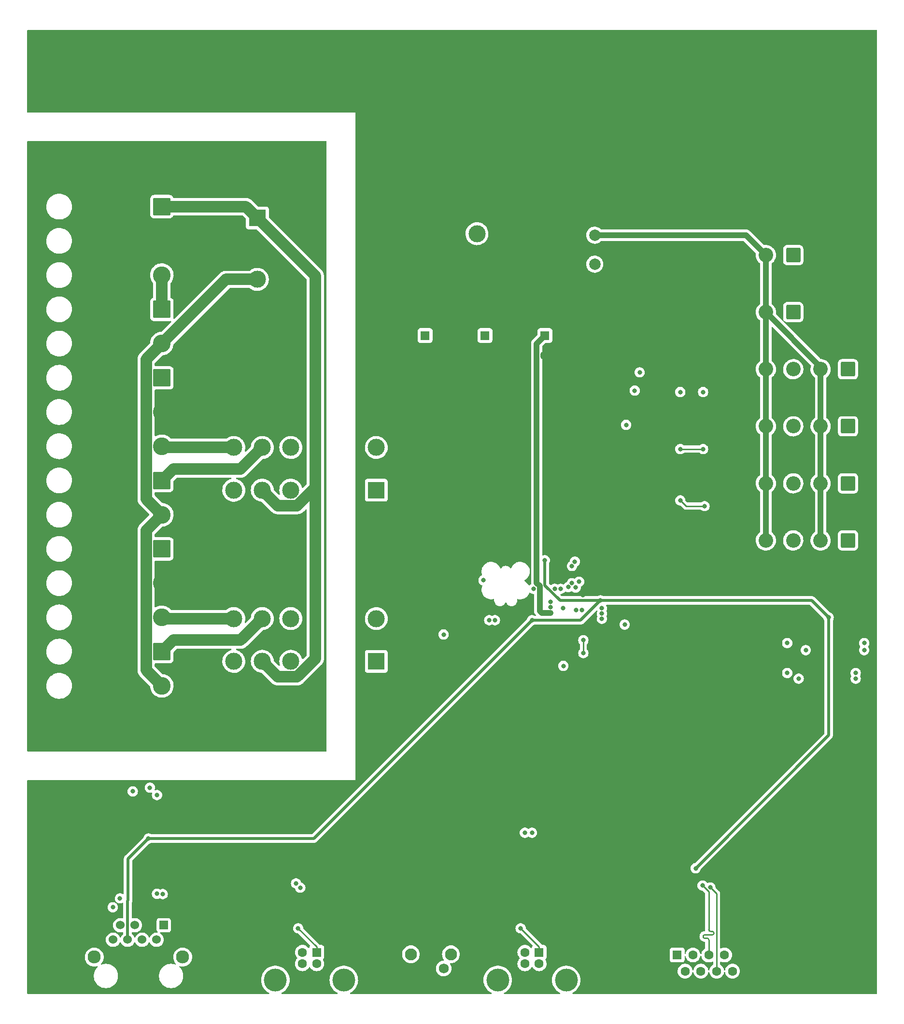
<source format=gbr>
%TF.GenerationSoftware,KiCad,Pcbnew,6.0.5+dfsg-1~bpo11+1*%
%TF.CreationDate,2023-01-20T09:08:56+00:00*%
%TF.ProjectId,nascontrol,6e617363-6f6e-4747-926f-6c2e6b696361,0.1*%
%TF.SameCoordinates,Original*%
%TF.FileFunction,Copper,L4,Bot*%
%TF.FilePolarity,Positive*%
%FSLAX46Y46*%
G04 Gerber Fmt 4.6, Leading zero omitted, Abs format (unit mm)*
G04 Created by KiCad (PCBNEW 6.0.5+dfsg-1~bpo11+1) date 2023-01-20 09:08:56*
%MOMM*%
%LPD*%
G01*
G04 APERTURE LIST*
G04 Aperture macros list*
%AMRoundRect*
0 Rectangle with rounded corners*
0 $1 Rounding radius*
0 $2 $3 $4 $5 $6 $7 $8 $9 X,Y pos of 4 corners*
0 Add a 4 corners polygon primitive as box body*
4,1,4,$2,$3,$4,$5,$6,$7,$8,$9,$2,$3,0*
0 Add four circle primitives for the rounded corners*
1,1,$1+$1,$2,$3*
1,1,$1+$1,$4,$5*
1,1,$1+$1,$6,$7*
1,1,$1+$1,$8,$9*
0 Add four rect primitives between the rounded corners*
20,1,$1+$1,$2,$3,$4,$5,0*
20,1,$1+$1,$4,$5,$6,$7,0*
20,1,$1+$1,$6,$7,$8,$9,0*
20,1,$1+$1,$8,$9,$2,$3,0*%
G04 Aperture macros list end*
%TA.AperFunction,ComponentPad*%
%ADD10C,4.000000*%
%TD*%
%TA.AperFunction,ComponentPad*%
%ADD11R,1.600000X1.600000*%
%TD*%
%TA.AperFunction,ComponentPad*%
%ADD12C,1.600000*%
%TD*%
%TA.AperFunction,ComponentPad*%
%ADD13RoundRect,0.249999X-1.300001X1.300001X-1.300001X-1.300001X1.300001X-1.300001X1.300001X1.300001X0*%
%TD*%
%TA.AperFunction,ComponentPad*%
%ADD14C,3.100000*%
%TD*%
%TA.AperFunction,ComponentPad*%
%ADD15RoundRect,0.249999X1.025001X1.025001X-1.025001X1.025001X-1.025001X-1.025001X1.025001X-1.025001X0*%
%TD*%
%TA.AperFunction,ComponentPad*%
%ADD16C,2.550000*%
%TD*%
%TA.AperFunction,ComponentPad*%
%ADD17C,2.000000*%
%TD*%
%TA.AperFunction,ComponentPad*%
%ADD18C,6.400000*%
%TD*%
%TA.AperFunction,ComponentPad*%
%ADD19C,3.000000*%
%TD*%
%TA.AperFunction,ComponentPad*%
%ADD20R,3.000000X3.000000*%
%TD*%
%TA.AperFunction,ComponentPad*%
%ADD21C,2.100000*%
%TD*%
%TA.AperFunction,ComponentPad*%
%ADD22C,1.750000*%
%TD*%
%TA.AperFunction,ComponentPad*%
%ADD23R,1.500000X1.500000*%
%TD*%
%TA.AperFunction,ComponentPad*%
%ADD24C,1.524000*%
%TD*%
%TA.AperFunction,ComponentPad*%
%ADD25C,2.300000*%
%TD*%
%TA.AperFunction,ViaPad*%
%ADD26C,0.800000*%
%TD*%
%TA.AperFunction,Conductor*%
%ADD27C,1.000000*%
%TD*%
%TA.AperFunction,Conductor*%
%ADD28C,0.500000*%
%TD*%
%TA.AperFunction,Conductor*%
%ADD29C,0.250000*%
%TD*%
%TA.AperFunction,Conductor*%
%ADD30C,2.000000*%
%TD*%
G04 APERTURE END LIST*
D10*
%TO.P,J402,0,PAD*%
%TO.N,GND*%
X127490000Y-184089669D03*
X152490000Y-184089669D03*
D11*
%TO.P,J402,1,1*%
%TO.N,unconnected-(J402-Pad1)*%
X134450000Y-182669669D03*
D12*
%TO.P,J402,2,2*%
%TO.N,Net-(J402-Pad2)*%
X137220000Y-182669669D03*
%TO.P,J402,3,3*%
%TO.N,Net-(J402-Pad3)*%
X139990000Y-182669669D03*
%TO.P,J402,4,4*%
%TO.N,unconnected-(J402-Pad4)*%
X142760000Y-182669669D03*
%TO.P,J402,5,5*%
%TO.N,GND*%
X145530000Y-182669669D03*
%TO.P,J402,6,6*%
%TO.N,unconnected-(J402-Pad6)*%
X135835000Y-185509669D03*
%TO.P,J402,7,7*%
%TO.N,Net-(J402-Pad7)*%
X138605000Y-185509669D03*
%TO.P,J402,8,8*%
%TO.N,Net-(J402-Pad8)*%
X141375000Y-185509669D03*
%TO.P,J402,9,9*%
%TO.N,unconnected-(J402-Pad9)*%
X144145000Y-185509669D03*
%TD*%
D13*
%TO.P,J502,1,Pin_1*%
%TO.N,/Power/AC{slash}N1sw*%
X44100000Y-81500000D03*
D14*
%TO.P,J502,2,Pin_2*%
%TO.N,Earth_Protective*%
X44100000Y-87500000D03*
%TO.P,J502,3,Pin_3*%
%TO.N,/Power/AC{slash}L1sw*%
X44100000Y-93500000D03*
%TD*%
D15*
%TO.P,SW102,1,1*%
%TO.N,/IO/POWER2_IN*%
X164400000Y-100000000D03*
D16*
%TO.P,SW102,2,2*%
%TO.N,+12V*%
X159600000Y-100000000D03*
%TO.P,SW102,3,K*%
%TO.N,/IO/POWER2_LED*%
X154800000Y-100000000D03*
%TO.P,SW102,4,A*%
%TO.N,+12V*%
X150000000Y-100000000D03*
%TD*%
D17*
%TO.P,U501,1,Vin*%
%TO.N,+12V*%
X120000000Y-56500000D03*
%TO.P,U501,2,GND*%
%TO.N,GND*%
X120000000Y-59040000D03*
%TO.P,U501,3,Vout*%
%TO.N,+3V3*%
X120000000Y-61580000D03*
%TD*%
D15*
%TO.P,SW101,1,1*%
%TO.N,/IO/POWER1_IN*%
X164400000Y-110000000D03*
D16*
%TO.P,SW101,2,2*%
%TO.N,+12V*%
X159600000Y-110000000D03*
%TO.P,SW101,3,K*%
%TO.N,/IO/POWER1_LED*%
X154800000Y-110000000D03*
%TO.P,SW101,4,A*%
%TO.N,+12V*%
X150000000Y-110000000D03*
%TD*%
D13*
%TO.P,J501,1,Pin_1*%
%TO.N,/Power/AC{slash}N*%
X44100000Y-51500000D03*
D14*
%TO.P,J501,2,Pin_2*%
%TO.N,Earth_Protective*%
X44100000Y-57500000D03*
%TO.P,J501,3,Pin_3*%
%TO.N,/Power/AC{slash}Lin*%
X44100000Y-63500000D03*
%TD*%
D11*
%TO.P,C202,1*%
%TO.N,Net-(C202-Pad1)*%
X111250000Y-74097349D03*
D12*
%TO.P,C202,2*%
%TO.N,GND*%
X111250000Y-77597349D03*
%TD*%
D18*
%TO.P,H502,1,1*%
%TO.N,Earth_Protective*%
X50000000Y-44000000D03*
%TD*%
%TO.P,H101,1,1*%
%TO.N,GND*%
X30000000Y-30000000D03*
%TD*%
D19*
%TO.P,K501,11*%
%TO.N,/Power/AC{slash}N*%
X61707500Y-101207500D03*
%TO.P,K501,12*%
%TO.N,unconnected-(K501-Pad12)*%
X66707500Y-101207500D03*
%TO.P,K501,14*%
%TO.N,/Power/AC{slash}N1sw*%
X56707500Y-101207500D03*
%TO.P,K501,21*%
%TO.N,/Power/AC{slash}L1*%
X61707500Y-93707500D03*
%TO.P,K501,22*%
%TO.N,unconnected-(K501-Pad22)*%
X66707500Y-93707500D03*
%TO.P,K501,24*%
%TO.N,/Power/AC{slash}L1sw*%
X56707500Y-93707500D03*
D20*
%TO.P,K501,A1*%
%TO.N,+12V*%
X81707500Y-101207500D03*
D19*
%TO.P,K501,A2*%
%TO.N,Net-(D501-Pad2)*%
X81707500Y-93707500D03*
%TD*%
D15*
%TO.P,SW104,1,1*%
%TO.N,/IO/RESET_IN*%
X164400000Y-80000000D03*
D16*
%TO.P,SW104,2,2*%
%TO.N,+12V*%
X159600000Y-80000000D03*
%TO.P,SW104,3,K*%
%TO.N,/IO/RESET_LED*%
X154800000Y-80000000D03*
%TO.P,SW104,4,A*%
%TO.N,+12V*%
X150000000Y-80000000D03*
%TD*%
D21*
%TO.P,SW201,*%
%TO.N,*%
X87765000Y-182547500D03*
X94775000Y-182547500D03*
D22*
%TO.P,SW201,1,1*%
%TO.N,/MCU/~{RST}*%
X93525000Y-185037500D03*
%TO.P,SW201,2,2*%
%TO.N,GND*%
X89025000Y-185037500D03*
%TD*%
D13*
%TO.P,F502,1*%
%TO.N,/Power/AC{slash}L1*%
X44100000Y-99500000D03*
D14*
%TO.P,F502,2*%
%TO.N,/Power/AC{slash}L*%
X44100000Y-105500000D03*
%TD*%
D13*
%TO.P,J503,1,Pin_1*%
%TO.N,/Power/AC{slash}N2sw*%
X44100000Y-111500000D03*
D14*
%TO.P,J503,2,Pin_2*%
%TO.N,Earth_Protective*%
X44100000Y-117500000D03*
%TO.P,J503,3,Pin_3*%
%TO.N,/Power/AC{slash}L2sw*%
X44100000Y-123500000D03*
%TD*%
D15*
%TO.P,D102,1,K*%
%TO.N,/IO/HDD_LED*%
X154800000Y-60000000D03*
D16*
%TO.P,D102,2,A*%
%TO.N,+12V*%
X150000000Y-60000000D03*
%TD*%
D15*
%TO.P,SW103,1,1*%
%TO.N,/IO/PWRBTN_IN*%
X164400000Y-90000000D03*
D16*
%TO.P,SW103,2,2*%
%TO.N,+12V*%
X159600000Y-90000000D03*
%TO.P,SW103,3,K*%
%TO.N,/IO/PWRBTN_LED*%
X154800000Y-90000000D03*
%TO.P,SW103,4,A*%
%TO.N,+12V*%
X150000000Y-90000000D03*
%TD*%
D11*
%TO.P,C203,1*%
%TO.N,Net-(C202-Pad1)*%
X100750000Y-74097349D03*
D12*
%TO.P,C203,2*%
%TO.N,GND*%
X100750000Y-77597349D03*
%TD*%
D11*
%TO.P,J101,1,VBUS*%
%TO.N,+5V*%
X71250000Y-182212500D03*
D12*
%TO.P,J101,2,D-*%
%TO.N,/D-*%
X68750000Y-182212500D03*
%TO.P,J101,3,D+*%
%TO.N,/D+*%
X68750000Y-184212500D03*
%TO.P,J101,4,GND*%
%TO.N,GND1*%
X71250000Y-184212500D03*
D10*
%TO.P,J101,5,Shield*%
%TO.N,Net-(FB101-Pad1)*%
X76000000Y-187072500D03*
X64000000Y-187072500D03*
%TD*%
D15*
%TO.P,D101,1,K*%
%TO.N,/IO/PWR_LED*%
X154800000Y-70000000D03*
D16*
%TO.P,D101,2,A*%
%TO.N,+12V*%
X150000000Y-70000000D03*
%TD*%
D18*
%TO.P,H501,1,1*%
%TO.N,Earth_Protective*%
X24000000Y-44000000D03*
%TD*%
D13*
%TO.P,F503,1*%
%TO.N,/Power/AC{slash}L2*%
X44100000Y-129500000D03*
D14*
%TO.P,F503,2*%
%TO.N,/Power/AC{slash}L*%
X44100000Y-135500000D03*
%TD*%
D13*
%TO.P,F501,1*%
%TO.N,/Power/AC{slash}Lin*%
X44100000Y-69500000D03*
D14*
%TO.P,F501,2*%
%TO.N,/Power/AC{slash}L*%
X44100000Y-75500000D03*
%TD*%
D18*
%TO.P,H504,1,1*%
%TO.N,Earth_Protective*%
X24000000Y-143000000D03*
%TD*%
D20*
%TO.P,PS501,1,AC/N*%
%TO.N,/Power/AC{slash}N*%
X60842500Y-53500000D03*
D19*
%TO.P,PS501,2,AC/L*%
%TO.N,/Power/AC{slash}L*%
X60842500Y-64250000D03*
%TO.P,PS501,3,-Vo*%
%TO.N,GND*%
X99342500Y-64250000D03*
%TO.P,PS501,4,+Vo*%
%TO.N,+12V*%
X99342500Y-56250000D03*
%TD*%
D18*
%TO.P,H503,1,1*%
%TO.N,Earth_Protective*%
X50000000Y-143000000D03*
%TD*%
%TO.P,H104,1,1*%
%TO.N,GND*%
X30000000Y-157000000D03*
%TD*%
%TO.P,H102,1,1*%
%TO.N,GND*%
X157000000Y-30000000D03*
%TD*%
D11*
%TO.P,J401,1,VBUS*%
%TO.N,Net-(C401-Pad1)*%
X110250000Y-182212500D03*
D12*
%TO.P,J401,2,D-*%
%TO.N,/Serial/D-*%
X107750000Y-182212500D03*
%TO.P,J401,3,D+*%
%TO.N,/Serial/D+*%
X107750000Y-184212500D03*
%TO.P,J401,4,GND*%
%TO.N,GND2*%
X110250000Y-184212500D03*
D10*
%TO.P,J401,5,Shield*%
%TO.N,Net-(FB401-Pad1)*%
X103000000Y-187072500D03*
X115000000Y-187072500D03*
%TD*%
D19*
%TO.P,K502,11*%
%TO.N,/Power/AC{slash}N*%
X61707500Y-131207500D03*
%TO.P,K502,12*%
%TO.N,unconnected-(K502-Pad12)*%
X66707500Y-131207500D03*
%TO.P,K502,14*%
%TO.N,/Power/AC{slash}N2sw*%
X56707500Y-131207500D03*
%TO.P,K502,21*%
%TO.N,/Power/AC{slash}L2*%
X61707500Y-123707500D03*
%TO.P,K502,22*%
%TO.N,unconnected-(K502-Pad22)*%
X66707500Y-123707500D03*
%TO.P,K502,24*%
%TO.N,/Power/AC{slash}L2sw*%
X56707500Y-123707500D03*
D20*
%TO.P,K502,A1*%
%TO.N,+12V*%
X81707500Y-131207500D03*
D19*
%TO.P,K502,A2*%
%TO.N,Net-(D502-Pad2)*%
X81707500Y-123707500D03*
%TD*%
D11*
%TO.P,C204,1*%
%TO.N,Net-(C202-Pad1)*%
X90250000Y-74097349D03*
D12*
%TO.P,C204,2*%
%TO.N,GND*%
X90250000Y-77597349D03*
%TD*%
D18*
%TO.P,H103,1,1*%
%TO.N,GND*%
X157000000Y-157000000D03*
%TD*%
D23*
%TO.P,J102,1*%
%TO.N,/PWRBTN*%
X44445000Y-177460000D03*
D24*
%TO.P,J102,2*%
%TO.N,/RSTBTN*%
X43175000Y-180000000D03*
%TO.P,J102,3*%
%TO.N,GND*%
X41905000Y-177460000D03*
%TO.P,J102,4*%
%TO.N,/Serial/B*%
X40635000Y-180000000D03*
%TO.P,J102,5*%
%TO.N,/Serial/A*%
X39365000Y-177460000D03*
%TO.P,J102,6*%
%TO.N,+3V3*%
X38095000Y-180000000D03*
%TO.P,J102,7*%
%TO.N,/HDDLED*%
X36825000Y-177460000D03*
%TO.P,J102,8*%
%TO.N,/PWRLED*%
X35555000Y-180000000D03*
D25*
%TO.P,J102,SH*%
%TO.N,Net-(FB102-Pad1)*%
X47750000Y-183048000D03*
X32250000Y-183048000D03*
%TD*%
D26*
%TO.N,GND*%
X107000000Y-171500000D03*
X40000000Y-167750000D03*
X104500000Y-122350000D03*
X68000000Y-172250000D03*
X40000000Y-171500000D03*
X134500000Y-88000000D03*
X106000000Y-125000000D03*
X136250000Y-85750000D03*
X167250000Y-132750000D03*
X119000000Y-116000000D03*
X136000000Y-92250000D03*
X107000000Y-123750000D03*
X117954511Y-119600000D03*
%TO.N,Net-(C202-Pad1)*%
X112250000Y-122750000D03*
%TO.N,+3V3*%
X111250000Y-113500000D03*
X161000000Y-123500000D03*
X121000000Y-120525500D03*
X41750000Y-162250000D03*
X137693326Y-167479597D03*
X109000000Y-124000000D03*
%TO.N,/MCU/~{RST}*%
X114500000Y-132000000D03*
X112250000Y-121723500D03*
X100500000Y-117000000D03*
%TO.N,Net-(C401-Pad1)*%
X107000000Y-178000000D03*
%TO.N,/PWRBTN*%
X44250000Y-172000000D03*
X117750000Y-122250000D03*
%TO.N,/RSTBTN*%
X43250000Y-171950931D03*
X116750000Y-122250000D03*
%TO.N,/HDDLED*%
X101500000Y-124000000D03*
X36750000Y-172750000D03*
%TO.N,/PWRLED*%
X102500000Y-124000000D03*
X35500000Y-174306000D03*
%TO.N,/IO/POWER2_OUT*%
X135000000Y-103000000D03*
X139250000Y-104000000D03*
%TO.N,/IO/PWRBTN_OUT*%
X139000000Y-94000000D03*
X135000000Y-94000000D03*
%TO.N,/IO/RESET_OUT*%
X139000000Y-84000000D03*
X135000000Y-84000000D03*
%TO.N,+5V*%
X68000000Y-178000000D03*
%TO.N,/MCU/SD_CS*%
X153750000Y-128000000D03*
X125250000Y-124750000D03*
X167250000Y-128000000D03*
%TO.N,/MCU/SPI1_MOSI*%
X121250000Y-121901500D03*
X157000000Y-129250000D03*
X167250000Y-129250000D03*
%TO.N,/MCU/SPI1_SCK*%
X121250000Y-123754506D03*
X165750000Y-133250000D03*
X153750000Y-133250000D03*
%TO.N,/MCU/SPI1_MISO*%
X165750000Y-134250000D03*
X121250000Y-122828003D03*
X155750000Y-134250000D03*
%TO.N,Net-(J402-Pad3)*%
X138900000Y-170500000D03*
%TO.N,Net-(J402-Pad8)*%
X140258478Y-170833879D03*
%TO.N,/IO/~{INT}*%
X114440500Y-121870000D03*
X125500000Y-89750000D03*
%TO.N,/IO/SDA*%
X112250000Y-120750000D03*
X127000000Y-83750000D03*
%TO.N,/IO/SCL*%
X127870814Y-80547626D03*
X109250000Y-118500000D03*
%TO.N,/MCU/POWER2*%
X93500000Y-126500000D03*
X116513931Y-113729103D03*
%TO.N,/MCU/USART2_TX*%
X118000000Y-127500000D03*
X118000000Y-129750000D03*
%TO.N,/MCU/USART3_TX*%
X116651500Y-118270897D03*
X39000000Y-154000000D03*
%TO.N,/MCU/USART3_RX*%
X43250000Y-154651500D03*
X117250000Y-117250000D03*
%TO.N,/MCU/USART3_DE*%
X42000000Y-153348500D03*
X116000000Y-114500000D03*
%TO.N,/MCU/USART1_TX*%
X116000000Y-117500000D03*
X109000000Y-161250000D03*
%TO.N,/MCU/USART1_RX*%
X115348500Y-118186955D03*
X107750000Y-161250000D03*
%TO.N,/USB_D-*%
X114025000Y-118500000D03*
X68371232Y-170871232D03*
%TO.N,/USB_D+*%
X112975000Y-118500000D03*
X67628768Y-170128768D03*
%TD*%
D27*
%TO.N,Net-(C202-Pad1)*%
X111250000Y-74097349D02*
X109823489Y-75523860D01*
X109823489Y-117450009D02*
X110373480Y-118000000D01*
X109823489Y-75523860D02*
X109823489Y-117450009D01*
X110750000Y-122750000D02*
X112250000Y-122750000D01*
X110373480Y-122373480D02*
X110750000Y-122750000D01*
X110373480Y-118000000D02*
X110373480Y-122373480D01*
D28*
%TO.N,+3V3*%
X41750000Y-162250000D02*
X38184500Y-165815500D01*
X70750000Y-162250000D02*
X41750000Y-162250000D01*
X158025500Y-120525500D02*
X121000000Y-120525500D01*
X121000000Y-120525500D02*
X117525500Y-124000000D01*
X161000000Y-123500000D02*
X161000000Y-144172923D01*
X113902347Y-120525500D02*
X121000000Y-120525500D01*
X109000000Y-124000000D02*
X70750000Y-162250000D01*
X38184500Y-173071653D02*
X38184500Y-165815500D01*
X111250000Y-117873153D02*
X113902347Y-120525500D01*
X117525500Y-124000000D02*
X109000000Y-124000000D01*
X38095000Y-180000000D02*
X38095000Y-173161153D01*
X111250000Y-113500000D02*
X111250000Y-117873153D01*
X161000000Y-123500000D02*
X158025500Y-120525500D01*
X161000000Y-144172923D02*
X137693326Y-167479597D01*
X38095000Y-173161153D02*
X38184500Y-173071653D01*
D29*
%TO.N,Net-(C401-Pad1)*%
X110250000Y-181250000D02*
X110250000Y-182212500D01*
X107000000Y-178000000D02*
X110250000Y-181250000D01*
D27*
%TO.N,+12V*%
X120000000Y-56500000D02*
X146500000Y-56500000D01*
X150000000Y-100000000D02*
X150000000Y-110000000D01*
X159600000Y-90000000D02*
X159600000Y-100000000D01*
X150000000Y-80000000D02*
X150000000Y-90000000D01*
X150000000Y-70000000D02*
X159600000Y-79600000D01*
X150000000Y-60000000D02*
X150000000Y-70000000D01*
X146500000Y-56500000D02*
X150000000Y-60000000D01*
X150000000Y-70000000D02*
X150000000Y-80000000D01*
X159600000Y-100000000D02*
X159600000Y-110000000D01*
X159600000Y-79600000D02*
X159600000Y-80000000D01*
X159600000Y-80000000D02*
X159600000Y-90000000D01*
X150000000Y-90000000D02*
X150000000Y-100000000D01*
D29*
%TO.N,/IO/POWER2_OUT*%
X139250000Y-104000000D02*
X136000000Y-104000000D01*
X136000000Y-104000000D02*
X135000000Y-103000000D01*
%TO.N,/IO/PWRBTN_OUT*%
X135000000Y-94000000D02*
X139000000Y-94000000D01*
%TO.N,+5V*%
X68000000Y-178000000D02*
X71250000Y-181250000D01*
X71250000Y-181250000D02*
X71250000Y-182212500D01*
%TO.N,Net-(J402-Pad3)*%
X139290000Y-179140000D02*
X140590000Y-179140000D01*
X139990000Y-182506277D02*
X139990000Y-182669669D01*
X139990000Y-180040000D02*
X139990000Y-182506277D01*
X139290000Y-179740000D02*
X139690000Y-179740000D01*
X140290000Y-178540000D02*
X140590000Y-178540000D01*
X138900000Y-170500000D02*
X139990000Y-171590000D01*
X139990000Y-171590000D02*
X139990000Y-178240000D01*
X138990000Y-179440000D02*
G75*
G02*
X139290000Y-179140000I300000J0D01*
G01*
X139290000Y-179740000D02*
G75*
G02*
X138990000Y-179440000I0J300000D01*
G01*
X140890000Y-178840000D02*
G75*
G03*
X140590000Y-178540000I-300000J0D01*
G01*
X139990000Y-180040000D02*
G75*
G03*
X139690000Y-179740000I-300000J0D01*
G01*
X140590000Y-179140000D02*
G75*
G03*
X140890000Y-178840000I0J300000D01*
G01*
X140290000Y-178540000D02*
G75*
G02*
X139990000Y-178240000I0J300000D01*
G01*
%TO.N,Net-(J402-Pad8)*%
X141375000Y-171950401D02*
X141375000Y-185509669D01*
X140258478Y-170833879D02*
X141375000Y-171950401D01*
%TO.N,/MCU/USART2_TX*%
X118000000Y-127500000D02*
X118000000Y-129750000D01*
D30*
%TO.N,/Power/AC{slash}Lin*%
X44100000Y-63500000D02*
X44100000Y-69500000D01*
%TO.N,/Power/AC{slash}L*%
X44100000Y-105500000D02*
X41350489Y-108249511D01*
X60842500Y-64250000D02*
X55350000Y-64250000D01*
X44100000Y-75500000D02*
X41350489Y-78249511D01*
X41350489Y-78249511D02*
X41350489Y-102750489D01*
X41350489Y-102750489D02*
X44100000Y-105500000D01*
X55350000Y-64250000D02*
X44100000Y-75500000D01*
X41350489Y-108249511D02*
X41350489Y-132750489D01*
X41350489Y-132750489D02*
X44100000Y-135500000D01*
%TO.N,/Power/AC{slash}L1*%
X61707500Y-93707500D02*
X57915000Y-97500000D01*
X57915000Y-97500000D02*
X46100000Y-97500000D01*
X46100000Y-97500000D02*
X44100000Y-99500000D01*
%TO.N,/Power/AC{slash}L2*%
X61707500Y-123707500D02*
X57915000Y-127500000D01*
X46100000Y-127500000D02*
X44100000Y-129500000D01*
X57915000Y-127500000D02*
X46100000Y-127500000D01*
%TO.N,/Power/AC{slash}N*%
X61707500Y-101207500D02*
X64407011Y-103907011D01*
X71000000Y-63657500D02*
X60842500Y-53500000D01*
X64407011Y-103907011D02*
X67825675Y-103907011D01*
X71000000Y-130732686D02*
X71000000Y-63657500D01*
X67825675Y-103907011D02*
X71000000Y-100732686D01*
X61707500Y-131207500D02*
X64407011Y-133907011D01*
X67825675Y-133907011D02*
X71000000Y-130732686D01*
X64407011Y-133907011D02*
X67825675Y-133907011D01*
X58842500Y-51500000D02*
X60842500Y-53500000D01*
X44100000Y-51500000D02*
X58842500Y-51500000D01*
%TO.N,/Power/AC{slash}L1sw*%
X56707500Y-93707500D02*
X44307500Y-93707500D01*
X44307500Y-93707500D02*
X44100000Y-93500000D01*
%TO.N,/Power/AC{slash}L2sw*%
X44307500Y-123707500D02*
X44100000Y-123500000D01*
X56707500Y-123707500D02*
X44307500Y-123707500D01*
%TD*%
%TA.AperFunction,Conductor*%
%TO.N,Earth_Protective*%
G36*
X72942121Y-40020002D02*
G01*
X72988614Y-40073658D01*
X73000000Y-40126000D01*
X73000000Y-146874000D01*
X72979998Y-146942121D01*
X72926342Y-146988614D01*
X72874000Y-147000000D01*
X20634000Y-147000000D01*
X20565879Y-146979998D01*
X20519386Y-146926342D01*
X20508000Y-146874000D01*
X20508000Y-135547404D01*
X23836941Y-135547404D01*
X23837304Y-135551552D01*
X23837304Y-135551556D01*
X23843613Y-135623665D01*
X23863091Y-135846292D01*
X23864001Y-135850364D01*
X23864002Y-135850369D01*
X23918052Y-136092174D01*
X23928540Y-136139095D01*
X24032140Y-136420671D01*
X24034084Y-136424359D01*
X24034088Y-136424367D01*
X24129629Y-136605577D01*
X24172069Y-136686071D01*
X24345871Y-136930633D01*
X24550490Y-137150061D01*
X24782333Y-137340498D01*
X25037325Y-137498600D01*
X25041142Y-137500316D01*
X25041145Y-137500317D01*
X25101139Y-137527279D01*
X25310988Y-137621589D01*
X25485368Y-137673574D01*
X25594514Y-137706112D01*
X25594516Y-137706112D01*
X25598513Y-137707304D01*
X25602633Y-137707957D01*
X25602635Y-137707957D01*
X25721509Y-137726785D01*
X25894848Y-137754239D01*
X25937577Y-137756179D01*
X25987262Y-137758436D01*
X25987281Y-137758436D01*
X25988681Y-137758500D01*
X26176107Y-137758500D01*
X26399370Y-137743671D01*
X26403464Y-137742846D01*
X26403468Y-137742845D01*
X26544513Y-137714405D01*
X26693480Y-137684368D01*
X26977163Y-137586688D01*
X26980896Y-137584819D01*
X26980900Y-137584817D01*
X27241691Y-137454222D01*
X27241693Y-137454221D01*
X27245435Y-137452347D01*
X27442530Y-137318402D01*
X27490125Y-137286057D01*
X27490128Y-137286055D01*
X27493584Y-137283706D01*
X27717248Y-137083726D01*
X27798254Y-136989215D01*
X27909779Y-136859097D01*
X27909782Y-136859093D01*
X27912499Y-136855923D01*
X27914773Y-136852421D01*
X27914777Y-136852416D01*
X28073628Y-136607807D01*
X28073631Y-136607802D01*
X28075907Y-136604297D01*
X28204600Y-136333270D01*
X28280664Y-136096362D01*
X28295038Y-136051591D01*
X28295038Y-136051590D01*
X28296318Y-136047604D01*
X28336771Y-135822773D01*
X28348709Y-135756425D01*
X28348710Y-135756420D01*
X28349448Y-135752316D01*
X28355291Y-135623665D01*
X28362870Y-135456766D01*
X28362870Y-135456760D01*
X28363059Y-135452596D01*
X28360181Y-135419695D01*
X28337842Y-135164370D01*
X28336909Y-135153708D01*
X28332612Y-135134481D01*
X28272372Y-134864984D01*
X28272371Y-134864981D01*
X28271460Y-134860905D01*
X28167860Y-134579329D01*
X28165916Y-134575641D01*
X28165912Y-134575633D01*
X28029884Y-134317633D01*
X28029883Y-134317632D01*
X28027931Y-134313929D01*
X27854129Y-134069367D01*
X27649510Y-133849939D01*
X27515273Y-133739676D01*
X27420892Y-133662151D01*
X27417667Y-133659502D01*
X27162675Y-133501400D01*
X26889012Y-133378411D01*
X26635035Y-133302697D01*
X26605486Y-133293888D01*
X26605484Y-133293888D01*
X26601487Y-133292696D01*
X26597367Y-133292043D01*
X26597365Y-133292043D01*
X26424860Y-133264721D01*
X26305152Y-133245761D01*
X26262423Y-133243821D01*
X26212738Y-133241564D01*
X26212719Y-133241564D01*
X26211319Y-133241500D01*
X26023893Y-133241500D01*
X25800630Y-133256329D01*
X25796536Y-133257154D01*
X25796532Y-133257155D01*
X25655487Y-133285595D01*
X25506520Y-133315632D01*
X25222837Y-133413312D01*
X25219104Y-133415181D01*
X25219100Y-133415183D01*
X25017115Y-133516330D01*
X24954565Y-133547653D01*
X24935813Y-133560397D01*
X24741574Y-133692401D01*
X24706416Y-133716294D01*
X24482752Y-133916274D01*
X24480035Y-133919444D01*
X24480034Y-133919445D01*
X24354155Y-134066311D01*
X24287501Y-134144077D01*
X24285227Y-134147579D01*
X24285223Y-134147584D01*
X24174792Y-134317633D01*
X24124093Y-134395703D01*
X24122299Y-134399482D01*
X24122298Y-134399483D01*
X24105454Y-134434957D01*
X23995400Y-134666730D01*
X23994121Y-134670713D01*
X23994120Y-134670716D01*
X23990959Y-134680561D01*
X23903682Y-134952396D01*
X23902941Y-134956515D01*
X23854768Y-135224254D01*
X23850552Y-135247684D01*
X23850363Y-135251851D01*
X23850362Y-135251858D01*
X23837194Y-135541824D01*
X23836941Y-135547404D01*
X20508000Y-135547404D01*
X20508000Y-129547404D01*
X23836941Y-129547404D01*
X23837304Y-129551552D01*
X23837304Y-129551556D01*
X23852297Y-129722917D01*
X23863091Y-129846292D01*
X23864001Y-129850364D01*
X23864002Y-129850369D01*
X23909889Y-130055655D01*
X23928540Y-130139095D01*
X23929984Y-130143018D01*
X23929984Y-130143020D01*
X23932707Y-130150421D01*
X24032140Y-130420671D01*
X24034084Y-130424359D01*
X24034088Y-130424367D01*
X24163759Y-130670309D01*
X24172069Y-130686071D01*
X24345871Y-130930633D01*
X24550490Y-131150061D01*
X24782333Y-131340498D01*
X25037325Y-131498600D01*
X25310988Y-131621589D01*
X25485368Y-131673574D01*
X25594514Y-131706112D01*
X25594516Y-131706112D01*
X25598513Y-131707304D01*
X25602633Y-131707957D01*
X25602635Y-131707957D01*
X25706112Y-131724346D01*
X25894848Y-131754239D01*
X25937577Y-131756179D01*
X25987262Y-131758436D01*
X25987281Y-131758436D01*
X25988681Y-131758500D01*
X26176107Y-131758500D01*
X26399370Y-131743671D01*
X26403464Y-131742846D01*
X26403468Y-131742845D01*
X26544513Y-131714405D01*
X26693480Y-131684368D01*
X26977163Y-131586688D01*
X26980896Y-131584819D01*
X26980900Y-131584817D01*
X27241691Y-131454222D01*
X27241693Y-131454221D01*
X27245435Y-131452347D01*
X27410017Y-131340498D01*
X27490125Y-131286057D01*
X27490128Y-131286055D01*
X27493584Y-131283706D01*
X27717248Y-131083726D01*
X27762066Y-131031436D01*
X27909779Y-130859097D01*
X27909782Y-130859093D01*
X27912499Y-130855923D01*
X27914773Y-130852421D01*
X27914777Y-130852416D01*
X28073628Y-130607807D01*
X28073631Y-130607802D01*
X28075907Y-130604297D01*
X28204600Y-130333270D01*
X28296318Y-130047604D01*
X28349448Y-129752316D01*
X28349868Y-129743088D01*
X28362870Y-129456766D01*
X28362870Y-129456760D01*
X28363059Y-129452596D01*
X28336909Y-129153708D01*
X28321124Y-129083087D01*
X28272372Y-128864984D01*
X28272371Y-128864981D01*
X28271460Y-128860905D01*
X28250844Y-128804871D01*
X28215381Y-128708488D01*
X28167860Y-128579329D01*
X28165916Y-128575641D01*
X28165912Y-128575633D01*
X28029884Y-128317633D01*
X28029883Y-128317632D01*
X28027931Y-128313929D01*
X27854129Y-128069367D01*
X27649510Y-127849939D01*
X27417667Y-127659502D01*
X27162675Y-127501400D01*
X26889012Y-127378411D01*
X26675650Y-127314805D01*
X26605486Y-127293888D01*
X26605484Y-127293888D01*
X26601487Y-127292696D01*
X26597367Y-127292043D01*
X26597365Y-127292043D01*
X26478491Y-127273215D01*
X26305152Y-127245761D01*
X26262423Y-127243821D01*
X26212738Y-127241564D01*
X26212719Y-127241564D01*
X26211319Y-127241500D01*
X26023893Y-127241500D01*
X25800630Y-127256329D01*
X25796536Y-127257154D01*
X25796532Y-127257155D01*
X25655487Y-127285595D01*
X25506520Y-127315632D01*
X25222837Y-127413312D01*
X25219104Y-127415181D01*
X25219100Y-127415183D01*
X24958309Y-127545778D01*
X24954565Y-127547653D01*
X24706416Y-127716294D01*
X24482752Y-127916274D01*
X24480035Y-127919444D01*
X24480034Y-127919445D01*
X24354155Y-128066311D01*
X24287501Y-128144077D01*
X24285227Y-128147579D01*
X24285223Y-128147584D01*
X24174792Y-128317633D01*
X24124093Y-128395703D01*
X23995400Y-128666730D01*
X23994121Y-128670713D01*
X23994120Y-128670716D01*
X23917124Y-128910530D01*
X23903682Y-128952396D01*
X23897910Y-128984476D01*
X23852029Y-129239477D01*
X23850552Y-129247684D01*
X23850363Y-129251851D01*
X23850362Y-129251858D01*
X23842572Y-129423401D01*
X23836941Y-129547404D01*
X20508000Y-129547404D01*
X20508000Y-123547404D01*
X23836941Y-123547404D01*
X23837304Y-123551552D01*
X23837304Y-123551556D01*
X23839685Y-123578770D01*
X23863091Y-123846292D01*
X23864001Y-123850364D01*
X23864002Y-123850369D01*
X23927628Y-124135016D01*
X23928540Y-124139095D01*
X24032140Y-124420671D01*
X24034084Y-124424359D01*
X24034088Y-124424367D01*
X24130805Y-124607807D01*
X24172069Y-124686071D01*
X24345871Y-124930633D01*
X24550490Y-125150061D01*
X24782333Y-125340498D01*
X25037325Y-125498600D01*
X25041142Y-125500316D01*
X25041145Y-125500317D01*
X25101139Y-125527279D01*
X25310988Y-125621589D01*
X25450683Y-125663234D01*
X25594514Y-125706112D01*
X25594516Y-125706112D01*
X25598513Y-125707304D01*
X25602633Y-125707957D01*
X25602635Y-125707957D01*
X25638466Y-125713632D01*
X25894848Y-125754239D01*
X25937577Y-125756179D01*
X25987262Y-125758436D01*
X25987281Y-125758436D01*
X25988681Y-125758500D01*
X26176107Y-125758500D01*
X26399370Y-125743671D01*
X26403464Y-125742846D01*
X26403468Y-125742845D01*
X26544513Y-125714405D01*
X26693480Y-125684368D01*
X26977163Y-125586688D01*
X26980896Y-125584819D01*
X26980900Y-125584817D01*
X27241691Y-125454222D01*
X27241693Y-125454221D01*
X27245435Y-125452347D01*
X27359635Y-125374737D01*
X27490125Y-125286057D01*
X27490128Y-125286055D01*
X27493584Y-125283706D01*
X27717248Y-125083726D01*
X27780431Y-125010009D01*
X27909779Y-124859097D01*
X27909782Y-124859093D01*
X27912499Y-124855923D01*
X27914773Y-124852421D01*
X27914777Y-124852416D01*
X28073628Y-124607807D01*
X28073631Y-124607802D01*
X28075907Y-124604297D01*
X28204600Y-124333270D01*
X28289807Y-124067885D01*
X28295038Y-124051591D01*
X28295038Y-124051590D01*
X28296318Y-124047604D01*
X28349448Y-123752316D01*
X28350911Y-123720116D01*
X28362870Y-123456766D01*
X28362870Y-123456760D01*
X28363059Y-123452596D01*
X28361457Y-123434278D01*
X28337273Y-123157870D01*
X28336909Y-123153708D01*
X28292832Y-122956515D01*
X28272372Y-122864984D01*
X28272371Y-122864981D01*
X28271460Y-122860905D01*
X28167860Y-122579329D01*
X28165916Y-122575641D01*
X28165912Y-122575633D01*
X28029884Y-122317633D01*
X28029883Y-122317632D01*
X28027931Y-122313929D01*
X27854129Y-122069367D01*
X27649510Y-121849939D01*
X27508393Y-121734025D01*
X27420892Y-121662151D01*
X27417667Y-121659502D01*
X27162675Y-121501400D01*
X26889012Y-121378411D01*
X26675650Y-121314805D01*
X26605486Y-121293888D01*
X26605484Y-121293888D01*
X26601487Y-121292696D01*
X26597367Y-121292043D01*
X26597365Y-121292043D01*
X26478491Y-121273215D01*
X26305152Y-121245761D01*
X26262423Y-121243821D01*
X26212738Y-121241564D01*
X26212719Y-121241564D01*
X26211319Y-121241500D01*
X26023893Y-121241500D01*
X25800630Y-121256329D01*
X25796536Y-121257154D01*
X25796532Y-121257155D01*
X25655487Y-121285595D01*
X25506520Y-121315632D01*
X25222837Y-121413312D01*
X25219104Y-121415181D01*
X25219100Y-121415183D01*
X24958309Y-121545778D01*
X24954565Y-121547653D01*
X24935813Y-121560397D01*
X24730847Y-121699691D01*
X24706416Y-121716294D01*
X24482752Y-121916274D01*
X24480035Y-121919444D01*
X24480034Y-121919445D01*
X24354155Y-122066311D01*
X24287501Y-122144077D01*
X24285227Y-122147579D01*
X24285223Y-122147584D01*
X24174792Y-122317633D01*
X24124093Y-122395703D01*
X23995400Y-122666730D01*
X23903682Y-122952396D01*
X23850552Y-123247684D01*
X23850363Y-123251851D01*
X23850362Y-123251858D01*
X23843216Y-123409221D01*
X23836941Y-123547404D01*
X20508000Y-123547404D01*
X20508000Y-117547404D01*
X23836941Y-117547404D01*
X23863091Y-117846292D01*
X23864001Y-117850364D01*
X23864002Y-117850369D01*
X23927628Y-118135016D01*
X23928540Y-118139095D01*
X24032140Y-118420671D01*
X24034084Y-118424359D01*
X24034088Y-118424367D01*
X24130805Y-118607807D01*
X24172069Y-118686071D01*
X24345871Y-118930633D01*
X24550490Y-119150061D01*
X24782333Y-119340498D01*
X25037325Y-119498600D01*
X25310988Y-119621589D01*
X25485368Y-119673574D01*
X25594514Y-119706112D01*
X25594516Y-119706112D01*
X25598513Y-119707304D01*
X25602633Y-119707957D01*
X25602635Y-119707957D01*
X25721509Y-119726785D01*
X25894848Y-119754239D01*
X25937577Y-119756179D01*
X25987262Y-119758436D01*
X25987281Y-119758436D01*
X25988681Y-119758500D01*
X26176107Y-119758500D01*
X26399370Y-119743671D01*
X26403464Y-119742846D01*
X26403468Y-119742845D01*
X26544513Y-119714405D01*
X26693480Y-119684368D01*
X26977163Y-119586688D01*
X26980896Y-119584819D01*
X26980900Y-119584817D01*
X27241691Y-119454222D01*
X27241693Y-119454221D01*
X27245435Y-119452347D01*
X27493584Y-119283706D01*
X27717248Y-119083726D01*
X27719966Y-119080555D01*
X27909779Y-118859097D01*
X27909782Y-118859093D01*
X27912499Y-118855923D01*
X27914773Y-118852421D01*
X27914777Y-118852416D01*
X28073628Y-118607807D01*
X28073631Y-118607802D01*
X28075907Y-118604297D01*
X28204600Y-118333270D01*
X28296318Y-118047604D01*
X28349448Y-117752316D01*
X28363059Y-117452596D01*
X28336909Y-117153708D01*
X28292832Y-116956515D01*
X28272372Y-116864984D01*
X28272371Y-116864981D01*
X28271460Y-116860905D01*
X28167860Y-116579329D01*
X28165916Y-116575641D01*
X28165912Y-116575633D01*
X28029884Y-116317633D01*
X28029883Y-116317632D01*
X28027931Y-116313929D01*
X27854129Y-116069367D01*
X27649510Y-115849939D01*
X27417667Y-115659502D01*
X27162675Y-115501400D01*
X26889012Y-115378411D01*
X26675650Y-115314805D01*
X26605486Y-115293888D01*
X26605484Y-115293888D01*
X26601487Y-115292696D01*
X26597367Y-115292043D01*
X26597365Y-115292043D01*
X26478491Y-115273215D01*
X26305152Y-115245761D01*
X26262423Y-115243821D01*
X26212738Y-115241564D01*
X26212719Y-115241564D01*
X26211319Y-115241500D01*
X26023893Y-115241500D01*
X25800630Y-115256329D01*
X25796536Y-115257154D01*
X25796532Y-115257155D01*
X25655487Y-115285595D01*
X25506520Y-115315632D01*
X25222837Y-115413312D01*
X25219104Y-115415181D01*
X25219100Y-115415183D01*
X24958309Y-115545778D01*
X24954565Y-115547653D01*
X24706416Y-115716294D01*
X24482752Y-115916274D01*
X24480035Y-115919444D01*
X24480034Y-115919445D01*
X24354155Y-116066311D01*
X24287501Y-116144077D01*
X24285227Y-116147579D01*
X24285223Y-116147584D01*
X24174792Y-116317633D01*
X24124093Y-116395703D01*
X23995400Y-116666730D01*
X23903682Y-116952396D01*
X23850552Y-117247684D01*
X23836941Y-117547404D01*
X20508000Y-117547404D01*
X20508000Y-111547404D01*
X23836941Y-111547404D01*
X23863091Y-111846292D01*
X23864001Y-111850364D01*
X23864002Y-111850369D01*
X23927628Y-112135016D01*
X23928540Y-112139095D01*
X24032140Y-112420671D01*
X24034084Y-112424359D01*
X24034088Y-112424367D01*
X24130805Y-112607807D01*
X24172069Y-112686071D01*
X24345871Y-112930633D01*
X24550490Y-113150061D01*
X24782333Y-113340498D01*
X25037325Y-113498600D01*
X25310988Y-113621589D01*
X25485368Y-113673574D01*
X25594514Y-113706112D01*
X25594516Y-113706112D01*
X25598513Y-113707304D01*
X25602633Y-113707957D01*
X25602635Y-113707957D01*
X25721509Y-113726785D01*
X25894848Y-113754239D01*
X25937577Y-113756179D01*
X25987262Y-113758436D01*
X25987281Y-113758436D01*
X25988681Y-113758500D01*
X26176107Y-113758500D01*
X26399370Y-113743671D01*
X26403464Y-113742846D01*
X26403468Y-113742845D01*
X26544513Y-113714405D01*
X26693480Y-113684368D01*
X26977163Y-113586688D01*
X26980896Y-113584819D01*
X26980900Y-113584817D01*
X27241691Y-113454222D01*
X27241693Y-113454221D01*
X27245435Y-113452347D01*
X27493584Y-113283706D01*
X27717248Y-113083726D01*
X27833560Y-112948023D01*
X27909779Y-112859097D01*
X27909782Y-112859093D01*
X27912499Y-112855923D01*
X27914773Y-112852421D01*
X27914777Y-112852416D01*
X28073628Y-112607807D01*
X28073631Y-112607802D01*
X28075907Y-112604297D01*
X28204600Y-112333270D01*
X28296318Y-112047604D01*
X28349448Y-111752316D01*
X28363059Y-111452596D01*
X28336909Y-111153708D01*
X28292832Y-110956515D01*
X28272372Y-110864984D01*
X28272371Y-110864981D01*
X28271460Y-110860905D01*
X28167860Y-110579329D01*
X28165916Y-110575641D01*
X28165912Y-110575633D01*
X28029884Y-110317633D01*
X28029883Y-110317632D01*
X28027931Y-110313929D01*
X27854129Y-110069367D01*
X27649510Y-109849939D01*
X27417667Y-109659502D01*
X27162675Y-109501400D01*
X26889012Y-109378411D01*
X26675650Y-109314805D01*
X26605486Y-109293888D01*
X26605484Y-109293888D01*
X26601487Y-109292696D01*
X26597367Y-109292043D01*
X26597365Y-109292043D01*
X26478491Y-109273215D01*
X26305152Y-109245761D01*
X26262423Y-109243821D01*
X26212738Y-109241564D01*
X26212719Y-109241564D01*
X26211319Y-109241500D01*
X26023893Y-109241500D01*
X25800630Y-109256329D01*
X25796536Y-109257154D01*
X25796532Y-109257155D01*
X25655487Y-109285595D01*
X25506520Y-109315632D01*
X25222837Y-109413312D01*
X25219104Y-109415181D01*
X25219100Y-109415183D01*
X25026311Y-109511725D01*
X24954565Y-109547653D01*
X24706416Y-109716294D01*
X24482752Y-109916274D01*
X24480035Y-109919444D01*
X24480034Y-109919445D01*
X24354155Y-110066311D01*
X24287501Y-110144077D01*
X24285227Y-110147579D01*
X24285223Y-110147584D01*
X24174792Y-110317633D01*
X24124093Y-110395703D01*
X23995400Y-110666730D01*
X23903682Y-110952396D01*
X23850552Y-111247684D01*
X23836941Y-111547404D01*
X20508000Y-111547404D01*
X20508000Y-108275924D01*
X39837311Y-108275924D01*
X39837805Y-108280959D01*
X39841388Y-108317503D01*
X39841989Y-108329799D01*
X39841989Y-132726473D01*
X39841940Y-132729991D01*
X39839155Y-132829694D01*
X39844877Y-132872573D01*
X39849547Y-132907575D01*
X39850248Y-132914136D01*
X39855829Y-132983500D01*
X39856549Y-132992454D01*
X39864386Y-133024359D01*
X39866915Y-133037747D01*
X39871260Y-133070309D01*
X39872721Y-133075150D01*
X39872722Y-133075152D01*
X39893967Y-133145518D01*
X39895708Y-133151879D01*
X39914452Y-133228195D01*
X39926745Y-133257155D01*
X39927290Y-133258440D01*
X39931927Y-133271250D01*
X39941422Y-133302697D01*
X39943640Y-133307245D01*
X39943643Y-133307252D01*
X39975860Y-133373307D01*
X39978596Y-133379309D01*
X39989587Y-133405202D01*
X40009301Y-133451645D01*
X40011993Y-133455919D01*
X40026808Y-133479445D01*
X40033434Y-133491349D01*
X40047835Y-133520877D01*
X40050754Y-133525014D01*
X40050754Y-133525015D01*
X40093130Y-133585086D01*
X40096790Y-133590575D01*
X40138656Y-133657056D01*
X40141997Y-133660845D01*
X40142001Y-133660851D01*
X40160387Y-133681706D01*
X40168833Y-133692401D01*
X40187763Y-133719236D01*
X40207398Y-133740739D01*
X40247114Y-133780455D01*
X40252533Y-133786225D01*
X40295839Y-133835347D01*
X40295842Y-133835350D01*
X40299187Y-133839144D01*
X40303095Y-133842354D01*
X40303096Y-133842355D01*
X40331478Y-133865668D01*
X40340597Y-133873938D01*
X42008483Y-135541824D01*
X42042509Y-135604136D01*
X42045179Y-135623665D01*
X42052960Y-135758601D01*
X42053785Y-135762806D01*
X42053786Y-135762814D01*
X42064711Y-135818497D01*
X42106996Y-136034024D01*
X42108383Y-136038074D01*
X42108384Y-136038079D01*
X42196522Y-136295509D01*
X42197911Y-136299565D01*
X42324022Y-136550310D01*
X42326448Y-136553839D01*
X42326451Y-136553845D01*
X42414782Y-136682367D01*
X42482997Y-136781620D01*
X42671894Y-136989215D01*
X42675183Y-136991965D01*
X42883925Y-137166501D01*
X42883930Y-137166505D01*
X42887217Y-137169253D01*
X42942424Y-137203884D01*
X43121341Y-137316119D01*
X43121345Y-137316121D01*
X43124981Y-137318402D01*
X43380788Y-137433903D01*
X43384907Y-137435123D01*
X43645790Y-137512401D01*
X43645795Y-137512402D01*
X43649903Y-137513619D01*
X43654137Y-137514267D01*
X43654142Y-137514268D01*
X43898514Y-137551662D01*
X43927347Y-137556074D01*
X44070292Y-137558319D01*
X44203694Y-137560415D01*
X44203700Y-137560415D01*
X44207985Y-137560482D01*
X44486626Y-137526763D01*
X44758112Y-137455540D01*
X44762072Y-137453900D01*
X44762077Y-137453898D01*
X44901600Y-137396105D01*
X45017420Y-137348131D01*
X45030483Y-137340498D01*
X45256054Y-137208685D01*
X45256055Y-137208685D01*
X45259752Y-137206524D01*
X45328384Y-137152710D01*
X45477252Y-137035982D01*
X45480624Y-137033338D01*
X45675948Y-136831779D01*
X45678481Y-136828331D01*
X45678485Y-136828326D01*
X45839572Y-136609032D01*
X45842110Y-136605577D01*
X45976036Y-136358916D01*
X46025642Y-136227639D01*
X46073729Y-136100380D01*
X46073730Y-136100376D01*
X46075247Y-136096362D01*
X46131587Y-135850369D01*
X46136949Y-135826957D01*
X46136950Y-135826953D01*
X46137907Y-135822773D01*
X46143829Y-135756425D01*
X46162637Y-135545677D01*
X46162637Y-135545675D01*
X46162857Y-135543211D01*
X46163310Y-135500000D01*
X46157869Y-135420189D01*
X46144512Y-135224254D01*
X46144511Y-135224248D01*
X46144220Y-135219977D01*
X46142085Y-135209665D01*
X46090725Y-134961661D01*
X46087303Y-134945135D01*
X45993612Y-134680561D01*
X45986474Y-134666730D01*
X45866847Y-134434957D01*
X45866847Y-134434956D01*
X45864882Y-134431150D01*
X45839970Y-134395703D01*
X45705956Y-134205022D01*
X45703493Y-134201517D01*
X45512433Y-133995912D01*
X45295237Y-133818139D01*
X45055923Y-133671487D01*
X45028621Y-133659502D01*
X44802853Y-133560397D01*
X44798921Y-133558671D01*
X44768510Y-133550008D01*
X44605617Y-133503607D01*
X44528986Y-133481778D01*
X44284580Y-133446994D01*
X44255365Y-133442836D01*
X44255363Y-133442836D01*
X44251113Y-133442231D01*
X44226978Y-133442105D01*
X44158965Y-133421748D01*
X44138543Y-133405202D01*
X42895894Y-132162553D01*
X42861868Y-132100241D01*
X42858989Y-132073458D01*
X42858989Y-131684500D01*
X42878991Y-131616379D01*
X42932647Y-131569886D01*
X42984989Y-131558500D01*
X45384907Y-131558499D01*
X45450400Y-131558499D01*
X45556167Y-131547526D01*
X45590953Y-131535920D01*
X45717002Y-131493867D01*
X45717004Y-131493866D01*
X45723946Y-131491550D01*
X45874349Y-131398479D01*
X45999306Y-131273303D01*
X46073641Y-131152710D01*
X46088275Y-131128969D01*
X46088276Y-131128967D01*
X46092115Y-131122739D01*
X46147797Y-130954862D01*
X46149967Y-130933689D01*
X46153191Y-130902218D01*
X46158500Y-130850401D01*
X46158500Y-129627031D01*
X46178502Y-129558910D01*
X46195405Y-129537936D01*
X46687936Y-129045405D01*
X46750248Y-129011379D01*
X46777031Y-129008500D01*
X56195878Y-129008500D01*
X56263999Y-129028502D01*
X56310492Y-129082158D01*
X56320596Y-129152432D01*
X56291102Y-129217012D01*
X56229126Y-129256034D01*
X56045428Y-129306288D01*
X56041480Y-129307972D01*
X55797482Y-129412046D01*
X55797478Y-129412048D01*
X55793530Y-129413732D01*
X55773625Y-129425645D01*
X55562225Y-129552164D01*
X55562221Y-129552167D01*
X55558543Y-129554368D01*
X55344818Y-129725594D01*
X55156308Y-129924242D01*
X54996502Y-130146636D01*
X54868357Y-130388661D01*
X54866885Y-130392684D01*
X54866883Y-130392688D01*
X54788160Y-130607807D01*
X54774243Y-130645837D01*
X54715904Y-130913407D01*
X54694417Y-131186418D01*
X54710182Y-131459820D01*
X54711007Y-131464025D01*
X54711008Y-131464033D01*
X54729542Y-131558499D01*
X54762905Y-131728553D01*
X54764292Y-131732603D01*
X54764293Y-131732608D01*
X54840895Y-131956342D01*
X54851612Y-131987644D01*
X54974660Y-132232299D01*
X54977086Y-132235828D01*
X54977089Y-132235834D01*
X55088895Y-132398511D01*
X55129774Y-132457990D01*
X55314082Y-132660543D01*
X55524175Y-132836207D01*
X55527816Y-132838491D01*
X55752524Y-132979451D01*
X55752528Y-132979453D01*
X55756164Y-132981734D01*
X55880227Y-133037751D01*
X56001845Y-133092664D01*
X56001849Y-133092666D01*
X56005757Y-133094430D01*
X56009877Y-133095650D01*
X56009876Y-133095650D01*
X56264223Y-133170991D01*
X56264227Y-133170992D01*
X56268336Y-133172209D01*
X56272570Y-133172857D01*
X56272575Y-133172858D01*
X56534798Y-133212983D01*
X56534800Y-133212983D01*
X56539040Y-133213632D01*
X56678412Y-133215822D01*
X56808571Y-133217867D01*
X56808577Y-133217867D01*
X56812862Y-133217934D01*
X57084735Y-133185034D01*
X57349627Y-133115541D01*
X57353587Y-133113901D01*
X57353592Y-133113899D01*
X57537428Y-133037751D01*
X57602636Y-133010741D01*
X57839082Y-132872573D01*
X58054589Y-132703594D01*
X58096309Y-132660543D01*
X58242186Y-132510009D01*
X58245169Y-132506931D01*
X58247702Y-132503483D01*
X58247706Y-132503478D01*
X58404757Y-132289678D01*
X58407295Y-132286223D01*
X58434654Y-132235834D01*
X58535918Y-132049330D01*
X58535919Y-132049328D01*
X58537968Y-132045554D01*
X58634769Y-131789377D01*
X58681799Y-131584031D01*
X58694949Y-131526617D01*
X58694950Y-131526613D01*
X58695907Y-131522433D01*
X58698457Y-131493867D01*
X58720031Y-131252127D01*
X58720031Y-131252125D01*
X58720251Y-131249661D01*
X58720693Y-131207500D01*
X58716569Y-131147009D01*
X58702359Y-130938555D01*
X58702358Y-130938549D01*
X58702067Y-130934278D01*
X58688725Y-130869850D01*
X58654849Y-130706274D01*
X58646532Y-130666112D01*
X58555117Y-130407965D01*
X58429513Y-130164612D01*
X58419540Y-130150421D01*
X58274508Y-129944062D01*
X58272045Y-129940557D01*
X58085625Y-129739945D01*
X58082310Y-129737231D01*
X58082306Y-129737228D01*
X57877023Y-129569206D01*
X57873705Y-129566490D01*
X57640204Y-129423401D01*
X57636268Y-129421673D01*
X57393373Y-129315049D01*
X57393369Y-129315048D01*
X57389445Y-129313325D01*
X57187076Y-129255679D01*
X57127041Y-129217780D01*
X57097027Y-129153440D01*
X57106561Y-129083087D01*
X57152619Y-129029057D01*
X57221595Y-129008500D01*
X57890984Y-129008500D01*
X57894502Y-129008549D01*
X57989150Y-129011193D01*
X57989153Y-129011193D01*
X57994205Y-129011334D01*
X58072098Y-129000941D01*
X58078639Y-129000242D01*
X58107332Y-128997933D01*
X58151923Y-128994346D01*
X58151927Y-128994345D01*
X58156965Y-128993940D01*
X58188878Y-128986101D01*
X58202258Y-128983574D01*
X58234820Y-128979229D01*
X58239661Y-128977768D01*
X58239663Y-128977767D01*
X58310029Y-128956522D01*
X58316392Y-128954781D01*
X58342335Y-128948409D01*
X58392706Y-128936037D01*
X58422952Y-128923199D01*
X58435763Y-128918561D01*
X58462362Y-128910530D01*
X58467208Y-128909067D01*
X58471756Y-128906849D01*
X58471763Y-128906846D01*
X58537818Y-128874629D01*
X58543820Y-128871893D01*
X58588504Y-128852925D01*
X58616156Y-128841188D01*
X58643956Y-128823681D01*
X58655860Y-128817055D01*
X58685388Y-128802654D01*
X58749600Y-128757357D01*
X58755086Y-128753699D01*
X58817286Y-128714529D01*
X58817287Y-128714528D01*
X58821567Y-128711833D01*
X58825356Y-128708492D01*
X58825362Y-128708488D01*
X58846217Y-128690102D01*
X58856912Y-128681656D01*
X58872420Y-128670716D01*
X58883747Y-128662726D01*
X58905250Y-128643091D01*
X58944966Y-128603375D01*
X58950736Y-128597956D01*
X58999858Y-128554650D01*
X58999861Y-128554647D01*
X59003655Y-128551302D01*
X59030179Y-128519011D01*
X59038449Y-128509892D01*
X61802057Y-125746284D01*
X61864369Y-125712258D01*
X61876015Y-125710292D01*
X61895311Y-125707957D01*
X62084735Y-125685034D01*
X62349627Y-125615541D01*
X62353587Y-125613901D01*
X62353592Y-125613899D01*
X62493193Y-125556074D01*
X62602636Y-125510741D01*
X62839082Y-125372573D01*
X63054589Y-125203594D01*
X63096309Y-125160543D01*
X63242186Y-125010009D01*
X63245169Y-125006931D01*
X63247702Y-125003483D01*
X63247706Y-125003478D01*
X63404757Y-124789678D01*
X63407295Y-124786223D01*
X63434654Y-124735834D01*
X63535918Y-124549330D01*
X63535919Y-124549328D01*
X63537968Y-124545554D01*
X63618183Y-124333270D01*
X63633251Y-124293395D01*
X63633252Y-124293391D01*
X63634769Y-124289377D01*
X63690142Y-124047604D01*
X63694949Y-124026617D01*
X63694950Y-124026613D01*
X63695907Y-124022433D01*
X63711999Y-123842130D01*
X63720031Y-123752127D01*
X63720031Y-123752125D01*
X63720251Y-123749661D01*
X63720693Y-123707500D01*
X63719256Y-123686418D01*
X64694417Y-123686418D01*
X64710182Y-123959820D01*
X64711007Y-123964025D01*
X64711008Y-123964033D01*
X64731383Y-124067885D01*
X64762905Y-124228553D01*
X64764292Y-124232603D01*
X64764293Y-124232608D01*
X64848709Y-124479166D01*
X64851612Y-124487644D01*
X64974660Y-124732299D01*
X64977086Y-124735828D01*
X64977089Y-124735834D01*
X65059625Y-124855923D01*
X65129774Y-124957990D01*
X65132661Y-124961163D01*
X65132662Y-124961164D01*
X65311192Y-125157367D01*
X65314082Y-125160543D01*
X65524175Y-125336207D01*
X65527816Y-125338491D01*
X65752524Y-125479451D01*
X65752528Y-125479453D01*
X65756164Y-125481734D01*
X65828219Y-125514268D01*
X66001845Y-125592664D01*
X66001849Y-125592666D01*
X66005757Y-125594430D01*
X66009877Y-125595650D01*
X66009876Y-125595650D01*
X66264223Y-125670991D01*
X66264227Y-125670992D01*
X66268336Y-125672209D01*
X66272570Y-125672857D01*
X66272575Y-125672858D01*
X66534798Y-125712983D01*
X66534800Y-125712983D01*
X66539040Y-125713632D01*
X66678412Y-125715822D01*
X66808571Y-125717867D01*
X66808577Y-125717867D01*
X66812862Y-125717934D01*
X67084735Y-125685034D01*
X67349627Y-125615541D01*
X67353587Y-125613901D01*
X67353592Y-125613899D01*
X67493193Y-125556074D01*
X67602636Y-125510741D01*
X67839082Y-125372573D01*
X68054589Y-125203594D01*
X68096309Y-125160543D01*
X68242186Y-125010009D01*
X68245169Y-125006931D01*
X68247702Y-125003483D01*
X68247706Y-125003478D01*
X68404757Y-124789678D01*
X68407295Y-124786223D01*
X68434654Y-124735834D01*
X68535918Y-124549330D01*
X68535919Y-124549328D01*
X68537968Y-124545554D01*
X68618183Y-124333270D01*
X68633251Y-124293395D01*
X68633252Y-124293391D01*
X68634769Y-124289377D01*
X68690142Y-124047604D01*
X68694949Y-124026617D01*
X68694950Y-124026613D01*
X68695907Y-124022433D01*
X68711999Y-123842130D01*
X68720031Y-123752127D01*
X68720031Y-123752125D01*
X68720251Y-123749661D01*
X68720693Y-123707500D01*
X68713281Y-123598773D01*
X68702359Y-123438555D01*
X68702358Y-123438549D01*
X68702067Y-123434278D01*
X68646532Y-123166112D01*
X68555117Y-122907965D01*
X68429513Y-122664612D01*
X68419540Y-122650421D01*
X68274508Y-122444062D01*
X68272045Y-122440557D01*
X68154375Y-122313929D01*
X68088546Y-122243088D01*
X68088543Y-122243085D01*
X68085625Y-122239945D01*
X68082310Y-122237231D01*
X68082306Y-122237228D01*
X67951569Y-122130221D01*
X67873705Y-122066490D01*
X67640204Y-121923401D01*
X67636268Y-121921673D01*
X67393373Y-121815049D01*
X67393369Y-121815048D01*
X67389445Y-121813325D01*
X67126066Y-121738300D01*
X67121824Y-121737696D01*
X67121818Y-121737695D01*
X66921334Y-121709162D01*
X66854943Y-121699713D01*
X66711089Y-121698960D01*
X66585377Y-121698302D01*
X66585371Y-121698302D01*
X66581091Y-121698280D01*
X66576847Y-121698839D01*
X66576843Y-121698839D01*
X66462117Y-121713943D01*
X66309578Y-121734025D01*
X66305438Y-121735158D01*
X66305436Y-121735158D01*
X66260778Y-121747375D01*
X66045428Y-121806288D01*
X66041480Y-121807972D01*
X65797482Y-121912046D01*
X65797478Y-121912048D01*
X65793530Y-121913732D01*
X65773625Y-121925645D01*
X65562225Y-122052164D01*
X65562221Y-122052167D01*
X65558543Y-122054368D01*
X65344818Y-122225594D01*
X65328217Y-122243088D01*
X65183391Y-122395703D01*
X65156308Y-122424242D01*
X64996502Y-122646636D01*
X64868357Y-122888661D01*
X64866885Y-122892684D01*
X64866883Y-122892688D01*
X64775714Y-123141817D01*
X64774243Y-123145837D01*
X64715904Y-123413407D01*
X64694417Y-123686418D01*
X63719256Y-123686418D01*
X63713281Y-123598773D01*
X63702359Y-123438555D01*
X63702358Y-123438549D01*
X63702067Y-123434278D01*
X63646532Y-123166112D01*
X63555117Y-122907965D01*
X63429513Y-122664612D01*
X63419540Y-122650421D01*
X63274508Y-122444062D01*
X63272045Y-122440557D01*
X63154375Y-122313929D01*
X63088546Y-122243088D01*
X63088543Y-122243085D01*
X63085625Y-122239945D01*
X63082310Y-122237231D01*
X63082306Y-122237228D01*
X62951569Y-122130221D01*
X62873705Y-122066490D01*
X62640204Y-121923401D01*
X62636268Y-121921673D01*
X62393373Y-121815049D01*
X62393369Y-121815048D01*
X62389445Y-121813325D01*
X62126066Y-121738300D01*
X62121824Y-121737696D01*
X62121818Y-121737695D01*
X61921334Y-121709162D01*
X61854943Y-121699713D01*
X61711089Y-121698960D01*
X61585377Y-121698302D01*
X61585371Y-121698302D01*
X61581091Y-121698280D01*
X61576847Y-121698839D01*
X61576843Y-121698839D01*
X61462117Y-121713943D01*
X61309578Y-121734025D01*
X61305438Y-121735158D01*
X61305436Y-121735158D01*
X61260778Y-121747375D01*
X61045428Y-121806288D01*
X61041480Y-121807972D01*
X60797482Y-121912046D01*
X60797478Y-121912048D01*
X60793530Y-121913732D01*
X60773625Y-121925645D01*
X60562225Y-122052164D01*
X60562221Y-122052167D01*
X60558543Y-122054368D01*
X60344818Y-122225594D01*
X60328217Y-122243088D01*
X60183391Y-122395703D01*
X60156308Y-122424242D01*
X59996502Y-122646636D01*
X59868357Y-122888661D01*
X59866885Y-122892684D01*
X59866883Y-122892688D01*
X59775714Y-123141817D01*
X59774243Y-123145837D01*
X59715904Y-123413407D01*
X59715568Y-123417677D01*
X59706536Y-123532431D01*
X59681250Y-123598773D01*
X59670019Y-123611640D01*
X58831454Y-124450205D01*
X58769142Y-124484231D01*
X58698327Y-124479166D01*
X58641491Y-124436619D01*
X58616680Y-124370099D01*
X58624493Y-124316573D01*
X58633249Y-124293400D01*
X58633251Y-124293395D01*
X58634769Y-124289377D01*
X58690142Y-124047604D01*
X58694949Y-124026617D01*
X58694950Y-124026613D01*
X58695907Y-124022433D01*
X58711999Y-123842130D01*
X58720031Y-123752127D01*
X58720031Y-123752125D01*
X58720251Y-123749661D01*
X58720693Y-123707500D01*
X58713281Y-123598773D01*
X58702359Y-123438555D01*
X58702358Y-123438549D01*
X58702067Y-123434278D01*
X58646532Y-123166112D01*
X58555117Y-122907965D01*
X58429513Y-122664612D01*
X58419540Y-122650421D01*
X58274508Y-122444062D01*
X58272045Y-122440557D01*
X58154375Y-122313929D01*
X58088546Y-122243088D01*
X58088543Y-122243085D01*
X58085625Y-122239945D01*
X58082310Y-122237231D01*
X58082306Y-122237228D01*
X57951569Y-122130221D01*
X57873705Y-122066490D01*
X57640204Y-121923401D01*
X57636268Y-121921673D01*
X57393373Y-121815049D01*
X57393369Y-121815048D01*
X57389445Y-121813325D01*
X57126066Y-121738300D01*
X57121824Y-121737696D01*
X57121818Y-121737695D01*
X56921334Y-121709162D01*
X56854943Y-121699713D01*
X56711089Y-121698960D01*
X56585377Y-121698302D01*
X56585371Y-121698302D01*
X56581091Y-121698280D01*
X56576847Y-121698839D01*
X56576843Y-121698839D01*
X56462117Y-121713943D01*
X56309578Y-121734025D01*
X56305438Y-121735158D01*
X56305436Y-121735158D01*
X56260778Y-121747375D01*
X56045428Y-121806288D01*
X56041480Y-121807972D01*
X55797482Y-121912046D01*
X55797478Y-121912048D01*
X55793530Y-121913732D01*
X55773625Y-121925645D01*
X55562225Y-122052164D01*
X55562221Y-122052167D01*
X55558543Y-122054368D01*
X55555200Y-122057046D01*
X55555196Y-122057049D01*
X55412546Y-122171334D01*
X55346876Y-122198316D01*
X55333765Y-122199000D01*
X45756071Y-122199000D01*
X45687950Y-122178998D01*
X45663771Y-122158771D01*
X45515354Y-121999055D01*
X45515351Y-121999052D01*
X45512433Y-121995912D01*
X45295237Y-121818139D01*
X45055923Y-121671487D01*
X45033348Y-121661577D01*
X44802853Y-121560397D01*
X44798921Y-121558671D01*
X44779519Y-121553144D01*
X44605617Y-121503607D01*
X44528986Y-121481778D01*
X44323217Y-121452493D01*
X44255365Y-121442836D01*
X44255363Y-121442836D01*
X44251113Y-121442231D01*
X44246824Y-121442209D01*
X44246817Y-121442208D01*
X43974730Y-121440783D01*
X43974723Y-121440783D01*
X43970444Y-121440761D01*
X43966199Y-121441320D01*
X43966197Y-121441320D01*
X43902813Y-121449665D01*
X43692172Y-121477397D01*
X43421446Y-121551459D01*
X43163277Y-121661577D01*
X43049693Y-121729556D01*
X42980972Y-121747375D01*
X42913523Y-121725211D01*
X42868765Y-121670100D01*
X42858989Y-121621439D01*
X42858989Y-113684500D01*
X42878991Y-113616379D01*
X42932647Y-113569886D01*
X42984989Y-113558500D01*
X45384907Y-113558499D01*
X45450400Y-113558499D01*
X45556167Y-113547526D01*
X45590953Y-113535920D01*
X45717002Y-113493867D01*
X45717004Y-113493866D01*
X45723946Y-113491550D01*
X45874349Y-113398479D01*
X45999306Y-113273303D01*
X46073641Y-113152710D01*
X46088275Y-113128969D01*
X46088276Y-113128967D01*
X46092115Y-113122739D01*
X46147797Y-112954862D01*
X46149967Y-112933689D01*
X46158172Y-112853599D01*
X46158500Y-112850401D01*
X46158499Y-110149600D01*
X46147526Y-110043833D01*
X46104969Y-109916274D01*
X46093867Y-109882998D01*
X46093866Y-109882996D01*
X46091550Y-109876054D01*
X45998479Y-109725651D01*
X45991897Y-109719080D01*
X45878484Y-109605866D01*
X45873303Y-109600694D01*
X45722739Y-109507885D01*
X45642996Y-109481436D01*
X45561390Y-109454368D01*
X45561388Y-109454368D01*
X45554862Y-109452203D01*
X45548026Y-109451503D01*
X45548023Y-109451502D01*
X45504970Y-109447091D01*
X45450401Y-109441500D01*
X45385885Y-109441500D01*
X42984989Y-109441501D01*
X42916868Y-109421499D01*
X42870375Y-109367843D01*
X42858989Y-109315501D01*
X42858989Y-108926542D01*
X42878991Y-108858421D01*
X42895894Y-108837447D01*
X44137258Y-107596083D01*
X44199570Y-107562057D01*
X44211216Y-107560091D01*
X44482362Y-107527279D01*
X44486626Y-107526763D01*
X44758112Y-107455540D01*
X44762072Y-107453900D01*
X44762077Y-107453898D01*
X44910702Y-107392335D01*
X45017420Y-107348131D01*
X45030483Y-107340498D01*
X45256054Y-107208685D01*
X45256055Y-107208685D01*
X45259752Y-107206524D01*
X45328384Y-107152710D01*
X45477252Y-107035982D01*
X45480624Y-107033338D01*
X45675948Y-106831779D01*
X45678481Y-106828331D01*
X45678485Y-106828326D01*
X45839572Y-106609032D01*
X45842110Y-106605577D01*
X45976036Y-106358916D01*
X46025641Y-106227639D01*
X46073729Y-106100380D01*
X46073730Y-106100376D01*
X46075247Y-106096362D01*
X46131587Y-105850369D01*
X46136949Y-105826957D01*
X46136950Y-105826953D01*
X46137907Y-105822773D01*
X46143829Y-105756425D01*
X46162637Y-105545677D01*
X46162637Y-105545675D01*
X46162857Y-105543211D01*
X46163310Y-105500000D01*
X46157869Y-105420189D01*
X46144512Y-105224254D01*
X46144511Y-105224248D01*
X46144220Y-105219977D01*
X46142085Y-105209665D01*
X46090725Y-104961661D01*
X46087303Y-104945135D01*
X45993612Y-104680561D01*
X45986474Y-104666730D01*
X45866847Y-104434957D01*
X45866847Y-104434956D01*
X45864882Y-104431150D01*
X45839970Y-104395703D01*
X45705956Y-104205022D01*
X45703493Y-104201517D01*
X45512433Y-103995912D01*
X45295237Y-103818139D01*
X45055923Y-103671487D01*
X45028621Y-103659502D01*
X44802853Y-103560397D01*
X44798921Y-103558671D01*
X44768510Y-103550008D01*
X44605617Y-103503607D01*
X44528986Y-103481778D01*
X44284580Y-103446994D01*
X44255365Y-103442836D01*
X44255363Y-103442836D01*
X44251113Y-103442231D01*
X44226978Y-103442105D01*
X44158965Y-103421748D01*
X44138543Y-103405202D01*
X42895894Y-102162553D01*
X42861868Y-102100241D01*
X42858989Y-102073458D01*
X42858989Y-101684500D01*
X42878991Y-101616379D01*
X42932647Y-101569886D01*
X42984989Y-101558500D01*
X45384907Y-101558499D01*
X45450400Y-101558499D01*
X45556167Y-101547526D01*
X45590953Y-101535920D01*
X45717002Y-101493867D01*
X45717004Y-101493866D01*
X45723946Y-101491550D01*
X45874349Y-101398479D01*
X45999306Y-101273303D01*
X46073641Y-101152710D01*
X46088275Y-101128969D01*
X46088276Y-101128967D01*
X46092115Y-101122739D01*
X46147797Y-100954862D01*
X46149967Y-100933689D01*
X46158172Y-100853599D01*
X46158500Y-100850401D01*
X46158500Y-99627031D01*
X46178502Y-99558910D01*
X46195405Y-99537936D01*
X46687936Y-99045405D01*
X46750248Y-99011379D01*
X46777031Y-99008500D01*
X56195878Y-99008500D01*
X56263999Y-99028502D01*
X56310492Y-99082158D01*
X56320596Y-99152432D01*
X56291102Y-99217012D01*
X56229126Y-99256034D01*
X56045428Y-99306288D01*
X56041480Y-99307972D01*
X55797482Y-99412046D01*
X55797478Y-99412048D01*
X55793530Y-99413732D01*
X55773625Y-99425645D01*
X55562225Y-99552164D01*
X55562221Y-99552167D01*
X55558543Y-99554368D01*
X55344818Y-99725594D01*
X55156308Y-99924242D01*
X54996502Y-100146636D01*
X54868357Y-100388661D01*
X54866885Y-100392684D01*
X54866883Y-100392688D01*
X54788160Y-100607807D01*
X54774243Y-100645837D01*
X54715904Y-100913407D01*
X54694417Y-101186418D01*
X54710182Y-101459820D01*
X54711007Y-101464025D01*
X54711008Y-101464033D01*
X54729542Y-101558499D01*
X54762905Y-101728553D01*
X54764292Y-101732603D01*
X54764293Y-101732608D01*
X54840895Y-101956342D01*
X54851612Y-101987644D01*
X54974660Y-102232299D01*
X54977086Y-102235828D01*
X54977089Y-102235834D01*
X55088895Y-102398511D01*
X55129774Y-102457990D01*
X55314082Y-102660543D01*
X55524175Y-102836207D01*
X55527816Y-102838491D01*
X55752524Y-102979451D01*
X55752528Y-102979453D01*
X55756164Y-102981734D01*
X55880227Y-103037751D01*
X56001845Y-103092664D01*
X56001849Y-103092666D01*
X56005757Y-103094430D01*
X56009877Y-103095650D01*
X56009876Y-103095650D01*
X56264223Y-103170991D01*
X56264227Y-103170992D01*
X56268336Y-103172209D01*
X56272570Y-103172857D01*
X56272575Y-103172858D01*
X56534798Y-103212983D01*
X56534800Y-103212983D01*
X56539040Y-103213632D01*
X56678412Y-103215822D01*
X56808571Y-103217867D01*
X56808577Y-103217867D01*
X56812862Y-103217934D01*
X57084735Y-103185034D01*
X57349627Y-103115541D01*
X57353587Y-103113901D01*
X57353592Y-103113899D01*
X57537428Y-103037751D01*
X57602636Y-103010741D01*
X57839082Y-102872573D01*
X58054589Y-102703594D01*
X58096309Y-102660543D01*
X58242186Y-102510009D01*
X58245169Y-102506931D01*
X58247702Y-102503483D01*
X58247706Y-102503478D01*
X58404757Y-102289678D01*
X58407295Y-102286223D01*
X58434654Y-102235834D01*
X58535918Y-102049330D01*
X58535919Y-102049328D01*
X58537968Y-102045554D01*
X58634769Y-101789377D01*
X58695907Y-101522433D01*
X58698457Y-101493867D01*
X58720031Y-101252127D01*
X58720031Y-101252125D01*
X58720251Y-101249661D01*
X58720693Y-101207500D01*
X58716569Y-101147009D01*
X58702359Y-100938555D01*
X58702358Y-100938549D01*
X58702067Y-100934278D01*
X58646532Y-100666112D01*
X58555117Y-100407965D01*
X58429513Y-100164612D01*
X58419540Y-100150421D01*
X58274508Y-99944062D01*
X58272045Y-99940557D01*
X58085625Y-99739945D01*
X58082310Y-99737231D01*
X58082306Y-99737228D01*
X57877023Y-99569206D01*
X57873705Y-99566490D01*
X57640204Y-99423401D01*
X57636268Y-99421673D01*
X57393373Y-99315049D01*
X57393369Y-99315048D01*
X57389445Y-99313325D01*
X57187076Y-99255679D01*
X57127041Y-99217780D01*
X57097027Y-99153440D01*
X57106561Y-99083087D01*
X57152619Y-99029057D01*
X57221595Y-99008500D01*
X57890984Y-99008500D01*
X57894502Y-99008549D01*
X57989150Y-99011193D01*
X57989153Y-99011193D01*
X57994205Y-99011334D01*
X58072098Y-99000941D01*
X58078639Y-99000242D01*
X58107332Y-98997933D01*
X58151923Y-98994346D01*
X58151927Y-98994345D01*
X58156965Y-98993940D01*
X58188878Y-98986101D01*
X58202258Y-98983574D01*
X58234820Y-98979229D01*
X58239661Y-98977768D01*
X58239663Y-98977767D01*
X58310029Y-98956522D01*
X58316392Y-98954781D01*
X58342335Y-98948409D01*
X58392706Y-98936037D01*
X58422952Y-98923199D01*
X58435763Y-98918561D01*
X58462362Y-98910530D01*
X58467208Y-98909067D01*
X58471756Y-98906849D01*
X58471763Y-98906846D01*
X58537818Y-98874629D01*
X58543820Y-98871893D01*
X58588504Y-98852925D01*
X58616156Y-98841188D01*
X58643956Y-98823681D01*
X58655860Y-98817055D01*
X58685388Y-98802654D01*
X58749600Y-98757357D01*
X58755086Y-98753699D01*
X58817286Y-98714529D01*
X58817287Y-98714528D01*
X58821567Y-98711833D01*
X58825356Y-98708492D01*
X58825362Y-98708488D01*
X58846217Y-98690102D01*
X58856912Y-98681656D01*
X58872420Y-98670716D01*
X58883747Y-98662726D01*
X58905250Y-98643091D01*
X58944966Y-98603375D01*
X58950736Y-98597956D01*
X58999858Y-98554650D01*
X58999861Y-98554647D01*
X59003655Y-98551302D01*
X59030179Y-98519011D01*
X59038449Y-98509892D01*
X61802057Y-95746284D01*
X61864369Y-95712258D01*
X61876015Y-95710292D01*
X61895311Y-95707957D01*
X62084735Y-95685034D01*
X62349627Y-95615541D01*
X62353587Y-95613901D01*
X62353592Y-95613899D01*
X62493193Y-95556074D01*
X62602636Y-95510741D01*
X62839082Y-95372573D01*
X63054589Y-95203594D01*
X63096309Y-95160543D01*
X63242186Y-95010009D01*
X63245169Y-95006931D01*
X63247702Y-95003483D01*
X63247706Y-95003478D01*
X63404757Y-94789678D01*
X63407295Y-94786223D01*
X63434654Y-94735834D01*
X63535918Y-94549330D01*
X63535919Y-94549328D01*
X63537968Y-94545554D01*
X63618183Y-94333270D01*
X63633251Y-94293395D01*
X63633252Y-94293391D01*
X63634769Y-94289377D01*
X63690142Y-94047604D01*
X63694949Y-94026617D01*
X63694950Y-94026613D01*
X63695907Y-94022433D01*
X63711999Y-93842130D01*
X63720031Y-93752127D01*
X63720031Y-93752125D01*
X63720251Y-93749661D01*
X63720693Y-93707500D01*
X63719256Y-93686418D01*
X64694417Y-93686418D01*
X64710182Y-93959820D01*
X64711007Y-93964025D01*
X64711008Y-93964033D01*
X64741417Y-94119026D01*
X64762905Y-94228553D01*
X64764292Y-94232603D01*
X64764293Y-94232608D01*
X64848709Y-94479166D01*
X64851612Y-94487644D01*
X64974660Y-94732299D01*
X64977086Y-94735828D01*
X64977089Y-94735834D01*
X65059625Y-94855923D01*
X65129774Y-94957990D01*
X65132661Y-94961163D01*
X65132662Y-94961164D01*
X65311192Y-95157367D01*
X65314082Y-95160543D01*
X65524175Y-95336207D01*
X65527816Y-95338491D01*
X65752524Y-95479451D01*
X65752528Y-95479453D01*
X65756164Y-95481734D01*
X65828219Y-95514268D01*
X66001845Y-95592664D01*
X66001849Y-95592666D01*
X66005757Y-95594430D01*
X66009877Y-95595650D01*
X66009876Y-95595650D01*
X66264223Y-95670991D01*
X66264227Y-95670992D01*
X66268336Y-95672209D01*
X66272570Y-95672857D01*
X66272575Y-95672858D01*
X66534798Y-95712983D01*
X66534800Y-95712983D01*
X66539040Y-95713632D01*
X66678412Y-95715822D01*
X66808571Y-95717867D01*
X66808577Y-95717867D01*
X66812862Y-95717934D01*
X67084735Y-95685034D01*
X67349627Y-95615541D01*
X67353587Y-95613901D01*
X67353592Y-95613899D01*
X67493193Y-95556074D01*
X67602636Y-95510741D01*
X67839082Y-95372573D01*
X68054589Y-95203594D01*
X68096309Y-95160543D01*
X68242186Y-95010009D01*
X68245169Y-95006931D01*
X68247702Y-95003483D01*
X68247706Y-95003478D01*
X68404757Y-94789678D01*
X68407295Y-94786223D01*
X68434654Y-94735834D01*
X68535918Y-94549330D01*
X68535919Y-94549328D01*
X68537968Y-94545554D01*
X68618183Y-94333270D01*
X68633251Y-94293395D01*
X68633252Y-94293391D01*
X68634769Y-94289377D01*
X68690142Y-94047604D01*
X68694949Y-94026617D01*
X68694950Y-94026613D01*
X68695907Y-94022433D01*
X68711999Y-93842130D01*
X68720031Y-93752127D01*
X68720031Y-93752125D01*
X68720251Y-93749661D01*
X68720693Y-93707500D01*
X68713281Y-93598773D01*
X68702359Y-93438555D01*
X68702358Y-93438549D01*
X68702067Y-93434278D01*
X68646532Y-93166112D01*
X68555117Y-92907965D01*
X68429513Y-92664612D01*
X68419540Y-92650421D01*
X68274508Y-92444062D01*
X68272045Y-92440557D01*
X68154375Y-92313929D01*
X68088546Y-92243088D01*
X68088543Y-92243085D01*
X68085625Y-92239945D01*
X68082310Y-92237231D01*
X68082306Y-92237228D01*
X67951569Y-92130221D01*
X67873705Y-92066490D01*
X67640204Y-91923401D01*
X67636268Y-91921673D01*
X67393373Y-91815049D01*
X67393369Y-91815048D01*
X67389445Y-91813325D01*
X67126066Y-91738300D01*
X67121824Y-91737696D01*
X67121818Y-91737695D01*
X66921334Y-91709162D01*
X66854943Y-91699713D01*
X66711089Y-91698960D01*
X66585377Y-91698302D01*
X66585371Y-91698302D01*
X66581091Y-91698280D01*
X66576847Y-91698839D01*
X66576843Y-91698839D01*
X66462117Y-91713943D01*
X66309578Y-91734025D01*
X66305438Y-91735158D01*
X66305436Y-91735158D01*
X66260778Y-91747375D01*
X66045428Y-91806288D01*
X66041480Y-91807972D01*
X65797482Y-91912046D01*
X65797478Y-91912048D01*
X65793530Y-91913732D01*
X65773625Y-91925645D01*
X65562225Y-92052164D01*
X65562221Y-92052167D01*
X65558543Y-92054368D01*
X65344818Y-92225594D01*
X65328217Y-92243088D01*
X65183391Y-92395703D01*
X65156308Y-92424242D01*
X64996502Y-92646636D01*
X64868357Y-92888661D01*
X64866885Y-92892684D01*
X64866883Y-92892688D01*
X64775714Y-93141817D01*
X64774243Y-93145837D01*
X64715904Y-93413407D01*
X64694417Y-93686418D01*
X63719256Y-93686418D01*
X63713281Y-93598773D01*
X63702359Y-93438555D01*
X63702358Y-93438549D01*
X63702067Y-93434278D01*
X63646532Y-93166112D01*
X63555117Y-92907965D01*
X63429513Y-92664612D01*
X63419540Y-92650421D01*
X63274508Y-92444062D01*
X63272045Y-92440557D01*
X63154375Y-92313929D01*
X63088546Y-92243088D01*
X63088543Y-92243085D01*
X63085625Y-92239945D01*
X63082310Y-92237231D01*
X63082306Y-92237228D01*
X62951569Y-92130221D01*
X62873705Y-92066490D01*
X62640204Y-91923401D01*
X62636268Y-91921673D01*
X62393373Y-91815049D01*
X62393369Y-91815048D01*
X62389445Y-91813325D01*
X62126066Y-91738300D01*
X62121824Y-91737696D01*
X62121818Y-91737695D01*
X61921334Y-91709162D01*
X61854943Y-91699713D01*
X61711089Y-91698960D01*
X61585377Y-91698302D01*
X61585371Y-91698302D01*
X61581091Y-91698280D01*
X61576847Y-91698839D01*
X61576843Y-91698839D01*
X61462117Y-91713943D01*
X61309578Y-91734025D01*
X61305438Y-91735158D01*
X61305436Y-91735158D01*
X61260778Y-91747375D01*
X61045428Y-91806288D01*
X61041480Y-91807972D01*
X60797482Y-91912046D01*
X60797478Y-91912048D01*
X60793530Y-91913732D01*
X60773625Y-91925645D01*
X60562225Y-92052164D01*
X60562221Y-92052167D01*
X60558543Y-92054368D01*
X60344818Y-92225594D01*
X60328217Y-92243088D01*
X60183391Y-92395703D01*
X60156308Y-92424242D01*
X59996502Y-92646636D01*
X59868357Y-92888661D01*
X59866885Y-92892684D01*
X59866883Y-92892688D01*
X59775714Y-93141817D01*
X59774243Y-93145837D01*
X59715904Y-93413407D01*
X59715568Y-93417677D01*
X59706536Y-93532431D01*
X59681250Y-93598773D01*
X59670019Y-93611640D01*
X58831454Y-94450205D01*
X58769142Y-94484231D01*
X58698327Y-94479166D01*
X58641491Y-94436619D01*
X58616680Y-94370099D01*
X58624493Y-94316573D01*
X58633249Y-94293400D01*
X58633251Y-94293395D01*
X58634769Y-94289377D01*
X58690142Y-94047604D01*
X58694949Y-94026617D01*
X58694950Y-94026613D01*
X58695907Y-94022433D01*
X58711999Y-93842130D01*
X58720031Y-93752127D01*
X58720031Y-93752125D01*
X58720251Y-93749661D01*
X58720693Y-93707500D01*
X58713281Y-93598773D01*
X58702359Y-93438555D01*
X58702358Y-93438549D01*
X58702067Y-93434278D01*
X58646532Y-93166112D01*
X58555117Y-92907965D01*
X58429513Y-92664612D01*
X58419540Y-92650421D01*
X58274508Y-92444062D01*
X58272045Y-92440557D01*
X58154375Y-92313929D01*
X58088546Y-92243088D01*
X58088543Y-92243085D01*
X58085625Y-92239945D01*
X58082310Y-92237231D01*
X58082306Y-92237228D01*
X57951569Y-92130221D01*
X57873705Y-92066490D01*
X57640204Y-91923401D01*
X57636268Y-91921673D01*
X57393373Y-91815049D01*
X57393369Y-91815048D01*
X57389445Y-91813325D01*
X57126066Y-91738300D01*
X57121824Y-91737696D01*
X57121818Y-91737695D01*
X56921334Y-91709162D01*
X56854943Y-91699713D01*
X56711089Y-91698960D01*
X56585377Y-91698302D01*
X56585371Y-91698302D01*
X56581091Y-91698280D01*
X56576847Y-91698839D01*
X56576843Y-91698839D01*
X56462117Y-91713943D01*
X56309578Y-91734025D01*
X56305438Y-91735158D01*
X56305436Y-91735158D01*
X56260778Y-91747375D01*
X56045428Y-91806288D01*
X56041480Y-91807972D01*
X55797482Y-91912046D01*
X55797478Y-91912048D01*
X55793530Y-91913732D01*
X55773625Y-91925645D01*
X55562225Y-92052164D01*
X55562221Y-92052167D01*
X55558543Y-92054368D01*
X55555200Y-92057046D01*
X55555196Y-92057049D01*
X55412546Y-92171334D01*
X55346876Y-92198316D01*
X55333765Y-92199000D01*
X45756071Y-92199000D01*
X45687950Y-92178998D01*
X45663771Y-92158771D01*
X45515354Y-91999055D01*
X45515351Y-91999052D01*
X45512433Y-91995912D01*
X45295237Y-91818139D01*
X45055923Y-91671487D01*
X45033348Y-91661577D01*
X44802853Y-91560397D01*
X44798921Y-91558671D01*
X44779519Y-91553144D01*
X44605617Y-91503607D01*
X44528986Y-91481778D01*
X44323217Y-91452493D01*
X44255365Y-91442836D01*
X44255363Y-91442836D01*
X44251113Y-91442231D01*
X44246824Y-91442209D01*
X44246817Y-91442208D01*
X43974730Y-91440783D01*
X43974723Y-91440783D01*
X43970444Y-91440761D01*
X43966199Y-91441320D01*
X43966197Y-91441320D01*
X43902813Y-91449665D01*
X43692172Y-91477397D01*
X43421446Y-91551459D01*
X43163277Y-91661577D01*
X43049693Y-91729556D01*
X42980972Y-91747375D01*
X42913523Y-91725211D01*
X42868765Y-91670100D01*
X42858989Y-91621439D01*
X42858989Y-83684500D01*
X42878991Y-83616379D01*
X42932647Y-83569886D01*
X42984989Y-83558500D01*
X45384907Y-83558499D01*
X45450400Y-83558499D01*
X45556167Y-83547526D01*
X45590953Y-83535920D01*
X45717002Y-83493867D01*
X45717004Y-83493866D01*
X45723946Y-83491550D01*
X45874349Y-83398479D01*
X45999306Y-83273303D01*
X46073641Y-83152710D01*
X46088275Y-83128969D01*
X46088276Y-83128967D01*
X46092115Y-83122739D01*
X46147797Y-82954862D01*
X46149967Y-82933689D01*
X46158172Y-82853599D01*
X46158500Y-82850401D01*
X46158499Y-80149600D01*
X46147526Y-80043833D01*
X46104969Y-79916274D01*
X46093867Y-79882998D01*
X46093866Y-79882996D01*
X46091550Y-79876054D01*
X45998479Y-79725651D01*
X45991897Y-79719080D01*
X45878484Y-79605866D01*
X45873303Y-79600694D01*
X45722739Y-79507885D01*
X45642996Y-79481436D01*
X45561390Y-79454368D01*
X45561388Y-79454368D01*
X45554862Y-79452203D01*
X45548026Y-79451503D01*
X45548023Y-79451502D01*
X45504970Y-79447091D01*
X45450401Y-79441500D01*
X45385885Y-79441500D01*
X42984989Y-79441501D01*
X42916868Y-79421499D01*
X42870375Y-79367843D01*
X42858989Y-79315501D01*
X42858989Y-78926542D01*
X42878991Y-78858421D01*
X42895894Y-78837447D01*
X44137258Y-77596083D01*
X44199570Y-77562057D01*
X44211216Y-77560091D01*
X44482362Y-77527279D01*
X44486626Y-77526763D01*
X44758112Y-77455540D01*
X44762072Y-77453900D01*
X44762077Y-77453898D01*
X44910702Y-77392335D01*
X45017420Y-77348131D01*
X45030483Y-77340498D01*
X45256054Y-77208685D01*
X45256055Y-77208685D01*
X45259752Y-77206524D01*
X45328384Y-77152710D01*
X45477252Y-77035982D01*
X45480624Y-77033338D01*
X45675948Y-76831779D01*
X45678481Y-76828331D01*
X45678485Y-76828326D01*
X45839572Y-76609032D01*
X45842110Y-76605577D01*
X45976036Y-76358916D01*
X46025642Y-76227639D01*
X46073729Y-76100380D01*
X46073730Y-76100376D01*
X46075247Y-76096362D01*
X46137907Y-75822773D01*
X46144568Y-75748142D01*
X46156118Y-75618712D01*
X46182096Y-75552639D01*
X46192524Y-75540817D01*
X55937936Y-65795405D01*
X56000248Y-65761379D01*
X56027031Y-65758500D01*
X59469673Y-65758500D01*
X59537794Y-65778502D01*
X59550494Y-65787836D01*
X59659175Y-65878707D01*
X59662816Y-65880991D01*
X59887524Y-66021951D01*
X59887528Y-66021953D01*
X59891164Y-66024234D01*
X59959044Y-66054883D01*
X60136845Y-66135164D01*
X60136849Y-66135166D01*
X60140757Y-66136930D01*
X60144877Y-66138150D01*
X60144876Y-66138150D01*
X60399223Y-66213491D01*
X60399227Y-66213492D01*
X60403336Y-66214709D01*
X60407570Y-66215357D01*
X60407575Y-66215358D01*
X60669798Y-66255483D01*
X60669800Y-66255483D01*
X60674040Y-66256132D01*
X60813412Y-66258322D01*
X60943571Y-66260367D01*
X60943577Y-66260367D01*
X60947862Y-66260434D01*
X61219735Y-66227534D01*
X61484627Y-66158041D01*
X61488587Y-66156401D01*
X61488592Y-66156399D01*
X61611132Y-66105641D01*
X61737636Y-66053241D01*
X61974082Y-65915073D01*
X62189589Y-65746094D01*
X62226547Y-65707957D01*
X62344064Y-65586688D01*
X62380169Y-65549431D01*
X62382702Y-65545983D01*
X62382706Y-65545978D01*
X62539757Y-65332178D01*
X62542295Y-65328723D01*
X62672968Y-65088054D01*
X62743506Y-64901380D01*
X62768251Y-64835895D01*
X62768252Y-64835891D01*
X62769769Y-64831877D01*
X62821088Y-64607807D01*
X62829949Y-64569117D01*
X62829950Y-64569113D01*
X62830907Y-64564933D01*
X62848957Y-64362692D01*
X62855031Y-64294627D01*
X62855031Y-64294625D01*
X62855251Y-64292161D01*
X62855693Y-64250000D01*
X62848400Y-64143020D01*
X62837359Y-63981055D01*
X62837358Y-63981049D01*
X62837067Y-63976778D01*
X62781532Y-63708612D01*
X62690117Y-63450465D01*
X62593086Y-63262471D01*
X62566478Y-63210919D01*
X62566478Y-63210918D01*
X62564513Y-63207112D01*
X62407045Y-62983057D01*
X62322113Y-62891659D01*
X62223546Y-62785588D01*
X62223543Y-62785585D01*
X62220625Y-62782445D01*
X62217310Y-62779731D01*
X62217306Y-62779728D01*
X62027934Y-62624729D01*
X62008705Y-62608990D01*
X61775204Y-62465901D01*
X61771268Y-62464173D01*
X61528373Y-62357549D01*
X61528369Y-62357548D01*
X61524445Y-62355825D01*
X61261066Y-62280800D01*
X61256824Y-62280196D01*
X61256818Y-62280195D01*
X61056334Y-62251662D01*
X60989943Y-62242213D01*
X60846089Y-62241460D01*
X60720377Y-62240802D01*
X60720371Y-62240802D01*
X60716091Y-62240780D01*
X60711847Y-62241339D01*
X60711843Y-62241339D01*
X60592802Y-62257011D01*
X60444578Y-62276525D01*
X60440438Y-62277658D01*
X60440436Y-62277658D01*
X60367508Y-62297609D01*
X60180428Y-62348788D01*
X60176480Y-62350472D01*
X59932482Y-62454546D01*
X59932478Y-62454548D01*
X59928530Y-62456232D01*
X59908625Y-62468145D01*
X59697225Y-62594664D01*
X59697221Y-62594667D01*
X59693543Y-62596868D01*
X59690200Y-62599546D01*
X59690196Y-62599549D01*
X59618500Y-62656989D01*
X59574812Y-62691990D01*
X59547546Y-62713834D01*
X59481876Y-62740816D01*
X59468765Y-62741500D01*
X55374016Y-62741500D01*
X55370498Y-62741451D01*
X55275851Y-62738807D01*
X55275848Y-62738807D01*
X55270795Y-62738666D01*
X55265782Y-62739335D01*
X55265779Y-62739335D01*
X55192911Y-62749057D01*
X55186354Y-62749758D01*
X55113080Y-62755654D01*
X55113079Y-62755654D01*
X55108035Y-62756060D01*
X55103124Y-62757266D01*
X55103119Y-62757267D01*
X55076139Y-62763894D01*
X55062750Y-62766424D01*
X55050315Y-62768083D01*
X55030180Y-62770770D01*
X54954949Y-62793484D01*
X54948604Y-62795220D01*
X54872294Y-62813963D01*
X54867642Y-62815938D01*
X54867638Y-62815939D01*
X54842052Y-62826800D01*
X54829239Y-62831438D01*
X54797792Y-62840932D01*
X54727138Y-62875392D01*
X54721204Y-62878097D01*
X54648844Y-62908812D01*
X54644564Y-62911507D01*
X54644553Y-62911513D01*
X54621047Y-62926316D01*
X54609140Y-62932944D01*
X54597087Y-62938823D01*
X54579612Y-62947346D01*
X54528989Y-62983057D01*
X54515403Y-62992641D01*
X54509914Y-62996301D01*
X54458498Y-63028680D01*
X54443433Y-63038167D01*
X54439644Y-63041508D01*
X54439638Y-63041512D01*
X54418783Y-63059898D01*
X54408088Y-63068344D01*
X54381253Y-63087274D01*
X54378329Y-63089944D01*
X54361521Y-63105292D01*
X54359750Y-63106909D01*
X54320034Y-63146625D01*
X54314264Y-63152044D01*
X54265142Y-63195350D01*
X54265139Y-63195353D01*
X54261345Y-63198698D01*
X54258135Y-63202606D01*
X54258134Y-63202607D01*
X54234821Y-63230989D01*
X54226551Y-63240108D01*
X46343308Y-71123351D01*
X46280996Y-71157377D01*
X46210181Y-71152312D01*
X46153345Y-71109765D01*
X46128534Y-71043245D01*
X46134620Y-70994591D01*
X46147797Y-70954862D01*
X46149967Y-70933689D01*
X46157934Y-70855923D01*
X46158500Y-70850401D01*
X46158499Y-68149600D01*
X46147526Y-68043833D01*
X46104969Y-67916274D01*
X46093867Y-67882998D01*
X46093866Y-67882996D01*
X46091550Y-67876054D01*
X45998479Y-67725651D01*
X45991897Y-67719080D01*
X45930009Y-67657301D01*
X45873303Y-67600694D01*
X45784213Y-67545778D01*
X45728969Y-67511725D01*
X45728967Y-67511724D01*
X45722739Y-67507885D01*
X45697811Y-67499617D01*
X45694833Y-67498629D01*
X45636473Y-67458198D01*
X45609236Y-67392634D01*
X45608500Y-67379036D01*
X45608500Y-64952415D01*
X45628502Y-64884294D01*
X45644016Y-64864730D01*
X45672965Y-64834857D01*
X45675948Y-64831779D01*
X45678481Y-64828331D01*
X45678485Y-64828326D01*
X45839572Y-64609032D01*
X45842110Y-64605577D01*
X45976036Y-64358916D01*
X46025641Y-64227639D01*
X46073729Y-64100380D01*
X46073730Y-64100376D01*
X46075247Y-64096362D01*
X46131587Y-63850369D01*
X46136949Y-63826957D01*
X46136950Y-63826953D01*
X46137907Y-63822773D01*
X46143829Y-63756425D01*
X46162637Y-63545677D01*
X46162637Y-63545675D01*
X46162857Y-63543211D01*
X46163310Y-63500000D01*
X46159795Y-63448444D01*
X46144512Y-63224254D01*
X46144511Y-63224248D01*
X46144220Y-63219977D01*
X46138923Y-63194396D01*
X46088172Y-62949332D01*
X46087303Y-62945135D01*
X45993612Y-62680561D01*
X45987291Y-62668313D01*
X45866847Y-62434957D01*
X45866847Y-62434956D01*
X45864882Y-62431150D01*
X45854595Y-62416512D01*
X45757006Y-62277658D01*
X45703493Y-62201517D01*
X45512433Y-61995912D01*
X45295237Y-61818139D01*
X45055923Y-61671487D01*
X45033348Y-61661577D01*
X44802853Y-61560397D01*
X44798921Y-61558671D01*
X44779519Y-61553144D01*
X44605617Y-61503607D01*
X44528986Y-61481778D01*
X44323217Y-61452493D01*
X44255365Y-61442836D01*
X44255363Y-61442836D01*
X44251113Y-61442231D01*
X44246824Y-61442209D01*
X44246817Y-61442208D01*
X43974730Y-61440783D01*
X43974723Y-61440783D01*
X43970444Y-61440761D01*
X43966199Y-61441320D01*
X43966197Y-61441320D01*
X43902813Y-61449665D01*
X43692172Y-61477397D01*
X43421446Y-61551459D01*
X43163277Y-61661577D01*
X43071852Y-61716294D01*
X42926123Y-61803511D01*
X42926119Y-61803514D01*
X42922441Y-61805715D01*
X42703395Y-61981204D01*
X42700451Y-61984306D01*
X42700447Y-61984310D01*
X42622631Y-62066311D01*
X42510192Y-62184797D01*
X42346408Y-62412727D01*
X42215073Y-62660776D01*
X42213601Y-62664799D01*
X42213599Y-62664803D01*
X42182510Y-62749758D01*
X42118616Y-62924355D01*
X42117703Y-62928541D01*
X42117703Y-62928542D01*
X42068610Y-63153708D01*
X42058825Y-63198585D01*
X42036803Y-63478393D01*
X42052960Y-63758601D01*
X42053785Y-63762806D01*
X42053786Y-63762814D01*
X42064711Y-63818497D01*
X42106996Y-64034024D01*
X42108383Y-64038074D01*
X42108384Y-64038079D01*
X42195376Y-64292161D01*
X42197911Y-64299565D01*
X42324022Y-64550310D01*
X42326448Y-64553839D01*
X42326451Y-64553845D01*
X42414782Y-64682367D01*
X42482997Y-64781620D01*
X42485883Y-64784791D01*
X42485884Y-64784793D01*
X42558694Y-64864810D01*
X42589746Y-64928655D01*
X42591500Y-64949609D01*
X42591500Y-67379143D01*
X42571498Y-67447264D01*
X42517842Y-67493757D01*
X42505378Y-67498666D01*
X42482997Y-67506133D01*
X42482992Y-67506135D01*
X42476054Y-67508450D01*
X42325651Y-67601521D01*
X42200694Y-67726697D01*
X42196854Y-67732927D01*
X42124727Y-67849939D01*
X42107885Y-67877261D01*
X42052203Y-68045138D01*
X42051503Y-68051974D01*
X42051502Y-68051977D01*
X42049371Y-68072774D01*
X42041500Y-68149599D01*
X42041501Y-70850400D01*
X42052474Y-70956167D01*
X42054658Y-70962713D01*
X42095961Y-71086511D01*
X42108450Y-71123946D01*
X42201521Y-71274349D01*
X42206703Y-71279522D01*
X42264879Y-71337597D01*
X42326697Y-71399306D01*
X42477261Y-71492115D01*
X42557004Y-71518564D01*
X42638610Y-71545632D01*
X42638612Y-71545632D01*
X42645138Y-71547797D01*
X42651974Y-71548497D01*
X42651977Y-71548498D01*
X42695030Y-71552909D01*
X42749599Y-71558500D01*
X44089586Y-71558500D01*
X45450400Y-71558499D01*
X45556167Y-71547526D01*
X45594248Y-71534821D01*
X45665198Y-71532236D01*
X45726282Y-71568419D01*
X45758107Y-71631883D01*
X45750568Y-71702478D01*
X45723220Y-71743439D01*
X44062787Y-73403872D01*
X44000475Y-73437898D01*
X43978991Y-73440148D01*
X43979014Y-73440514D01*
X43974729Y-73440783D01*
X43970444Y-73440761D01*
X43966199Y-73441320D01*
X43966197Y-73441320D01*
X43902813Y-73449665D01*
X43692172Y-73477397D01*
X43421446Y-73551459D01*
X43163277Y-73661577D01*
X43071852Y-73716294D01*
X42926123Y-73803511D01*
X42926119Y-73803514D01*
X42922441Y-73805715D01*
X42703395Y-73981204D01*
X42700451Y-73984306D01*
X42700447Y-73984310D01*
X42622631Y-74066311D01*
X42510192Y-74184797D01*
X42346408Y-74412727D01*
X42215073Y-74660776D01*
X42118616Y-74924355D01*
X42117703Y-74928541D01*
X42117703Y-74928542D01*
X42068610Y-75153708D01*
X42058825Y-75198585D01*
X42058489Y-75202858D01*
X42044596Y-75379371D01*
X42019310Y-75445713D01*
X42008079Y-75458580D01*
X40300823Y-77165836D01*
X40298301Y-77168290D01*
X40257870Y-77206524D01*
X40225808Y-77236843D01*
X40178081Y-77299268D01*
X40173937Y-77304403D01*
X40135326Y-77349771D01*
X40123019Y-77364231D01*
X40120400Y-77368556D01*
X40120396Y-77368561D01*
X40105998Y-77392335D01*
X40098326Y-77403582D01*
X40078369Y-77429685D01*
X40042601Y-77496393D01*
X40041250Y-77498912D01*
X40037985Y-77504637D01*
X39997268Y-77571869D01*
X39987485Y-77596083D01*
X39984962Y-77602328D01*
X39979182Y-77614669D01*
X39963658Y-77643620D01*
X39962012Y-77648401D01*
X39962010Y-77648405D01*
X39938077Y-77717912D01*
X39935767Y-77724090D01*
X39906334Y-77796940D01*
X39905212Y-77801879D01*
X39899057Y-77828971D01*
X39895326Y-77842070D01*
X39884627Y-77873142D01*
X39871246Y-77950611D01*
X39869966Y-77957015D01*
X39852554Y-78033655D01*
X39850490Y-78066464D01*
X39848904Y-78079964D01*
X39843310Y-78112347D01*
X39841989Y-78141436D01*
X39841989Y-78197619D01*
X39841740Y-78205530D01*
X39837311Y-78275924D01*
X39837805Y-78280959D01*
X39841388Y-78317503D01*
X39841989Y-78329799D01*
X39841989Y-102726473D01*
X39841940Y-102729991D01*
X39839155Y-102829694D01*
X39844877Y-102872573D01*
X39849547Y-102907575D01*
X39850248Y-102914136D01*
X39855829Y-102983500D01*
X39856549Y-102992454D01*
X39864386Y-103024359D01*
X39866915Y-103037747D01*
X39871260Y-103070309D01*
X39872721Y-103075150D01*
X39872722Y-103075152D01*
X39893967Y-103145518D01*
X39895708Y-103151879D01*
X39914452Y-103228195D01*
X39926745Y-103257155D01*
X39927290Y-103258440D01*
X39931927Y-103271250D01*
X39941422Y-103302697D01*
X39943640Y-103307245D01*
X39943643Y-103307252D01*
X39975860Y-103373307D01*
X39978596Y-103379309D01*
X39989587Y-103405202D01*
X40009301Y-103451645D01*
X40011993Y-103455919D01*
X40026808Y-103479445D01*
X40033434Y-103491349D01*
X40047835Y-103520877D01*
X40050754Y-103525014D01*
X40050754Y-103525015D01*
X40093130Y-103585086D01*
X40096790Y-103590575D01*
X40138656Y-103657056D01*
X40141997Y-103660845D01*
X40142001Y-103660851D01*
X40160387Y-103681706D01*
X40168833Y-103692401D01*
X40187763Y-103719236D01*
X40207398Y-103740739D01*
X40247114Y-103780455D01*
X40252533Y-103786225D01*
X40295839Y-103835347D01*
X40295842Y-103835350D01*
X40299187Y-103839144D01*
X40303095Y-103842354D01*
X40303096Y-103842355D01*
X40331478Y-103865668D01*
X40340597Y-103873938D01*
X41877564Y-105410905D01*
X41911590Y-105473217D01*
X41906525Y-105544032D01*
X41877564Y-105589095D01*
X40300823Y-107165836D01*
X40298301Y-107168290D01*
X40257870Y-107206524D01*
X40225808Y-107236843D01*
X40178081Y-107299268D01*
X40173937Y-107304403D01*
X40135326Y-107349771D01*
X40123019Y-107364231D01*
X40120400Y-107368556D01*
X40120396Y-107368561D01*
X40105998Y-107392335D01*
X40098326Y-107403582D01*
X40078369Y-107429685D01*
X40042601Y-107496393D01*
X40041250Y-107498912D01*
X40037985Y-107504637D01*
X39997268Y-107571869D01*
X39987485Y-107596083D01*
X39984962Y-107602328D01*
X39979182Y-107614669D01*
X39963658Y-107643620D01*
X39962012Y-107648401D01*
X39962010Y-107648405D01*
X39938077Y-107717912D01*
X39935767Y-107724090D01*
X39906334Y-107796940D01*
X39905212Y-107801879D01*
X39899057Y-107828971D01*
X39895326Y-107842070D01*
X39884627Y-107873142D01*
X39871246Y-107950611D01*
X39869966Y-107957015D01*
X39852554Y-108033655D01*
X39850490Y-108066464D01*
X39848904Y-108079964D01*
X39843310Y-108112347D01*
X39841989Y-108141436D01*
X39841989Y-108197619D01*
X39841740Y-108205530D01*
X39837311Y-108275924D01*
X20508000Y-108275924D01*
X20508000Y-105547404D01*
X23836941Y-105547404D01*
X23837304Y-105551552D01*
X23837304Y-105551556D01*
X23853992Y-105742290D01*
X23863091Y-105846292D01*
X23864001Y-105850364D01*
X23864002Y-105850369D01*
X23918052Y-106092174D01*
X23928540Y-106139095D01*
X24032140Y-106420671D01*
X24034084Y-106424359D01*
X24034088Y-106424367D01*
X24129629Y-106605577D01*
X24172069Y-106686071D01*
X24345871Y-106930633D01*
X24550490Y-107150061D01*
X24553715Y-107152710D01*
X24735325Y-107301885D01*
X24782333Y-107340498D01*
X25037325Y-107498600D01*
X25041142Y-107500316D01*
X25041145Y-107500317D01*
X25101139Y-107527279D01*
X25310988Y-107621589D01*
X25485368Y-107673574D01*
X25594514Y-107706112D01*
X25594516Y-107706112D01*
X25598513Y-107707304D01*
X25602633Y-107707957D01*
X25602635Y-107707957D01*
X25665489Y-107717912D01*
X25894848Y-107754239D01*
X25937577Y-107756179D01*
X25987262Y-107758436D01*
X25987281Y-107758436D01*
X25988681Y-107758500D01*
X26176107Y-107758500D01*
X26399370Y-107743671D01*
X26403464Y-107742846D01*
X26403468Y-107742845D01*
X26544513Y-107714405D01*
X26693480Y-107684368D01*
X26977163Y-107586688D01*
X26980896Y-107584819D01*
X26980900Y-107584817D01*
X27241691Y-107454222D01*
X27241693Y-107454221D01*
X27245435Y-107452347D01*
X27368723Y-107368561D01*
X27490125Y-107286057D01*
X27490128Y-107286055D01*
X27493584Y-107283706D01*
X27717248Y-107083726D01*
X27763075Y-107030259D01*
X27909779Y-106859097D01*
X27909782Y-106859093D01*
X27912499Y-106855923D01*
X27914773Y-106852421D01*
X27914777Y-106852416D01*
X28073628Y-106607807D01*
X28073631Y-106607802D01*
X28075907Y-106604297D01*
X28204600Y-106333270D01*
X28280664Y-106096362D01*
X28295038Y-106051591D01*
X28295038Y-106051590D01*
X28296318Y-106047604D01*
X28336771Y-105822773D01*
X28348709Y-105756425D01*
X28348710Y-105756420D01*
X28349448Y-105752316D01*
X28356861Y-105589095D01*
X28362870Y-105456766D01*
X28362870Y-105456760D01*
X28363059Y-105452596D01*
X28360181Y-105419695D01*
X28337842Y-105164370D01*
X28336909Y-105153708D01*
X28332612Y-105134481D01*
X28272372Y-104864984D01*
X28272371Y-104864981D01*
X28271460Y-104860905D01*
X28167860Y-104579329D01*
X28165916Y-104575641D01*
X28165912Y-104575633D01*
X28029884Y-104317633D01*
X28029883Y-104317632D01*
X28027931Y-104313929D01*
X27854129Y-104069367D01*
X27649510Y-103849939D01*
X27515273Y-103739676D01*
X27420892Y-103662151D01*
X27417667Y-103659502D01*
X27162675Y-103501400D01*
X26889012Y-103378411D01*
X26635035Y-103302697D01*
X26605486Y-103293888D01*
X26605484Y-103293888D01*
X26601487Y-103292696D01*
X26597367Y-103292043D01*
X26597365Y-103292043D01*
X26424860Y-103264721D01*
X26305152Y-103245761D01*
X26262423Y-103243821D01*
X26212738Y-103241564D01*
X26212719Y-103241564D01*
X26211319Y-103241500D01*
X26023893Y-103241500D01*
X25800630Y-103256329D01*
X25796536Y-103257154D01*
X25796532Y-103257155D01*
X25655487Y-103285595D01*
X25506520Y-103315632D01*
X25222837Y-103413312D01*
X25219104Y-103415181D01*
X25219100Y-103415183D01*
X25017115Y-103516330D01*
X24954565Y-103547653D01*
X24935813Y-103560397D01*
X24741574Y-103692401D01*
X24706416Y-103716294D01*
X24482752Y-103916274D01*
X24480035Y-103919444D01*
X24480034Y-103919445D01*
X24354155Y-104066311D01*
X24287501Y-104144077D01*
X24285227Y-104147579D01*
X24285223Y-104147584D01*
X24126372Y-104392193D01*
X24124093Y-104395703D01*
X24122299Y-104399482D01*
X24122298Y-104399483D01*
X24105454Y-104434957D01*
X23995400Y-104666730D01*
X23994121Y-104670713D01*
X23994120Y-104670716D01*
X23991551Y-104678717D01*
X23903682Y-104952396D01*
X23902941Y-104956515D01*
X23854768Y-105224254D01*
X23850552Y-105247684D01*
X23850363Y-105251851D01*
X23850362Y-105251858D01*
X23837131Y-105543211D01*
X23836941Y-105547404D01*
X20508000Y-105547404D01*
X20508000Y-99547404D01*
X23836941Y-99547404D01*
X23837304Y-99551552D01*
X23837304Y-99551556D01*
X23852297Y-99722917D01*
X23863091Y-99846292D01*
X23864001Y-99850364D01*
X23864002Y-99850369D01*
X23909889Y-100055655D01*
X23928540Y-100139095D01*
X23929984Y-100143018D01*
X23929984Y-100143020D01*
X23932707Y-100150421D01*
X24032140Y-100420671D01*
X24034084Y-100424359D01*
X24034088Y-100424367D01*
X24163759Y-100670309D01*
X24172069Y-100686071D01*
X24345871Y-100930633D01*
X24550490Y-101150061D01*
X24782333Y-101340498D01*
X25037325Y-101498600D01*
X25310988Y-101621589D01*
X25485368Y-101673574D01*
X25594514Y-101706112D01*
X25594516Y-101706112D01*
X25598513Y-101707304D01*
X25602633Y-101707957D01*
X25602635Y-101707957D01*
X25706112Y-101724346D01*
X25894848Y-101754239D01*
X25937577Y-101756179D01*
X25987262Y-101758436D01*
X25987281Y-101758436D01*
X25988681Y-101758500D01*
X26176107Y-101758500D01*
X26399370Y-101743671D01*
X26403464Y-101742846D01*
X26403468Y-101742845D01*
X26544513Y-101714405D01*
X26693480Y-101684368D01*
X26977163Y-101586688D01*
X26980896Y-101584819D01*
X26980900Y-101584817D01*
X27241691Y-101454222D01*
X27241693Y-101454221D01*
X27245435Y-101452347D01*
X27493584Y-101283706D01*
X27717248Y-101083726D01*
X27845341Y-100934278D01*
X27909779Y-100859097D01*
X27909782Y-100859093D01*
X27912499Y-100855923D01*
X27914773Y-100852421D01*
X27914777Y-100852416D01*
X28073628Y-100607807D01*
X28073631Y-100607802D01*
X28075907Y-100604297D01*
X28204600Y-100333270D01*
X28296318Y-100047604D01*
X28349448Y-99752316D01*
X28349868Y-99743088D01*
X28362870Y-99456766D01*
X28362870Y-99456760D01*
X28363059Y-99452596D01*
X28336909Y-99153708D01*
X28321124Y-99083087D01*
X28272372Y-98864984D01*
X28272371Y-98864981D01*
X28271460Y-98860905D01*
X28250844Y-98804871D01*
X28215381Y-98708488D01*
X28167860Y-98579329D01*
X28165916Y-98575641D01*
X28165912Y-98575633D01*
X28029884Y-98317633D01*
X28029883Y-98317632D01*
X28027931Y-98313929D01*
X27854129Y-98069367D01*
X27649510Y-97849939D01*
X27417667Y-97659502D01*
X27162675Y-97501400D01*
X26889012Y-97378411D01*
X26675650Y-97314805D01*
X26605486Y-97293888D01*
X26605484Y-97293888D01*
X26601487Y-97292696D01*
X26597367Y-97292043D01*
X26597365Y-97292043D01*
X26478491Y-97273215D01*
X26305152Y-97245761D01*
X26262423Y-97243821D01*
X26212738Y-97241564D01*
X26212719Y-97241564D01*
X26211319Y-97241500D01*
X26023893Y-97241500D01*
X25800630Y-97256329D01*
X25796536Y-97257154D01*
X25796532Y-97257155D01*
X25655487Y-97285595D01*
X25506520Y-97315632D01*
X25222837Y-97413312D01*
X25219104Y-97415181D01*
X25219100Y-97415183D01*
X24958309Y-97545778D01*
X24954565Y-97547653D01*
X24706416Y-97716294D01*
X24482752Y-97916274D01*
X24480035Y-97919444D01*
X24480034Y-97919445D01*
X24354155Y-98066311D01*
X24287501Y-98144077D01*
X24285227Y-98147579D01*
X24285223Y-98147584D01*
X24174792Y-98317633D01*
X24124093Y-98395703D01*
X23995400Y-98666730D01*
X23994121Y-98670713D01*
X23994120Y-98670716D01*
X23917124Y-98910530D01*
X23903682Y-98952396D01*
X23897910Y-98984476D01*
X23852029Y-99239477D01*
X23850552Y-99247684D01*
X23850363Y-99251851D01*
X23850362Y-99251858D01*
X23842572Y-99423401D01*
X23836941Y-99547404D01*
X20508000Y-99547404D01*
X20508000Y-93547404D01*
X23836941Y-93547404D01*
X23863091Y-93846292D01*
X23864001Y-93850364D01*
X23864002Y-93850369D01*
X23927628Y-94135016D01*
X23928540Y-94139095D01*
X24032140Y-94420671D01*
X24034084Y-94424359D01*
X24034088Y-94424367D01*
X24130805Y-94607807D01*
X24172069Y-94686071D01*
X24345871Y-94930633D01*
X24550490Y-95150061D01*
X24782333Y-95340498D01*
X25037325Y-95498600D01*
X25041142Y-95500316D01*
X25041145Y-95500317D01*
X25101139Y-95527279D01*
X25310988Y-95621589D01*
X25450683Y-95663234D01*
X25594514Y-95706112D01*
X25594516Y-95706112D01*
X25598513Y-95707304D01*
X25602633Y-95707957D01*
X25602635Y-95707957D01*
X25638466Y-95713632D01*
X25894848Y-95754239D01*
X25937577Y-95756179D01*
X25987262Y-95758436D01*
X25987281Y-95758436D01*
X25988681Y-95758500D01*
X26176107Y-95758500D01*
X26399370Y-95743671D01*
X26403464Y-95742846D01*
X26403468Y-95742845D01*
X26544513Y-95714405D01*
X26693480Y-95684368D01*
X26977163Y-95586688D01*
X26980896Y-95584819D01*
X26980900Y-95584817D01*
X27241691Y-95454222D01*
X27241693Y-95454221D01*
X27245435Y-95452347D01*
X27359635Y-95374737D01*
X27490125Y-95286057D01*
X27490128Y-95286055D01*
X27493584Y-95283706D01*
X27717248Y-95083726D01*
X27780431Y-95010009D01*
X27909779Y-94859097D01*
X27909782Y-94859093D01*
X27912499Y-94855923D01*
X27914773Y-94852421D01*
X27914777Y-94852416D01*
X28073628Y-94607807D01*
X28073631Y-94607802D01*
X28075907Y-94604297D01*
X28204600Y-94333270D01*
X28296318Y-94047604D01*
X28349448Y-93752316D01*
X28351371Y-93709984D01*
X28362870Y-93456766D01*
X28362870Y-93456760D01*
X28363059Y-93452596D01*
X28361457Y-93434278D01*
X28337273Y-93157870D01*
X28336909Y-93153708D01*
X28292832Y-92956515D01*
X28272372Y-92864984D01*
X28272371Y-92864981D01*
X28271460Y-92860905D01*
X28167860Y-92579329D01*
X28165916Y-92575641D01*
X28165912Y-92575633D01*
X28029884Y-92317633D01*
X28029883Y-92317632D01*
X28027931Y-92313929D01*
X27854129Y-92069367D01*
X27649510Y-91849939D01*
X27508393Y-91734025D01*
X27420892Y-91662151D01*
X27417667Y-91659502D01*
X27162675Y-91501400D01*
X26889012Y-91378411D01*
X26675650Y-91314805D01*
X26605486Y-91293888D01*
X26605484Y-91293888D01*
X26601487Y-91292696D01*
X26597367Y-91292043D01*
X26597365Y-91292043D01*
X26478491Y-91273215D01*
X26305152Y-91245761D01*
X26262423Y-91243821D01*
X26212738Y-91241564D01*
X26212719Y-91241564D01*
X26211319Y-91241500D01*
X26023893Y-91241500D01*
X25800630Y-91256329D01*
X25796536Y-91257154D01*
X25796532Y-91257155D01*
X25655487Y-91285595D01*
X25506520Y-91315632D01*
X25222837Y-91413312D01*
X25219104Y-91415181D01*
X25219100Y-91415183D01*
X24958309Y-91545778D01*
X24954565Y-91547653D01*
X24935813Y-91560397D01*
X24730847Y-91699691D01*
X24706416Y-91716294D01*
X24482752Y-91916274D01*
X24480035Y-91919444D01*
X24480034Y-91919445D01*
X24354155Y-92066311D01*
X24287501Y-92144077D01*
X24285227Y-92147579D01*
X24285223Y-92147584D01*
X24174792Y-92317633D01*
X24124093Y-92395703D01*
X23995400Y-92666730D01*
X23903682Y-92952396D01*
X23850552Y-93247684D01*
X23836941Y-93547404D01*
X20508000Y-93547404D01*
X20508000Y-87547404D01*
X23836941Y-87547404D01*
X23863091Y-87846292D01*
X23864001Y-87850364D01*
X23864002Y-87850369D01*
X23927628Y-88135016D01*
X23928540Y-88139095D01*
X24032140Y-88420671D01*
X24034084Y-88424359D01*
X24034088Y-88424367D01*
X24130805Y-88607807D01*
X24172069Y-88686071D01*
X24345871Y-88930633D01*
X24550490Y-89150061D01*
X24782333Y-89340498D01*
X25037325Y-89498600D01*
X25310988Y-89621589D01*
X25485368Y-89673574D01*
X25594514Y-89706112D01*
X25594516Y-89706112D01*
X25598513Y-89707304D01*
X25602633Y-89707957D01*
X25602635Y-89707957D01*
X25721509Y-89726785D01*
X25894848Y-89754239D01*
X25937577Y-89756179D01*
X25987262Y-89758436D01*
X25987281Y-89758436D01*
X25988681Y-89758500D01*
X26176107Y-89758500D01*
X26399370Y-89743671D01*
X26403464Y-89742846D01*
X26403468Y-89742845D01*
X26544513Y-89714405D01*
X26693480Y-89684368D01*
X26977163Y-89586688D01*
X26980896Y-89584819D01*
X26980900Y-89584817D01*
X27241691Y-89454222D01*
X27241693Y-89454221D01*
X27245435Y-89452347D01*
X27493584Y-89283706D01*
X27717248Y-89083726D01*
X27719966Y-89080555D01*
X27909779Y-88859097D01*
X27909782Y-88859093D01*
X27912499Y-88855923D01*
X27914773Y-88852421D01*
X27914777Y-88852416D01*
X28073628Y-88607807D01*
X28073631Y-88607802D01*
X28075907Y-88604297D01*
X28204600Y-88333270D01*
X28296318Y-88047604D01*
X28349448Y-87752316D01*
X28363059Y-87452596D01*
X28336909Y-87153708D01*
X28292832Y-86956515D01*
X28272372Y-86864984D01*
X28272371Y-86864981D01*
X28271460Y-86860905D01*
X28167860Y-86579329D01*
X28165916Y-86575641D01*
X28165912Y-86575633D01*
X28029884Y-86317633D01*
X28029883Y-86317632D01*
X28027931Y-86313929D01*
X27854129Y-86069367D01*
X27649510Y-85849939D01*
X27417667Y-85659502D01*
X27162675Y-85501400D01*
X26889012Y-85378411D01*
X26675650Y-85314805D01*
X26605486Y-85293888D01*
X26605484Y-85293888D01*
X26601487Y-85292696D01*
X26597367Y-85292043D01*
X26597365Y-85292043D01*
X26478491Y-85273215D01*
X26305152Y-85245761D01*
X26262423Y-85243821D01*
X26212738Y-85241564D01*
X26212719Y-85241564D01*
X26211319Y-85241500D01*
X26023893Y-85241500D01*
X25800630Y-85256329D01*
X25796536Y-85257154D01*
X25796532Y-85257155D01*
X25655487Y-85285595D01*
X25506520Y-85315632D01*
X25222837Y-85413312D01*
X25219104Y-85415181D01*
X25219100Y-85415183D01*
X24958309Y-85545778D01*
X24954565Y-85547653D01*
X24706416Y-85716294D01*
X24482752Y-85916274D01*
X24480035Y-85919444D01*
X24480034Y-85919445D01*
X24354155Y-86066311D01*
X24287501Y-86144077D01*
X24285227Y-86147579D01*
X24285223Y-86147584D01*
X24174792Y-86317633D01*
X24124093Y-86395703D01*
X23995400Y-86666730D01*
X23903682Y-86952396D01*
X23850552Y-87247684D01*
X23836941Y-87547404D01*
X20508000Y-87547404D01*
X20508000Y-81547404D01*
X23836941Y-81547404D01*
X23863091Y-81846292D01*
X23864001Y-81850364D01*
X23864002Y-81850369D01*
X23927628Y-82135016D01*
X23928540Y-82139095D01*
X24032140Y-82420671D01*
X24034084Y-82424359D01*
X24034088Y-82424367D01*
X24130805Y-82607807D01*
X24172069Y-82686071D01*
X24345871Y-82930633D01*
X24550490Y-83150061D01*
X24782333Y-83340498D01*
X25037325Y-83498600D01*
X25310988Y-83621589D01*
X25485368Y-83673574D01*
X25594514Y-83706112D01*
X25594516Y-83706112D01*
X25598513Y-83707304D01*
X25602633Y-83707957D01*
X25602635Y-83707957D01*
X25721509Y-83726785D01*
X25894848Y-83754239D01*
X25937577Y-83756179D01*
X25987262Y-83758436D01*
X25987281Y-83758436D01*
X25988681Y-83758500D01*
X26176107Y-83758500D01*
X26399370Y-83743671D01*
X26403464Y-83742846D01*
X26403468Y-83742845D01*
X26544513Y-83714405D01*
X26693480Y-83684368D01*
X26977163Y-83586688D01*
X26980896Y-83584819D01*
X26980900Y-83584817D01*
X27241691Y-83454222D01*
X27241693Y-83454221D01*
X27245435Y-83452347D01*
X27493584Y-83283706D01*
X27717248Y-83083726D01*
X27833560Y-82948023D01*
X27909779Y-82859097D01*
X27909782Y-82859093D01*
X27912499Y-82855923D01*
X27914773Y-82852421D01*
X27914777Y-82852416D01*
X28073628Y-82607807D01*
X28073631Y-82607802D01*
X28075907Y-82604297D01*
X28204600Y-82333270D01*
X28296318Y-82047604D01*
X28349448Y-81752316D01*
X28363059Y-81452596D01*
X28336909Y-81153708D01*
X28292832Y-80956515D01*
X28272372Y-80864984D01*
X28272371Y-80864981D01*
X28271460Y-80860905D01*
X28167860Y-80579329D01*
X28165916Y-80575641D01*
X28165912Y-80575633D01*
X28029884Y-80317633D01*
X28029883Y-80317632D01*
X28027931Y-80313929D01*
X27854129Y-80069367D01*
X27649510Y-79849939D01*
X27417667Y-79659502D01*
X27162675Y-79501400D01*
X26889012Y-79378411D01*
X26675650Y-79314805D01*
X26605486Y-79293888D01*
X26605484Y-79293888D01*
X26601487Y-79292696D01*
X26597367Y-79292043D01*
X26597365Y-79292043D01*
X26478491Y-79273215D01*
X26305152Y-79245761D01*
X26262423Y-79243821D01*
X26212738Y-79241564D01*
X26212719Y-79241564D01*
X26211319Y-79241500D01*
X26023893Y-79241500D01*
X25800630Y-79256329D01*
X25796536Y-79257154D01*
X25796532Y-79257155D01*
X25655487Y-79285595D01*
X25506520Y-79315632D01*
X25222837Y-79413312D01*
X25219104Y-79415181D01*
X25219100Y-79415183D01*
X25026311Y-79511725D01*
X24954565Y-79547653D01*
X24706416Y-79716294D01*
X24482752Y-79916274D01*
X24480035Y-79919444D01*
X24480034Y-79919445D01*
X24354155Y-80066311D01*
X24287501Y-80144077D01*
X24285227Y-80147579D01*
X24285223Y-80147584D01*
X24174792Y-80317633D01*
X24124093Y-80395703D01*
X23995400Y-80666730D01*
X23903682Y-80952396D01*
X23850552Y-81247684D01*
X23836941Y-81547404D01*
X20508000Y-81547404D01*
X20508000Y-75547404D01*
X23836941Y-75547404D01*
X23863091Y-75846292D01*
X23864001Y-75850364D01*
X23864002Y-75850369D01*
X23918052Y-76092174D01*
X23928540Y-76139095D01*
X24032140Y-76420671D01*
X24034084Y-76424359D01*
X24034088Y-76424367D01*
X24129629Y-76605577D01*
X24172069Y-76686071D01*
X24345871Y-76930633D01*
X24550490Y-77150061D01*
X24553715Y-77152710D01*
X24735325Y-77301885D01*
X24782333Y-77340498D01*
X25037325Y-77498600D01*
X25041142Y-77500316D01*
X25041145Y-77500317D01*
X25101139Y-77527279D01*
X25310988Y-77621589D01*
X25485368Y-77673574D01*
X25594514Y-77706112D01*
X25594516Y-77706112D01*
X25598513Y-77707304D01*
X25602633Y-77707957D01*
X25602635Y-77707957D01*
X25665489Y-77717912D01*
X25894848Y-77754239D01*
X25937577Y-77756179D01*
X25987262Y-77758436D01*
X25987281Y-77758436D01*
X25988681Y-77758500D01*
X26176107Y-77758500D01*
X26399370Y-77743671D01*
X26403464Y-77742846D01*
X26403468Y-77742845D01*
X26544513Y-77714405D01*
X26693480Y-77684368D01*
X26977163Y-77586688D01*
X26980896Y-77584819D01*
X26980900Y-77584817D01*
X27241691Y-77454222D01*
X27241693Y-77454221D01*
X27245435Y-77452347D01*
X27368723Y-77368561D01*
X27490125Y-77286057D01*
X27490128Y-77286055D01*
X27493584Y-77283706D01*
X27717248Y-77083726D01*
X27763075Y-77030259D01*
X27909779Y-76859097D01*
X27909782Y-76859093D01*
X27912499Y-76855923D01*
X27914773Y-76852421D01*
X27914777Y-76852416D01*
X28073628Y-76607807D01*
X28073631Y-76607802D01*
X28075907Y-76604297D01*
X28204600Y-76333270D01*
X28280664Y-76096362D01*
X28295038Y-76051591D01*
X28295038Y-76051590D01*
X28296318Y-76047604D01*
X28333288Y-75842130D01*
X28348709Y-75756425D01*
X28348710Y-75756420D01*
X28349448Y-75752316D01*
X28355516Y-75618712D01*
X28362870Y-75456766D01*
X28362870Y-75456760D01*
X28363059Y-75452596D01*
X28356653Y-75379371D01*
X28337273Y-75157870D01*
X28336909Y-75153708D01*
X28292832Y-74956515D01*
X28272372Y-74864984D01*
X28272371Y-74864981D01*
X28271460Y-74860905D01*
X28167860Y-74579329D01*
X28165916Y-74575641D01*
X28165912Y-74575633D01*
X28029884Y-74317633D01*
X28029883Y-74317632D01*
X28027931Y-74313929D01*
X27854129Y-74069367D01*
X27649510Y-73849939D01*
X27417667Y-73659502D01*
X27162675Y-73501400D01*
X26889012Y-73378411D01*
X26675650Y-73314805D01*
X26605486Y-73293888D01*
X26605484Y-73293888D01*
X26601487Y-73292696D01*
X26597367Y-73292043D01*
X26597365Y-73292043D01*
X26478491Y-73273215D01*
X26305152Y-73245761D01*
X26262423Y-73243821D01*
X26212738Y-73241564D01*
X26212719Y-73241564D01*
X26211319Y-73241500D01*
X26023893Y-73241500D01*
X25800630Y-73256329D01*
X25796536Y-73257154D01*
X25796532Y-73257155D01*
X25655487Y-73285595D01*
X25506520Y-73315632D01*
X25222837Y-73413312D01*
X25219104Y-73415181D01*
X25219100Y-73415183D01*
X24958309Y-73545778D01*
X24954565Y-73547653D01*
X24948965Y-73551459D01*
X24789404Y-73659896D01*
X24706416Y-73716294D01*
X24482752Y-73916274D01*
X24480035Y-73919444D01*
X24480034Y-73919445D01*
X24354155Y-74066311D01*
X24287501Y-74144077D01*
X24285227Y-74147579D01*
X24285223Y-74147584D01*
X24174792Y-74317633D01*
X24124093Y-74395703D01*
X23995400Y-74666730D01*
X23903682Y-74952396D01*
X23850552Y-75247684D01*
X23850363Y-75251851D01*
X23850362Y-75251858D01*
X23837240Y-75540817D01*
X23836941Y-75547404D01*
X20508000Y-75547404D01*
X20508000Y-69547404D01*
X23836941Y-69547404D01*
X23863091Y-69846292D01*
X23864001Y-69850364D01*
X23864002Y-69850369D01*
X23927628Y-70135016D01*
X23928540Y-70139095D01*
X24032140Y-70420671D01*
X24034084Y-70424359D01*
X24034088Y-70424367D01*
X24130805Y-70607807D01*
X24172069Y-70686071D01*
X24345871Y-70930633D01*
X24550490Y-71150061D01*
X24782333Y-71340498D01*
X25037325Y-71498600D01*
X25041142Y-71500316D01*
X25041145Y-71500317D01*
X25116031Y-71533972D01*
X25310988Y-71621589D01*
X25345519Y-71631883D01*
X25594514Y-71706112D01*
X25594516Y-71706112D01*
X25598513Y-71707304D01*
X25602633Y-71707957D01*
X25602635Y-71707957D01*
X25721509Y-71726785D01*
X25894848Y-71754239D01*
X25937577Y-71756179D01*
X25987262Y-71758436D01*
X25987281Y-71758436D01*
X25988681Y-71758500D01*
X26176107Y-71758500D01*
X26399370Y-71743671D01*
X26403464Y-71742846D01*
X26403468Y-71742845D01*
X26544513Y-71714405D01*
X26693480Y-71684368D01*
X26977163Y-71586688D01*
X26980896Y-71584819D01*
X26980900Y-71584817D01*
X27241691Y-71454222D01*
X27241693Y-71454221D01*
X27245435Y-71452347D01*
X27493584Y-71283706D01*
X27717248Y-71083726D01*
X27719966Y-71080555D01*
X27909779Y-70859097D01*
X27909782Y-70859093D01*
X27912499Y-70855923D01*
X27914773Y-70852421D01*
X27914777Y-70852416D01*
X28073628Y-70607807D01*
X28073631Y-70607802D01*
X28075907Y-70604297D01*
X28204600Y-70333270D01*
X28296318Y-70047604D01*
X28349448Y-69752316D01*
X28363059Y-69452596D01*
X28336909Y-69153708D01*
X28292832Y-68956515D01*
X28272372Y-68864984D01*
X28272371Y-68864981D01*
X28271460Y-68860905D01*
X28167860Y-68579329D01*
X28165916Y-68575641D01*
X28165912Y-68575633D01*
X28029884Y-68317633D01*
X28029883Y-68317632D01*
X28027931Y-68313929D01*
X27854129Y-68069367D01*
X27649510Y-67849939D01*
X27417667Y-67659502D01*
X27162675Y-67501400D01*
X27156510Y-67498629D01*
X26970833Y-67415183D01*
X26889012Y-67378411D01*
X26675650Y-67314805D01*
X26605486Y-67293888D01*
X26605484Y-67293888D01*
X26601487Y-67292696D01*
X26597367Y-67292043D01*
X26597365Y-67292043D01*
X26478491Y-67273215D01*
X26305152Y-67245761D01*
X26262423Y-67243821D01*
X26212738Y-67241564D01*
X26212719Y-67241564D01*
X26211319Y-67241500D01*
X26023893Y-67241500D01*
X25800630Y-67256329D01*
X25796536Y-67257154D01*
X25796532Y-67257155D01*
X25655487Y-67285595D01*
X25506520Y-67315632D01*
X25222837Y-67413312D01*
X25219104Y-67415181D01*
X25219100Y-67415183D01*
X25032851Y-67508450D01*
X24954565Y-67547653D01*
X24706416Y-67716294D01*
X24482752Y-67916274D01*
X24480035Y-67919444D01*
X24480034Y-67919445D01*
X24354155Y-68066311D01*
X24287501Y-68144077D01*
X24285227Y-68147579D01*
X24285223Y-68147584D01*
X24174792Y-68317633D01*
X24124093Y-68395703D01*
X23995400Y-68666730D01*
X23903682Y-68952396D01*
X23850552Y-69247684D01*
X23836941Y-69547404D01*
X20508000Y-69547404D01*
X20508000Y-63547404D01*
X23836941Y-63547404D01*
X23837304Y-63551552D01*
X23837304Y-63551556D01*
X23840086Y-63583350D01*
X23863091Y-63846292D01*
X23864001Y-63850364D01*
X23864002Y-63850369D01*
X23918052Y-64092174D01*
X23928540Y-64139095D01*
X24032140Y-64420671D01*
X24034084Y-64424359D01*
X24034088Y-64424367D01*
X24129629Y-64605577D01*
X24172069Y-64686071D01*
X24345871Y-64930633D01*
X24550490Y-65150061D01*
X24782333Y-65340498D01*
X25037325Y-65498600D01*
X25310988Y-65621589D01*
X25485368Y-65673574D01*
X25594514Y-65706112D01*
X25594516Y-65706112D01*
X25598513Y-65707304D01*
X25602633Y-65707957D01*
X25602635Y-65707957D01*
X25721509Y-65726785D01*
X25894848Y-65754239D01*
X25937577Y-65756179D01*
X25987262Y-65758436D01*
X25987281Y-65758436D01*
X25988681Y-65758500D01*
X26176107Y-65758500D01*
X26399370Y-65743671D01*
X26403464Y-65742846D01*
X26403468Y-65742845D01*
X26544513Y-65714405D01*
X26693480Y-65684368D01*
X26977163Y-65586688D01*
X26980896Y-65584819D01*
X26980900Y-65584817D01*
X27241691Y-65454222D01*
X27241693Y-65454221D01*
X27245435Y-65452347D01*
X27493584Y-65283706D01*
X27717248Y-65083726D01*
X27719966Y-65080555D01*
X27909779Y-64859097D01*
X27909782Y-64859093D01*
X27912499Y-64855923D01*
X27914773Y-64852421D01*
X27914777Y-64852416D01*
X28073628Y-64607807D01*
X28073631Y-64607802D01*
X28075907Y-64604297D01*
X28204600Y-64333270D01*
X28218594Y-64289686D01*
X28295038Y-64051591D01*
X28295038Y-64051590D01*
X28296318Y-64047604D01*
X28336771Y-63822773D01*
X28348709Y-63756425D01*
X28348710Y-63756420D01*
X28349448Y-63752316D01*
X28351243Y-63712809D01*
X28362870Y-63456766D01*
X28362870Y-63456760D01*
X28363059Y-63452596D01*
X28362540Y-63446656D01*
X28339191Y-63179794D01*
X28336909Y-63153708D01*
X28335980Y-63149549D01*
X28272372Y-62864984D01*
X28272371Y-62864981D01*
X28271460Y-62860905D01*
X28167860Y-62579329D01*
X28165916Y-62575641D01*
X28165912Y-62575633D01*
X28029884Y-62317633D01*
X28029883Y-62317632D01*
X28027931Y-62313929D01*
X27854129Y-62069367D01*
X27649510Y-61849939D01*
X27417667Y-61659502D01*
X27162675Y-61501400D01*
X26889012Y-61378411D01*
X26675650Y-61314805D01*
X26605486Y-61293888D01*
X26605484Y-61293888D01*
X26601487Y-61292696D01*
X26597367Y-61292043D01*
X26597365Y-61292043D01*
X26478491Y-61273215D01*
X26305152Y-61245761D01*
X26262423Y-61243821D01*
X26212738Y-61241564D01*
X26212719Y-61241564D01*
X26211319Y-61241500D01*
X26023893Y-61241500D01*
X25800630Y-61256329D01*
X25796536Y-61257154D01*
X25796532Y-61257155D01*
X25655487Y-61285595D01*
X25506520Y-61315632D01*
X25222837Y-61413312D01*
X25219104Y-61415181D01*
X25219100Y-61415183D01*
X24958309Y-61545778D01*
X24954565Y-61547653D01*
X24935813Y-61560397D01*
X24789404Y-61659896D01*
X24706416Y-61716294D01*
X24482752Y-61916274D01*
X24480035Y-61919444D01*
X24480034Y-61919445D01*
X24354155Y-62066311D01*
X24287501Y-62144077D01*
X24285227Y-62147579D01*
X24285223Y-62147584D01*
X24126372Y-62392193D01*
X24124093Y-62395703D01*
X24122299Y-62399482D01*
X24122298Y-62399483D01*
X24105454Y-62434957D01*
X23995400Y-62666730D01*
X23994121Y-62670713D01*
X23994120Y-62670716D01*
X23906013Y-62945135D01*
X23903682Y-62952396D01*
X23898165Y-62983057D01*
X23854768Y-63224254D01*
X23850552Y-63247684D01*
X23850363Y-63251851D01*
X23850362Y-63251858D01*
X23837131Y-63543211D01*
X23836941Y-63547404D01*
X20508000Y-63547404D01*
X20508000Y-57547404D01*
X23836941Y-57547404D01*
X23863091Y-57846292D01*
X23864001Y-57850364D01*
X23864002Y-57850369D01*
X23927628Y-58135016D01*
X23928540Y-58139095D01*
X24032140Y-58420671D01*
X24034084Y-58424359D01*
X24034088Y-58424367D01*
X24130805Y-58607807D01*
X24172069Y-58686071D01*
X24345871Y-58930633D01*
X24550490Y-59150061D01*
X24782333Y-59340498D01*
X25037325Y-59498600D01*
X25310988Y-59621589D01*
X25485368Y-59673574D01*
X25594514Y-59706112D01*
X25594516Y-59706112D01*
X25598513Y-59707304D01*
X25602633Y-59707957D01*
X25602635Y-59707957D01*
X25721509Y-59726785D01*
X25894848Y-59754239D01*
X25937577Y-59756179D01*
X25987262Y-59758436D01*
X25987281Y-59758436D01*
X25988681Y-59758500D01*
X26176107Y-59758500D01*
X26399370Y-59743671D01*
X26403464Y-59742846D01*
X26403468Y-59742845D01*
X26544513Y-59714405D01*
X26693480Y-59684368D01*
X26977163Y-59586688D01*
X26980896Y-59584819D01*
X26980900Y-59584817D01*
X27241691Y-59454222D01*
X27241693Y-59454221D01*
X27245435Y-59452347D01*
X27493584Y-59283706D01*
X27717248Y-59083726D01*
X27719966Y-59080555D01*
X27909779Y-58859097D01*
X27909782Y-58859093D01*
X27912499Y-58855923D01*
X27914773Y-58852421D01*
X27914777Y-58852416D01*
X28073628Y-58607807D01*
X28073631Y-58607802D01*
X28075907Y-58604297D01*
X28204600Y-58333270D01*
X28296318Y-58047604D01*
X28349448Y-57752316D01*
X28363059Y-57452596D01*
X28336909Y-57153708D01*
X28292832Y-56956515D01*
X28272372Y-56864984D01*
X28272371Y-56864981D01*
X28271460Y-56860905D01*
X28167860Y-56579329D01*
X28165916Y-56575641D01*
X28165912Y-56575633D01*
X28029884Y-56317633D01*
X28029883Y-56317632D01*
X28027931Y-56313929D01*
X27854129Y-56069367D01*
X27649510Y-55849939D01*
X27417667Y-55659502D01*
X27162675Y-55501400D01*
X27157271Y-55498971D01*
X26970833Y-55415183D01*
X26889012Y-55378411D01*
X26675650Y-55314805D01*
X26605486Y-55293888D01*
X26605484Y-55293888D01*
X26601487Y-55292696D01*
X26597367Y-55292043D01*
X26597365Y-55292043D01*
X26478491Y-55273215D01*
X26305152Y-55245761D01*
X26262423Y-55243821D01*
X26212738Y-55241564D01*
X26212719Y-55241564D01*
X26211319Y-55241500D01*
X26023893Y-55241500D01*
X25800630Y-55256329D01*
X25796536Y-55257154D01*
X25796532Y-55257155D01*
X25655487Y-55285595D01*
X25506520Y-55315632D01*
X25222837Y-55413312D01*
X25219104Y-55415181D01*
X25219100Y-55415183D01*
X24959054Y-55545405D01*
X24954565Y-55547653D01*
X24706416Y-55716294D01*
X24482752Y-55916274D01*
X24480035Y-55919444D01*
X24480034Y-55919445D01*
X24354155Y-56066311D01*
X24287501Y-56144077D01*
X24285227Y-56147579D01*
X24285223Y-56147584D01*
X24174792Y-56317633D01*
X24124093Y-56395703D01*
X23995400Y-56666730D01*
X23903682Y-56952396D01*
X23850552Y-57247684D01*
X23836941Y-57547404D01*
X20508000Y-57547404D01*
X20508000Y-51547404D01*
X23836941Y-51547404D01*
X23837304Y-51551552D01*
X23837304Y-51551556D01*
X23844286Y-51631358D01*
X23863091Y-51846292D01*
X23864001Y-51850364D01*
X23864002Y-51850369D01*
X23927628Y-52135016D01*
X23928540Y-52139095D01*
X24032140Y-52420671D01*
X24034084Y-52424359D01*
X24034088Y-52424367D01*
X24130805Y-52607807D01*
X24172069Y-52686071D01*
X24345871Y-52930633D01*
X24550490Y-53150061D01*
X24782333Y-53340498D01*
X25037325Y-53498600D01*
X25310988Y-53621589D01*
X25321897Y-53624841D01*
X25594514Y-53706112D01*
X25594516Y-53706112D01*
X25598513Y-53707304D01*
X25602633Y-53707957D01*
X25602635Y-53707957D01*
X25721509Y-53726785D01*
X25894848Y-53754239D01*
X25937577Y-53756179D01*
X25987262Y-53758436D01*
X25987281Y-53758436D01*
X25988681Y-53758500D01*
X26176107Y-53758500D01*
X26399370Y-53743671D01*
X26403464Y-53742846D01*
X26403468Y-53742845D01*
X26544513Y-53714405D01*
X26693480Y-53684368D01*
X26977163Y-53586688D01*
X26980896Y-53584819D01*
X26980900Y-53584817D01*
X27241691Y-53454222D01*
X27241693Y-53454221D01*
X27245435Y-53452347D01*
X27493584Y-53283706D01*
X27717248Y-53083726D01*
X27820969Y-52962713D01*
X27909779Y-52859097D01*
X27909782Y-52859093D01*
X27912499Y-52855923D01*
X27914773Y-52852421D01*
X27914777Y-52852416D01*
X28073628Y-52607807D01*
X28073631Y-52607802D01*
X28075907Y-52604297D01*
X28204600Y-52333270D01*
X28296318Y-52047604D01*
X28314155Y-51948469D01*
X28348709Y-51756425D01*
X28348710Y-51756420D01*
X28349448Y-51752316D01*
X28361025Y-51497402D01*
X28362870Y-51456766D01*
X28362870Y-51456760D01*
X28363059Y-51452596D01*
X28336909Y-51153708D01*
X28292832Y-50956515D01*
X28272372Y-50864984D01*
X28272371Y-50864981D01*
X28271460Y-50860905D01*
X28167860Y-50579329D01*
X28165916Y-50575641D01*
X28165912Y-50575633D01*
X28029884Y-50317633D01*
X28029883Y-50317632D01*
X28027931Y-50313929D01*
X27911147Y-50149599D01*
X42041500Y-50149599D01*
X42041501Y-52850400D01*
X42052474Y-52956167D01*
X42054658Y-52962713D01*
X42095961Y-53086511D01*
X42108450Y-53123946D01*
X42201521Y-53274349D01*
X42206703Y-53279522D01*
X42250226Y-53322969D01*
X42326697Y-53399306D01*
X42477261Y-53492115D01*
X42557004Y-53518564D01*
X42638610Y-53545632D01*
X42638612Y-53545632D01*
X42645138Y-53547797D01*
X42651974Y-53548497D01*
X42651977Y-53548498D01*
X42695030Y-53552909D01*
X42749599Y-53558500D01*
X44089586Y-53558500D01*
X45450400Y-53558499D01*
X45556167Y-53547526D01*
X45590953Y-53535920D01*
X45717002Y-53493867D01*
X45717004Y-53493866D01*
X45723946Y-53491550D01*
X45874349Y-53398479D01*
X45999306Y-53273303D01*
X46073641Y-53152710D01*
X46088275Y-53128969D01*
X46088276Y-53128967D01*
X46092115Y-53122739D01*
X46101371Y-53094833D01*
X46141802Y-53036473D01*
X46207366Y-53009236D01*
X46220964Y-53008500D01*
X58165469Y-53008500D01*
X58233590Y-53028502D01*
X58254564Y-53045405D01*
X58797095Y-53587936D01*
X58831121Y-53650248D01*
X58834000Y-53677031D01*
X58834000Y-55048134D01*
X58840755Y-55110316D01*
X58891885Y-55246705D01*
X58979239Y-55363261D01*
X59095795Y-55450615D01*
X59232184Y-55501745D01*
X59294366Y-55508500D01*
X60665469Y-55508500D01*
X60733590Y-55528502D01*
X60754564Y-55545405D01*
X69454595Y-64245437D01*
X69488621Y-64307749D01*
X69491500Y-64334532D01*
X69491500Y-100055655D01*
X69471498Y-100123776D01*
X69454595Y-100144750D01*
X68860841Y-100738504D01*
X68798529Y-100772530D01*
X68727714Y-100767465D01*
X68670878Y-100724918D01*
X68648364Y-100674958D01*
X68646532Y-100666112D01*
X68555117Y-100407965D01*
X68429513Y-100164612D01*
X68419540Y-100150421D01*
X68274508Y-99944062D01*
X68272045Y-99940557D01*
X68085625Y-99739945D01*
X68082310Y-99737231D01*
X68082306Y-99737228D01*
X67877023Y-99569206D01*
X67873705Y-99566490D01*
X67640204Y-99423401D01*
X67636268Y-99421673D01*
X67393373Y-99315049D01*
X67393369Y-99315048D01*
X67389445Y-99313325D01*
X67126066Y-99238300D01*
X67121824Y-99237696D01*
X67121818Y-99237695D01*
X66921334Y-99209162D01*
X66854943Y-99199713D01*
X66711089Y-99198960D01*
X66585377Y-99198302D01*
X66585371Y-99198302D01*
X66581091Y-99198280D01*
X66576847Y-99198839D01*
X66576843Y-99198839D01*
X66457802Y-99214511D01*
X66309578Y-99234025D01*
X66305438Y-99235158D01*
X66305436Y-99235158D01*
X66274669Y-99243575D01*
X66045428Y-99306288D01*
X66041480Y-99307972D01*
X65797482Y-99412046D01*
X65797478Y-99412048D01*
X65793530Y-99413732D01*
X65773625Y-99425645D01*
X65562225Y-99552164D01*
X65562221Y-99552167D01*
X65558543Y-99554368D01*
X65344818Y-99725594D01*
X65156308Y-99924242D01*
X64996502Y-100146636D01*
X64868357Y-100388661D01*
X64866885Y-100392684D01*
X64866883Y-100392688D01*
X64788160Y-100607807D01*
X64774243Y-100645837D01*
X64715904Y-100913407D01*
X64694417Y-101186418D01*
X64710182Y-101459820D01*
X64711007Y-101464025D01*
X64711008Y-101464033D01*
X64729542Y-101558499D01*
X64762905Y-101728553D01*
X64764292Y-101732603D01*
X64764293Y-101732608D01*
X64773136Y-101758436D01*
X64785106Y-101793395D01*
X64795601Y-101824049D01*
X64798743Y-101894976D01*
X64763040Y-101956342D01*
X64699828Y-101988665D01*
X64629175Y-101981681D01*
X64587299Y-101953958D01*
X63745303Y-101111962D01*
X63711277Y-101049650D01*
X63708690Y-101031436D01*
X63702359Y-100938556D01*
X63702358Y-100938551D01*
X63702067Y-100934278D01*
X63646532Y-100666112D01*
X63555117Y-100407965D01*
X63429513Y-100164612D01*
X63419540Y-100150421D01*
X63274508Y-99944062D01*
X63272045Y-99940557D01*
X63085625Y-99739945D01*
X63082310Y-99737231D01*
X63082306Y-99737228D01*
X62877023Y-99569206D01*
X62873705Y-99566490D01*
X62640204Y-99423401D01*
X62636268Y-99421673D01*
X62393373Y-99315049D01*
X62393369Y-99315048D01*
X62389445Y-99313325D01*
X62126066Y-99238300D01*
X62121824Y-99237696D01*
X62121818Y-99237695D01*
X61921334Y-99209162D01*
X61854943Y-99199713D01*
X61711089Y-99198960D01*
X61585377Y-99198302D01*
X61585371Y-99198302D01*
X61581091Y-99198280D01*
X61576847Y-99198839D01*
X61576843Y-99198839D01*
X61457802Y-99214511D01*
X61309578Y-99234025D01*
X61305438Y-99235158D01*
X61305436Y-99235158D01*
X61274669Y-99243575D01*
X61045428Y-99306288D01*
X61041480Y-99307972D01*
X60797482Y-99412046D01*
X60797478Y-99412048D01*
X60793530Y-99413732D01*
X60773625Y-99425645D01*
X60562225Y-99552164D01*
X60562221Y-99552167D01*
X60558543Y-99554368D01*
X60344818Y-99725594D01*
X60156308Y-99924242D01*
X59996502Y-100146636D01*
X59868357Y-100388661D01*
X59866885Y-100392684D01*
X59866883Y-100392688D01*
X59788160Y-100607807D01*
X59774243Y-100645837D01*
X59715904Y-100913407D01*
X59694417Y-101186418D01*
X59710182Y-101459820D01*
X59711007Y-101464025D01*
X59711008Y-101464033D01*
X59729542Y-101558499D01*
X59762905Y-101728553D01*
X59764292Y-101732603D01*
X59764293Y-101732608D01*
X59840895Y-101956342D01*
X59851612Y-101987644D01*
X59974660Y-102232299D01*
X59977086Y-102235828D01*
X59977089Y-102235834D01*
X60088895Y-102398511D01*
X60129774Y-102457990D01*
X60314082Y-102660543D01*
X60524175Y-102836207D01*
X60527816Y-102838491D01*
X60752524Y-102979451D01*
X60752528Y-102979453D01*
X60756164Y-102981734D01*
X60880227Y-103037751D01*
X61001845Y-103092664D01*
X61001849Y-103092666D01*
X61005757Y-103094430D01*
X61009877Y-103095650D01*
X61009876Y-103095650D01*
X61264223Y-103170991D01*
X61264227Y-103170992D01*
X61268336Y-103172209D01*
X61272570Y-103172857D01*
X61272575Y-103172858D01*
X61437102Y-103198034D01*
X61539040Y-103213632D01*
X61539028Y-103213710D01*
X61604008Y-103238863D01*
X61616357Y-103249698D01*
X63323336Y-104956677D01*
X63325790Y-104959199D01*
X63369071Y-105004967D01*
X63394343Y-105031692D01*
X63440612Y-105067067D01*
X63456768Y-105079419D01*
X63461903Y-105083563D01*
X63521731Y-105134481D01*
X63526056Y-105137100D01*
X63526061Y-105137104D01*
X63549835Y-105151502D01*
X63561082Y-105159174D01*
X63587185Y-105179131D01*
X63648266Y-105211882D01*
X63656412Y-105216250D01*
X63662137Y-105219515D01*
X63729369Y-105260232D01*
X63759828Y-105272538D01*
X63772169Y-105278318D01*
X63801120Y-105293842D01*
X63805901Y-105295488D01*
X63805905Y-105295490D01*
X63875412Y-105319423D01*
X63881590Y-105321733D01*
X63895973Y-105327544D01*
X63954440Y-105351166D01*
X63959380Y-105352288D01*
X63959379Y-105352288D01*
X63986471Y-105358443D01*
X63999570Y-105362174D01*
X64030642Y-105372873D01*
X64108111Y-105386254D01*
X64114515Y-105387534D01*
X64191155Y-105404946D01*
X64223964Y-105407010D01*
X64237464Y-105408596D01*
X64269847Y-105414190D01*
X64273804Y-105414370D01*
X64273807Y-105414370D01*
X64297517Y-105415447D01*
X64297536Y-105415447D01*
X64298936Y-105415511D01*
X64355119Y-105415511D01*
X64363030Y-105415760D01*
X64433424Y-105420189D01*
X64475003Y-105416112D01*
X64487299Y-105415511D01*
X67801659Y-105415511D01*
X67805177Y-105415560D01*
X67899825Y-105418204D01*
X67899828Y-105418204D01*
X67904880Y-105418345D01*
X67982773Y-105407952D01*
X67989314Y-105407253D01*
X68018007Y-105404944D01*
X68062598Y-105401357D01*
X68062602Y-105401356D01*
X68067640Y-105400951D01*
X68099553Y-105393112D01*
X68112933Y-105390585D01*
X68145495Y-105386240D01*
X68150336Y-105384779D01*
X68150338Y-105384778D01*
X68220704Y-105363533D01*
X68227067Y-105361792D01*
X68240702Y-105358443D01*
X68303381Y-105343048D01*
X68333627Y-105330210D01*
X68346438Y-105325572D01*
X68373037Y-105317541D01*
X68377883Y-105316078D01*
X68382431Y-105313860D01*
X68382438Y-105313857D01*
X68448493Y-105281640D01*
X68454495Y-105278904D01*
X68504653Y-105257613D01*
X68526831Y-105248199D01*
X68554631Y-105230692D01*
X68566535Y-105224066D01*
X68596063Y-105209665D01*
X68660275Y-105164368D01*
X68665761Y-105160710D01*
X68727961Y-105121540D01*
X68727962Y-105121539D01*
X68732242Y-105118844D01*
X68736031Y-105115503D01*
X68736037Y-105115499D01*
X68756892Y-105097113D01*
X68767587Y-105088667D01*
X68780697Y-105079419D01*
X68794422Y-105069737D01*
X68815925Y-105050102D01*
X68855641Y-105010386D01*
X68861411Y-105004967D01*
X68910533Y-104961661D01*
X68910536Y-104961658D01*
X68914330Y-104958313D01*
X68925155Y-104945135D01*
X68940854Y-104926022D01*
X68949124Y-104916903D01*
X69276405Y-104589622D01*
X69338717Y-104555596D01*
X69409532Y-104560661D01*
X69466368Y-104603208D01*
X69491179Y-104669728D01*
X69491500Y-104678717D01*
X69491500Y-130055655D01*
X69471498Y-130123776D01*
X69454595Y-130144750D01*
X68860841Y-130738504D01*
X68798529Y-130772530D01*
X68727714Y-130767465D01*
X68670878Y-130724918D01*
X68648364Y-130674958D01*
X68646532Y-130666112D01*
X68555117Y-130407965D01*
X68429513Y-130164612D01*
X68419540Y-130150421D01*
X68274508Y-129944062D01*
X68272045Y-129940557D01*
X68085625Y-129739945D01*
X68082310Y-129737231D01*
X68082306Y-129737228D01*
X67877023Y-129569206D01*
X67873705Y-129566490D01*
X67640204Y-129423401D01*
X67636268Y-129421673D01*
X67393373Y-129315049D01*
X67393369Y-129315048D01*
X67389445Y-129313325D01*
X67126066Y-129238300D01*
X67121824Y-129237696D01*
X67121818Y-129237695D01*
X66921334Y-129209162D01*
X66854943Y-129199713D01*
X66711089Y-129198960D01*
X66585377Y-129198302D01*
X66585371Y-129198302D01*
X66581091Y-129198280D01*
X66576847Y-129198839D01*
X66576843Y-129198839D01*
X66457802Y-129214511D01*
X66309578Y-129234025D01*
X66305438Y-129235158D01*
X66305436Y-129235158D01*
X66274669Y-129243575D01*
X66045428Y-129306288D01*
X66041480Y-129307972D01*
X65797482Y-129412046D01*
X65797478Y-129412048D01*
X65793530Y-129413732D01*
X65773625Y-129425645D01*
X65562225Y-129552164D01*
X65562221Y-129552167D01*
X65558543Y-129554368D01*
X65344818Y-129725594D01*
X65156308Y-129924242D01*
X64996502Y-130146636D01*
X64868357Y-130388661D01*
X64866885Y-130392684D01*
X64866883Y-130392688D01*
X64788160Y-130607807D01*
X64774243Y-130645837D01*
X64715904Y-130913407D01*
X64694417Y-131186418D01*
X64710182Y-131459820D01*
X64711007Y-131464025D01*
X64711008Y-131464033D01*
X64729542Y-131558499D01*
X64762905Y-131728553D01*
X64764292Y-131732603D01*
X64764293Y-131732608D01*
X64773136Y-131758436D01*
X64792534Y-131815090D01*
X64795601Y-131824049D01*
X64798743Y-131894976D01*
X64763040Y-131956342D01*
X64699828Y-131988665D01*
X64629175Y-131981681D01*
X64587299Y-131953958D01*
X63745303Y-131111962D01*
X63711277Y-131049650D01*
X63708690Y-131031436D01*
X63708482Y-131028374D01*
X63703470Y-130954862D01*
X63702359Y-130938556D01*
X63702358Y-130938551D01*
X63702067Y-130934278D01*
X63688725Y-130869850D01*
X63654849Y-130706274D01*
X63646532Y-130666112D01*
X63555117Y-130407965D01*
X63429513Y-130164612D01*
X63419540Y-130150421D01*
X63274508Y-129944062D01*
X63272045Y-129940557D01*
X63085625Y-129739945D01*
X63082310Y-129737231D01*
X63082306Y-129737228D01*
X62877023Y-129569206D01*
X62873705Y-129566490D01*
X62640204Y-129423401D01*
X62636268Y-129421673D01*
X62393373Y-129315049D01*
X62393369Y-129315048D01*
X62389445Y-129313325D01*
X62126066Y-129238300D01*
X62121824Y-129237696D01*
X62121818Y-129237695D01*
X61921334Y-129209162D01*
X61854943Y-129199713D01*
X61711089Y-129198960D01*
X61585377Y-129198302D01*
X61585371Y-129198302D01*
X61581091Y-129198280D01*
X61576847Y-129198839D01*
X61576843Y-129198839D01*
X61457802Y-129214511D01*
X61309578Y-129234025D01*
X61305438Y-129235158D01*
X61305436Y-129235158D01*
X61274669Y-129243575D01*
X61045428Y-129306288D01*
X61041480Y-129307972D01*
X60797482Y-129412046D01*
X60797478Y-129412048D01*
X60793530Y-129413732D01*
X60773625Y-129425645D01*
X60562225Y-129552164D01*
X60562221Y-129552167D01*
X60558543Y-129554368D01*
X60344818Y-129725594D01*
X60156308Y-129924242D01*
X59996502Y-130146636D01*
X59868357Y-130388661D01*
X59866885Y-130392684D01*
X59866883Y-130392688D01*
X59788160Y-130607807D01*
X59774243Y-130645837D01*
X59715904Y-130913407D01*
X59694417Y-131186418D01*
X59710182Y-131459820D01*
X59711007Y-131464025D01*
X59711008Y-131464033D01*
X59729542Y-131558499D01*
X59762905Y-131728553D01*
X59764292Y-131732603D01*
X59764293Y-131732608D01*
X59840895Y-131956342D01*
X59851612Y-131987644D01*
X59974660Y-132232299D01*
X59977086Y-132235828D01*
X59977089Y-132235834D01*
X60088895Y-132398511D01*
X60129774Y-132457990D01*
X60314082Y-132660543D01*
X60524175Y-132836207D01*
X60527816Y-132838491D01*
X60752524Y-132979451D01*
X60752528Y-132979453D01*
X60756164Y-132981734D01*
X60880227Y-133037751D01*
X61001845Y-133092664D01*
X61001849Y-133092666D01*
X61005757Y-133094430D01*
X61009877Y-133095650D01*
X61009876Y-133095650D01*
X61264223Y-133170991D01*
X61264227Y-133170992D01*
X61268336Y-133172209D01*
X61272570Y-133172857D01*
X61272575Y-133172858D01*
X61437102Y-133198034D01*
X61539040Y-133213632D01*
X61539028Y-133213710D01*
X61604008Y-133238863D01*
X61616357Y-133249698D01*
X63323336Y-134956677D01*
X63325790Y-134959199D01*
X63369071Y-135004967D01*
X63394343Y-135031692D01*
X63440612Y-135067067D01*
X63456768Y-135079419D01*
X63461903Y-135083563D01*
X63521731Y-135134481D01*
X63526056Y-135137100D01*
X63526061Y-135137104D01*
X63549835Y-135151502D01*
X63561082Y-135159174D01*
X63587185Y-135179131D01*
X63648266Y-135211882D01*
X63656412Y-135216250D01*
X63662137Y-135219515D01*
X63729369Y-135260232D01*
X63759828Y-135272538D01*
X63772169Y-135278318D01*
X63801120Y-135293842D01*
X63805901Y-135295488D01*
X63805905Y-135295490D01*
X63875412Y-135319423D01*
X63881590Y-135321733D01*
X63895973Y-135327544D01*
X63954440Y-135351166D01*
X63959380Y-135352288D01*
X63959379Y-135352288D01*
X63986471Y-135358443D01*
X63999570Y-135362174D01*
X64030642Y-135372873D01*
X64108111Y-135386254D01*
X64114515Y-135387534D01*
X64191155Y-135404946D01*
X64223964Y-135407010D01*
X64237464Y-135408596D01*
X64269847Y-135414190D01*
X64273804Y-135414370D01*
X64273807Y-135414370D01*
X64297517Y-135415447D01*
X64297536Y-135415447D01*
X64298936Y-135415511D01*
X64355119Y-135415511D01*
X64363030Y-135415760D01*
X64433424Y-135420189D01*
X64475003Y-135416112D01*
X64487299Y-135415511D01*
X67801659Y-135415511D01*
X67805177Y-135415560D01*
X67899825Y-135418204D01*
X67899828Y-135418204D01*
X67904880Y-135418345D01*
X67982773Y-135407952D01*
X67989314Y-135407253D01*
X68018007Y-135404944D01*
X68062598Y-135401357D01*
X68062602Y-135401356D01*
X68067640Y-135400951D01*
X68099553Y-135393112D01*
X68112933Y-135390585D01*
X68145495Y-135386240D01*
X68150336Y-135384779D01*
X68150338Y-135384778D01*
X68220704Y-135363533D01*
X68227067Y-135361792D01*
X68240702Y-135358443D01*
X68303381Y-135343048D01*
X68333627Y-135330210D01*
X68346438Y-135325572D01*
X68373037Y-135317541D01*
X68377883Y-135316078D01*
X68382431Y-135313860D01*
X68382438Y-135313857D01*
X68448493Y-135281640D01*
X68454495Y-135278904D01*
X68504653Y-135257613D01*
X68526831Y-135248199D01*
X68554631Y-135230692D01*
X68566535Y-135224066D01*
X68596063Y-135209665D01*
X68660275Y-135164368D01*
X68665761Y-135160710D01*
X68727961Y-135121540D01*
X68727962Y-135121539D01*
X68732242Y-135118844D01*
X68736031Y-135115503D01*
X68736037Y-135115499D01*
X68756892Y-135097113D01*
X68767587Y-135088667D01*
X68780697Y-135079419D01*
X68794422Y-135069737D01*
X68815925Y-135050102D01*
X68855641Y-135010386D01*
X68861411Y-135004967D01*
X68910533Y-134961661D01*
X68910536Y-134961658D01*
X68914330Y-134958313D01*
X68925155Y-134945135D01*
X68940854Y-134926022D01*
X68949124Y-134916903D01*
X72049666Y-131816361D01*
X72052188Y-131813907D01*
X72121001Y-131748834D01*
X72124681Y-131745354D01*
X72172418Y-131682917D01*
X72176531Y-131677818D01*
X72227470Y-131617966D01*
X72230089Y-131613641D01*
X72230093Y-131613636D01*
X72244491Y-131589862D01*
X72252163Y-131578615D01*
X72272120Y-131552512D01*
X72309247Y-131483270D01*
X72312510Y-131477549D01*
X72350602Y-131414652D01*
X72350603Y-131414651D01*
X72353220Y-131410329D01*
X72365534Y-131379852D01*
X72371303Y-131367536D01*
X72386831Y-131338577D01*
X72412423Y-131264253D01*
X72414718Y-131258115D01*
X72417138Y-131252127D01*
X72444155Y-131185257D01*
X72451432Y-131153225D01*
X72455163Y-131140127D01*
X72465862Y-131109055D01*
X72479243Y-131031586D01*
X72480526Y-131025168D01*
X72496815Y-130953472D01*
X72496815Y-130953471D01*
X72497935Y-130948542D01*
X72499999Y-130915733D01*
X72501585Y-130902233D01*
X72507179Y-130869850D01*
X72507359Y-130865890D01*
X72508436Y-130842180D01*
X72508436Y-130842161D01*
X72508500Y-130840761D01*
X72508500Y-130784579D01*
X72508749Y-130776667D01*
X72512860Y-130711328D01*
X72513178Y-130706274D01*
X72509101Y-130664695D01*
X72508500Y-130652399D01*
X72508500Y-100784579D01*
X72508749Y-100776667D01*
X72512860Y-100711328D01*
X72513178Y-100706274D01*
X72509101Y-100664695D01*
X72508500Y-100652399D01*
X72508500Y-63681502D01*
X72508549Y-63677983D01*
X72511193Y-63583350D01*
X72511193Y-63583347D01*
X72511334Y-63578295D01*
X72500941Y-63500402D01*
X72500241Y-63493853D01*
X72494346Y-63420577D01*
X72494345Y-63420573D01*
X72493940Y-63415535D01*
X72486101Y-63383622D01*
X72483573Y-63370238D01*
X72479898Y-63342694D01*
X72479229Y-63337680D01*
X72456522Y-63262471D01*
X72454781Y-63256108D01*
X72439858Y-63195350D01*
X72436037Y-63179794D01*
X72423199Y-63149548D01*
X72418561Y-63136737D01*
X72410530Y-63110138D01*
X72409067Y-63105292D01*
X72406849Y-63100744D01*
X72406846Y-63100737D01*
X72374629Y-63034682D01*
X72371893Y-63028680D01*
X72343162Y-62960995D01*
X72341188Y-62956344D01*
X72323680Y-62928542D01*
X72317052Y-62916634D01*
X72302654Y-62887112D01*
X72257357Y-62822900D01*
X72253699Y-62817414D01*
X72214529Y-62755214D01*
X72214528Y-62755213D01*
X72211833Y-62750933D01*
X72208492Y-62747144D01*
X72208488Y-62747138D01*
X72190102Y-62726283D01*
X72181656Y-62715588D01*
X72165009Y-62691990D01*
X72162726Y-62688753D01*
X72143091Y-62667250D01*
X72103375Y-62627534D01*
X72097956Y-62621764D01*
X72054650Y-62572642D01*
X72054647Y-62572639D01*
X72051302Y-62568845D01*
X72019011Y-62542321D01*
X72009892Y-62534051D01*
X62887905Y-53412064D01*
X62853879Y-53349752D01*
X62851000Y-53322969D01*
X62851000Y-51951866D01*
X62844245Y-51889684D01*
X62793115Y-51753295D01*
X62705761Y-51636739D01*
X62589205Y-51549385D01*
X62452816Y-51498255D01*
X62390634Y-51491500D01*
X61019531Y-51491500D01*
X60951410Y-51471498D01*
X60930436Y-51454595D01*
X59926175Y-50450334D01*
X59923721Y-50447812D01*
X59858638Y-50378988D01*
X59858635Y-50378986D01*
X59855168Y-50375319D01*
X59792739Y-50327589D01*
X59787608Y-50323448D01*
X59731633Y-50275809D01*
X59731632Y-50275808D01*
X59727780Y-50272530D01*
X59723455Y-50269911D01*
X59723450Y-50269907D01*
X59699676Y-50255509D01*
X59688429Y-50247837D01*
X59662326Y-50227880D01*
X59593092Y-50190757D01*
X59587368Y-50187493D01*
X59524466Y-50149398D01*
X59520142Y-50146779D01*
X59489681Y-50134472D01*
X59477341Y-50128692D01*
X59452850Y-50115560D01*
X59452851Y-50115560D01*
X59448391Y-50113169D01*
X59443610Y-50111523D01*
X59443606Y-50111521D01*
X59374099Y-50087588D01*
X59367921Y-50085278D01*
X59299766Y-50057742D01*
X59299767Y-50057742D01*
X59295071Y-50055845D01*
X59263039Y-50048568D01*
X59249941Y-50044837D01*
X59218869Y-50034138D01*
X59141400Y-50020757D01*
X59134996Y-50019477D01*
X59058356Y-50002065D01*
X59025547Y-50000001D01*
X59012047Y-49998415D01*
X58979664Y-49992821D01*
X58975707Y-49992641D01*
X58975704Y-49992641D01*
X58951994Y-49991564D01*
X58951975Y-49991564D01*
X58950575Y-49991500D01*
X58894392Y-49991500D01*
X58886480Y-49991251D01*
X58880886Y-49990899D01*
X58816087Y-49986822D01*
X58777045Y-49990650D01*
X58774508Y-49990899D01*
X58762212Y-49991500D01*
X46220857Y-49991500D01*
X46152736Y-49971498D01*
X46106243Y-49917842D01*
X46101334Y-49905378D01*
X46093867Y-49882997D01*
X46093865Y-49882992D01*
X46091550Y-49876054D01*
X46077279Y-49852991D01*
X46002331Y-49731876D01*
X45998479Y-49725651D01*
X45991897Y-49719080D01*
X45930009Y-49657301D01*
X45873303Y-49600694D01*
X45722739Y-49507885D01*
X45562264Y-49454658D01*
X45561390Y-49454368D01*
X45561388Y-49454368D01*
X45554862Y-49452203D01*
X45548026Y-49451503D01*
X45548023Y-49451502D01*
X45504970Y-49447091D01*
X45450401Y-49441500D01*
X44110414Y-49441500D01*
X42749600Y-49441501D01*
X42643833Y-49452474D01*
X42637286Y-49454658D01*
X42637287Y-49454658D01*
X42482998Y-49506133D01*
X42482996Y-49506134D01*
X42476054Y-49508450D01*
X42325651Y-49601521D01*
X42200694Y-49726697D01*
X42196854Y-49732927D01*
X42124727Y-49849939D01*
X42107885Y-49877261D01*
X42105581Y-49884208D01*
X42055852Y-50034138D01*
X42052203Y-50045138D01*
X42051503Y-50051974D01*
X42051502Y-50051977D01*
X42047854Y-50087588D01*
X42041500Y-50149599D01*
X27911147Y-50149599D01*
X27854129Y-50069367D01*
X27649510Y-49849939D01*
X27417667Y-49659502D01*
X27162675Y-49501400D01*
X26889012Y-49378411D01*
X26675650Y-49314805D01*
X26605486Y-49293888D01*
X26605484Y-49293888D01*
X26601487Y-49292696D01*
X26597367Y-49292043D01*
X26597365Y-49292043D01*
X26478491Y-49273215D01*
X26305152Y-49245761D01*
X26262423Y-49243821D01*
X26212738Y-49241564D01*
X26212719Y-49241564D01*
X26211319Y-49241500D01*
X26023893Y-49241500D01*
X25800630Y-49256329D01*
X25796536Y-49257154D01*
X25796532Y-49257155D01*
X25655487Y-49285595D01*
X25506520Y-49315632D01*
X25222837Y-49413312D01*
X25219104Y-49415181D01*
X25219100Y-49415183D01*
X25032851Y-49508450D01*
X24954565Y-49547653D01*
X24706416Y-49716294D01*
X24482752Y-49916274D01*
X24480035Y-49919444D01*
X24480034Y-49919445D01*
X24295733Y-50134473D01*
X24287501Y-50144077D01*
X24285227Y-50147579D01*
X24285223Y-50147584D01*
X24126372Y-50392193D01*
X24124093Y-50395703D01*
X23995400Y-50666730D01*
X23903682Y-50952396D01*
X23850552Y-51247684D01*
X23850363Y-51251851D01*
X23850362Y-51251858D01*
X23839173Y-51498255D01*
X23836941Y-51547404D01*
X20508000Y-51547404D01*
X20508000Y-40126000D01*
X20528002Y-40057879D01*
X20581658Y-40011386D01*
X20634000Y-40000000D01*
X72874000Y-40000000D01*
X72942121Y-40020002D01*
G37*
%TD.AperFunction*%
%TD*%
%TA.AperFunction,Conductor*%
%TO.N,GND*%
G36*
X169459191Y-20518907D02*
G01*
X169495155Y-20568407D01*
X169500000Y-20599000D01*
X169500000Y-189401000D01*
X169481093Y-189459191D01*
X169431593Y-189495155D01*
X169401000Y-189500000D01*
X116160386Y-189500000D01*
X116102195Y-189481093D01*
X116066231Y-189431593D01*
X116066231Y-189370407D01*
X116102195Y-189320907D01*
X116112692Y-189314246D01*
X116339757Y-189189415D01*
X116342484Y-189187916D01*
X116597030Y-189002978D01*
X116826390Y-188787594D01*
X117026947Y-188545163D01*
X117195537Y-188279507D01*
X117196854Y-188276707D01*
X117196859Y-188276699D01*
X117328176Y-187997635D01*
X117329503Y-187994815D01*
X117389326Y-187810699D01*
X117425773Y-187698529D01*
X117425775Y-187698521D01*
X117426731Y-187695579D01*
X117485688Y-187386515D01*
X117505444Y-187072500D01*
X117503864Y-187047382D01*
X117485884Y-186761594D01*
X117485883Y-186761588D01*
X117485688Y-186758485D01*
X117426731Y-186449421D01*
X117425775Y-186446479D01*
X117425773Y-186446471D01*
X117333473Y-186162403D01*
X117329503Y-186150185D01*
X117300634Y-186088835D01*
X117196859Y-185868301D01*
X117196854Y-185868293D01*
X117195537Y-185865493D01*
X117026947Y-185599837D01*
X116978855Y-185541703D01*
X116847388Y-185382788D01*
X116826390Y-185357406D01*
X116816140Y-185347780D01*
X116668879Y-185209493D01*
X116597030Y-185142022D01*
X116342484Y-184957084D01*
X116181859Y-184868779D01*
X116069488Y-184807002D01*
X116069482Y-184806999D01*
X116066766Y-184805506D01*
X115979513Y-184770960D01*
X115777115Y-184690825D01*
X115777112Y-184690824D01*
X115774225Y-184689681D01*
X115771222Y-184688910D01*
X115771216Y-184688908D01*
X115472480Y-184612206D01*
X115472479Y-184612206D01*
X115469473Y-184611434D01*
X115466392Y-184611045D01*
X115466388Y-184611044D01*
X115321208Y-184592704D01*
X115157318Y-184572000D01*
X114842682Y-184572000D01*
X114678792Y-184592704D01*
X114533612Y-184611044D01*
X114533608Y-184611045D01*
X114530527Y-184611434D01*
X114527521Y-184612206D01*
X114527520Y-184612206D01*
X114228784Y-184688908D01*
X114228778Y-184688910D01*
X114225775Y-184689681D01*
X114222888Y-184690824D01*
X114222885Y-184690825D01*
X114020487Y-184770960D01*
X113933234Y-184805506D01*
X113930518Y-184806999D01*
X113930512Y-184807002D01*
X113818141Y-184868779D01*
X113657516Y-184957084D01*
X113402970Y-185142022D01*
X113331121Y-185209493D01*
X113183861Y-185347780D01*
X113173610Y-185357406D01*
X113152612Y-185382788D01*
X113021146Y-185541703D01*
X112973053Y-185599837D01*
X112804463Y-185865493D01*
X112803146Y-185868293D01*
X112803141Y-185868301D01*
X112699366Y-186088835D01*
X112670497Y-186150185D01*
X112666527Y-186162403D01*
X112574227Y-186446471D01*
X112574225Y-186446479D01*
X112573269Y-186449421D01*
X112514312Y-186758485D01*
X112514117Y-186761588D01*
X112514116Y-186761594D01*
X112496136Y-187047382D01*
X112494556Y-187072500D01*
X112514312Y-187386515D01*
X112573269Y-187695579D01*
X112574225Y-187698521D01*
X112574227Y-187698529D01*
X112610674Y-187810699D01*
X112670497Y-187994815D01*
X112671824Y-187997635D01*
X112803141Y-188276699D01*
X112803146Y-188276707D01*
X112804463Y-188279507D01*
X112973053Y-188545163D01*
X113173610Y-188787594D01*
X113402970Y-189002978D01*
X113657516Y-189187916D01*
X113660243Y-189189415D01*
X113887308Y-189314246D01*
X113929192Y-189358848D01*
X113936860Y-189419551D01*
X113907384Y-189473168D01*
X113852022Y-189499219D01*
X113839614Y-189500000D01*
X104160386Y-189500000D01*
X104102195Y-189481093D01*
X104066231Y-189431593D01*
X104066231Y-189370407D01*
X104102195Y-189320907D01*
X104112692Y-189314246D01*
X104339757Y-189189415D01*
X104342484Y-189187916D01*
X104597030Y-189002978D01*
X104826390Y-188787594D01*
X105026947Y-188545163D01*
X105195537Y-188279507D01*
X105196854Y-188276707D01*
X105196859Y-188276699D01*
X105328176Y-187997635D01*
X105329503Y-187994815D01*
X105389326Y-187810699D01*
X105425773Y-187698529D01*
X105425775Y-187698521D01*
X105426731Y-187695579D01*
X105485688Y-187386515D01*
X105505444Y-187072500D01*
X105503864Y-187047382D01*
X105485884Y-186761594D01*
X105485883Y-186761588D01*
X105485688Y-186758485D01*
X105426731Y-186449421D01*
X105425775Y-186446479D01*
X105425773Y-186446471D01*
X105333473Y-186162403D01*
X105329503Y-186150185D01*
X105300634Y-186088835D01*
X105196859Y-185868301D01*
X105196854Y-185868293D01*
X105195537Y-185865493D01*
X105026947Y-185599837D01*
X104978855Y-185541703D01*
X104847388Y-185382788D01*
X104826390Y-185357406D01*
X104816140Y-185347780D01*
X104668879Y-185209493D01*
X104597030Y-185142022D01*
X104342484Y-184957084D01*
X104181859Y-184868779D01*
X104069488Y-184807002D01*
X104069482Y-184806999D01*
X104066766Y-184805506D01*
X103979513Y-184770960D01*
X103777115Y-184690825D01*
X103777112Y-184690824D01*
X103774225Y-184689681D01*
X103771222Y-184688910D01*
X103771216Y-184688908D01*
X103472480Y-184612206D01*
X103472479Y-184612206D01*
X103469473Y-184611434D01*
X103466392Y-184611045D01*
X103466388Y-184611044D01*
X103321208Y-184592704D01*
X103157318Y-184572000D01*
X102842682Y-184572000D01*
X102678792Y-184592704D01*
X102533612Y-184611044D01*
X102533608Y-184611045D01*
X102530527Y-184611434D01*
X102527521Y-184612206D01*
X102527520Y-184612206D01*
X102228784Y-184688908D01*
X102228778Y-184688910D01*
X102225775Y-184689681D01*
X102222888Y-184690824D01*
X102222885Y-184690825D01*
X102020487Y-184770960D01*
X101933234Y-184805506D01*
X101930518Y-184806999D01*
X101930512Y-184807002D01*
X101818141Y-184868779D01*
X101657516Y-184957084D01*
X101402970Y-185142022D01*
X101331121Y-185209493D01*
X101183861Y-185347780D01*
X101173610Y-185357406D01*
X101152612Y-185382788D01*
X101021146Y-185541703D01*
X100973053Y-185599837D01*
X100804463Y-185865493D01*
X100803146Y-185868293D01*
X100803141Y-185868301D01*
X100699366Y-186088835D01*
X100670497Y-186150185D01*
X100666527Y-186162403D01*
X100574227Y-186446471D01*
X100574225Y-186446479D01*
X100573269Y-186449421D01*
X100514312Y-186758485D01*
X100514117Y-186761588D01*
X100514116Y-186761594D01*
X100496136Y-187047382D01*
X100494556Y-187072500D01*
X100514312Y-187386515D01*
X100573269Y-187695579D01*
X100574225Y-187698521D01*
X100574227Y-187698529D01*
X100610674Y-187810699D01*
X100670497Y-187994815D01*
X100671824Y-187997635D01*
X100803141Y-188276699D01*
X100803146Y-188276707D01*
X100804463Y-188279507D01*
X100973053Y-188545163D01*
X101173610Y-188787594D01*
X101402970Y-189002978D01*
X101657516Y-189187916D01*
X101660243Y-189189415D01*
X101887308Y-189314246D01*
X101929192Y-189358848D01*
X101936860Y-189419551D01*
X101907384Y-189473168D01*
X101852022Y-189499219D01*
X101839614Y-189500000D01*
X77160386Y-189500000D01*
X77102195Y-189481093D01*
X77066231Y-189431593D01*
X77066231Y-189370407D01*
X77102195Y-189320907D01*
X77112692Y-189314246D01*
X77339757Y-189189415D01*
X77342484Y-189187916D01*
X77597030Y-189002978D01*
X77826390Y-188787594D01*
X78026947Y-188545163D01*
X78195537Y-188279507D01*
X78196854Y-188276707D01*
X78196859Y-188276699D01*
X78328176Y-187997635D01*
X78329503Y-187994815D01*
X78389326Y-187810699D01*
X78425773Y-187698529D01*
X78425775Y-187698521D01*
X78426731Y-187695579D01*
X78485688Y-187386515D01*
X78505444Y-187072500D01*
X78503864Y-187047382D01*
X78485884Y-186761594D01*
X78485883Y-186761588D01*
X78485688Y-186758485D01*
X78426731Y-186449421D01*
X78425775Y-186446479D01*
X78425773Y-186446471D01*
X78333473Y-186162403D01*
X78329503Y-186150185D01*
X78300634Y-186088835D01*
X78196859Y-185868301D01*
X78196854Y-185868293D01*
X78195537Y-185865493D01*
X78026947Y-185599837D01*
X77978855Y-185541703D01*
X77847388Y-185382788D01*
X77826390Y-185357406D01*
X77816140Y-185347780D01*
X77668879Y-185209493D01*
X77597030Y-185142022D01*
X77406753Y-185003778D01*
X92145198Y-185003778D01*
X92158218Y-185229589D01*
X92159110Y-185233546D01*
X92205717Y-185440357D01*
X92207944Y-185450240D01*
X92209474Y-185454008D01*
X92290122Y-185652618D01*
X92293041Y-185659807D01*
X92295162Y-185663269D01*
X92295163Y-185663270D01*
X92342513Y-185740538D01*
X92411222Y-185852662D01*
X92413884Y-185855735D01*
X92556649Y-186020548D01*
X92556653Y-186020552D01*
X92559315Y-186023625D01*
X92733342Y-186168105D01*
X92736843Y-186170151D01*
X92736849Y-186170155D01*
X92827365Y-186223048D01*
X92928629Y-186282222D01*
X93139933Y-186362911D01*
X93143908Y-186363720D01*
X93143909Y-186363720D01*
X93357595Y-186407195D01*
X93357597Y-186407195D01*
X93361577Y-186408005D01*
X93365637Y-186408154D01*
X93365638Y-186408154D01*
X93408500Y-186409726D01*
X93587611Y-186416293D01*
X93591629Y-186415778D01*
X93591635Y-186415778D01*
X93807931Y-186388070D01*
X93807937Y-186388069D01*
X93811963Y-186387553D01*
X93815856Y-186386385D01*
X93815861Y-186386384D01*
X93970338Y-186340038D01*
X94028608Y-186322556D01*
X94231729Y-186223048D01*
X94236582Y-186219587D01*
X94412564Y-186094060D01*
X94415870Y-186091702D01*
X94576086Y-185932044D01*
X94708074Y-185748363D01*
X94709872Y-185744725D01*
X94709875Y-185744720D01*
X94806490Y-185549236D01*
X94806492Y-185549231D01*
X94808291Y-185545591D01*
X94874043Y-185329173D01*
X94903566Y-185104923D01*
X94905214Y-185037500D01*
X94898603Y-184957084D01*
X94887014Y-184816121D01*
X94887013Y-184816117D01*
X94886681Y-184812075D01*
X94880411Y-184787111D01*
X94832568Y-184596641D01*
X94832568Y-184596640D01*
X94831579Y-184592704D01*
X94741387Y-184385279D01*
X94655836Y-184253036D01*
X94640104Y-184193910D01*
X94662131Y-184136827D01*
X94713503Y-184103593D01*
X94746726Y-184100569D01*
X94771124Y-184102489D01*
X94771125Y-184102489D01*
X94775000Y-184102794D01*
X94778875Y-184102489D01*
X95014432Y-184083951D01*
X95014437Y-184083950D01*
X95018302Y-184083646D01*
X95255612Y-184026672D01*
X95364351Y-183981631D01*
X95477493Y-183934767D01*
X95477498Y-183934764D01*
X95481089Y-183933277D01*
X95484404Y-183931245D01*
X95484409Y-183931243D01*
X95612389Y-183852816D01*
X95689179Y-183805759D01*
X95692472Y-183802947D01*
X95871792Y-183649793D01*
X95874759Y-183647259D01*
X95977367Y-183527120D01*
X96030731Y-183464639D01*
X96030731Y-183464638D01*
X96033259Y-183461679D01*
X96125738Y-183310767D01*
X96158743Y-183256909D01*
X96158745Y-183256904D01*
X96160777Y-183253589D01*
X96184212Y-183197013D01*
X96217699Y-183116165D01*
X96254172Y-183028112D01*
X96311146Y-182790802D01*
X96311585Y-182785233D01*
X96329989Y-182551375D01*
X96330294Y-182547500D01*
X96311146Y-182304198D01*
X96254172Y-182066888D01*
X96176876Y-181880278D01*
X96162267Y-181845007D01*
X96162264Y-181845002D01*
X96160777Y-181841411D01*
X96158745Y-181838096D01*
X96158743Y-181838091D01*
X96053985Y-181667143D01*
X96033259Y-181633321D01*
X95954908Y-181541583D01*
X95877293Y-181450708D01*
X95874759Y-181447741D01*
X95689179Y-181289241D01*
X95563873Y-181212453D01*
X95484409Y-181163757D01*
X95484404Y-181163755D01*
X95481089Y-181161723D01*
X95477498Y-181160236D01*
X95477493Y-181160233D01*
X95356097Y-181109950D01*
X95255612Y-181068328D01*
X95018302Y-181011354D01*
X95014437Y-181011050D01*
X95014432Y-181011049D01*
X94778875Y-180992511D01*
X94775000Y-180992206D01*
X94771125Y-180992511D01*
X94535568Y-181011049D01*
X94535563Y-181011050D01*
X94531698Y-181011354D01*
X94294388Y-181068328D01*
X94193903Y-181109950D01*
X94072507Y-181160233D01*
X94072502Y-181160236D01*
X94068911Y-181161723D01*
X94065596Y-181163755D01*
X94065591Y-181163757D01*
X93986127Y-181212453D01*
X93860821Y-181289241D01*
X93675241Y-181447741D01*
X93672707Y-181450708D01*
X93595093Y-181541583D01*
X93516741Y-181633321D01*
X93496015Y-181667143D01*
X93391257Y-181838091D01*
X93391255Y-181838096D01*
X93389223Y-181841411D01*
X93387736Y-181845002D01*
X93387733Y-181845007D01*
X93373124Y-181880278D01*
X93295828Y-182066888D01*
X93238854Y-182304198D01*
X93219706Y-182547500D01*
X93220011Y-182551375D01*
X93238416Y-182785233D01*
X93238854Y-182790802D01*
X93295828Y-183028112D01*
X93332301Y-183116165D01*
X93365789Y-183197013D01*
X93389223Y-183253589D01*
X93391255Y-183256904D01*
X93391257Y-183256909D01*
X93424262Y-183310767D01*
X93516741Y-183461679D01*
X93536334Y-183484619D01*
X93547659Y-183497880D01*
X93571073Y-183554408D01*
X93556789Y-183613902D01*
X93510263Y-183653639D01*
X93471170Y-183661167D01*
X93428721Y-183660648D01*
X93205138Y-183694861D01*
X92990146Y-183765132D01*
X92986546Y-183767006D01*
X92793122Y-183867695D01*
X92793119Y-183867697D01*
X92789517Y-183869572D01*
X92608640Y-184005379D01*
X92452372Y-184168903D01*
X92414447Y-184224500D01*
X92327201Y-184352397D01*
X92327198Y-184352403D01*
X92324911Y-184355755D01*
X92229679Y-184560915D01*
X92228594Y-184564828D01*
X92228592Y-184564833D01*
X92190192Y-184703299D01*
X92169233Y-184778874D01*
X92168800Y-184782922D01*
X92168800Y-184782924D01*
X92166812Y-184801525D01*
X92145198Y-185003778D01*
X77406753Y-185003778D01*
X77342484Y-184957084D01*
X77181859Y-184868779D01*
X77069488Y-184807002D01*
X77069482Y-184806999D01*
X77066766Y-184805506D01*
X76979513Y-184770960D01*
X76777115Y-184690825D01*
X76777112Y-184690824D01*
X76774225Y-184689681D01*
X76771222Y-184688910D01*
X76771216Y-184688908D01*
X76472480Y-184612206D01*
X76472479Y-184612206D01*
X76469473Y-184611434D01*
X76466392Y-184611045D01*
X76466388Y-184611044D01*
X76321208Y-184592704D01*
X76157318Y-184572000D01*
X75842682Y-184572000D01*
X75678792Y-184592704D01*
X75533612Y-184611044D01*
X75533608Y-184611045D01*
X75530527Y-184611434D01*
X75527521Y-184612206D01*
X75527520Y-184612206D01*
X75228784Y-184688908D01*
X75228778Y-184688910D01*
X75225775Y-184689681D01*
X75222888Y-184690824D01*
X75222885Y-184690825D01*
X75020487Y-184770960D01*
X74933234Y-184805506D01*
X74930518Y-184806999D01*
X74930512Y-184807002D01*
X74818141Y-184868779D01*
X74657516Y-184957084D01*
X74402970Y-185142022D01*
X74331121Y-185209493D01*
X74183861Y-185347780D01*
X74173610Y-185357406D01*
X74152612Y-185382788D01*
X74021146Y-185541703D01*
X73973053Y-185599837D01*
X73804463Y-185865493D01*
X73803146Y-185868293D01*
X73803141Y-185868301D01*
X73699366Y-186088835D01*
X73670497Y-186150185D01*
X73666527Y-186162403D01*
X73574227Y-186446471D01*
X73574225Y-186446479D01*
X73573269Y-186449421D01*
X73514312Y-186758485D01*
X73514117Y-186761588D01*
X73514116Y-186761594D01*
X73496136Y-187047382D01*
X73494556Y-187072500D01*
X73514312Y-187386515D01*
X73573269Y-187695579D01*
X73574225Y-187698521D01*
X73574227Y-187698529D01*
X73610674Y-187810699D01*
X73670497Y-187994815D01*
X73671824Y-187997635D01*
X73803141Y-188276699D01*
X73803146Y-188276707D01*
X73804463Y-188279507D01*
X73973053Y-188545163D01*
X74173610Y-188787594D01*
X74402970Y-189002978D01*
X74657516Y-189187916D01*
X74660243Y-189189415D01*
X74887308Y-189314246D01*
X74929192Y-189358848D01*
X74936860Y-189419551D01*
X74907384Y-189473168D01*
X74852022Y-189499219D01*
X74839614Y-189500000D01*
X65160386Y-189500000D01*
X65102195Y-189481093D01*
X65066231Y-189431593D01*
X65066231Y-189370407D01*
X65102195Y-189320907D01*
X65112692Y-189314246D01*
X65339757Y-189189415D01*
X65342484Y-189187916D01*
X65597030Y-189002978D01*
X65826390Y-188787594D01*
X66026947Y-188545163D01*
X66195537Y-188279507D01*
X66196854Y-188276707D01*
X66196859Y-188276699D01*
X66328176Y-187997635D01*
X66329503Y-187994815D01*
X66389326Y-187810699D01*
X66425773Y-187698529D01*
X66425775Y-187698521D01*
X66426731Y-187695579D01*
X66485688Y-187386515D01*
X66505444Y-187072500D01*
X66503864Y-187047382D01*
X66485884Y-186761594D01*
X66485883Y-186761588D01*
X66485688Y-186758485D01*
X66426731Y-186449421D01*
X66425775Y-186446479D01*
X66425773Y-186446471D01*
X66333473Y-186162403D01*
X66329503Y-186150185D01*
X66300634Y-186088835D01*
X66196859Y-185868301D01*
X66196854Y-185868293D01*
X66195537Y-185865493D01*
X66026947Y-185599837D01*
X65978855Y-185541703D01*
X65847388Y-185382788D01*
X65826390Y-185357406D01*
X65816140Y-185347780D01*
X65668879Y-185209493D01*
X65597030Y-185142022D01*
X65342484Y-184957084D01*
X65181859Y-184868779D01*
X65069488Y-184807002D01*
X65069482Y-184806999D01*
X65066766Y-184805506D01*
X64979513Y-184770960D01*
X64777115Y-184690825D01*
X64777112Y-184690824D01*
X64774225Y-184689681D01*
X64771222Y-184688910D01*
X64771216Y-184688908D01*
X64472480Y-184612206D01*
X64472479Y-184612206D01*
X64469473Y-184611434D01*
X64466392Y-184611045D01*
X64466388Y-184611044D01*
X64321208Y-184592704D01*
X64157318Y-184572000D01*
X63842682Y-184572000D01*
X63678792Y-184592704D01*
X63533612Y-184611044D01*
X63533608Y-184611045D01*
X63530527Y-184611434D01*
X63527521Y-184612206D01*
X63527520Y-184612206D01*
X63228784Y-184688908D01*
X63228778Y-184688910D01*
X63225775Y-184689681D01*
X63222888Y-184690824D01*
X63222885Y-184690825D01*
X63020487Y-184770960D01*
X62933234Y-184805506D01*
X62930518Y-184806999D01*
X62930512Y-184807002D01*
X62818141Y-184868779D01*
X62657516Y-184957084D01*
X62402970Y-185142022D01*
X62331121Y-185209493D01*
X62183861Y-185347780D01*
X62173610Y-185357406D01*
X62152612Y-185382788D01*
X62021146Y-185541703D01*
X61973053Y-185599837D01*
X61804463Y-185865493D01*
X61803146Y-185868293D01*
X61803141Y-185868301D01*
X61699366Y-186088835D01*
X61670497Y-186150185D01*
X61666527Y-186162403D01*
X61574227Y-186446471D01*
X61574225Y-186446479D01*
X61573269Y-186449421D01*
X61514312Y-186758485D01*
X61514117Y-186761588D01*
X61514116Y-186761594D01*
X61496136Y-187047382D01*
X61494556Y-187072500D01*
X61514312Y-187386515D01*
X61573269Y-187695579D01*
X61574225Y-187698521D01*
X61574227Y-187698529D01*
X61610674Y-187810699D01*
X61670497Y-187994815D01*
X61671824Y-187997635D01*
X61803141Y-188276699D01*
X61803146Y-188276707D01*
X61804463Y-188279507D01*
X61973053Y-188545163D01*
X62173610Y-188787594D01*
X62402970Y-189002978D01*
X62657516Y-189187916D01*
X62660243Y-189189415D01*
X62887308Y-189314246D01*
X62929192Y-189358848D01*
X62936860Y-189419551D01*
X62907384Y-189473168D01*
X62852022Y-189499219D01*
X62839614Y-189500000D01*
X20599000Y-189500000D01*
X20540809Y-189481093D01*
X20504845Y-189431593D01*
X20500000Y-189401000D01*
X20500000Y-183048000D01*
X30594396Y-183048000D01*
X30594701Y-183051875D01*
X30612852Y-183282504D01*
X30614779Y-183306994D01*
X30628561Y-183364398D01*
X30665847Y-183519705D01*
X30675427Y-183559610D01*
X30774846Y-183799628D01*
X30910588Y-184021140D01*
X30913116Y-184024099D01*
X30913116Y-184024100D01*
X30960083Y-184079091D01*
X31079311Y-184218689D01*
X31086294Y-184224653D01*
X31244113Y-184359443D01*
X31276860Y-184387412D01*
X31498372Y-184523154D01*
X31738390Y-184622573D01*
X31742164Y-184623479D01*
X31742167Y-184623480D01*
X31872720Y-184654823D01*
X31991006Y-184683221D01*
X31994871Y-184683525D01*
X31994876Y-184683526D01*
X32246125Y-184703299D01*
X32250000Y-184703604D01*
X32253875Y-184703299D01*
X32505124Y-184683526D01*
X32505129Y-184683525D01*
X32508994Y-184683221D01*
X32745040Y-184626551D01*
X32806035Y-184631352D01*
X32852561Y-184671088D01*
X32866845Y-184730583D01*
X32843430Y-184787111D01*
X32835541Y-184795338D01*
X32731956Y-184891595D01*
X32729824Y-184894200D01*
X32729822Y-184894202D01*
X32718579Y-184907938D01*
X32548397Y-185115861D01*
X32396973Y-185362963D01*
X32395621Y-185366044D01*
X32395620Y-185366045D01*
X32292993Y-185599837D01*
X32280485Y-185628330D01*
X32279561Y-185631574D01*
X32213673Y-185862876D01*
X32201089Y-185907051D01*
X32160254Y-186193968D01*
X32160236Y-186197335D01*
X32160236Y-186197340D01*
X32160092Y-186224836D01*
X32158737Y-186483773D01*
X32196565Y-186771102D01*
X32197456Y-186774359D01*
X32197457Y-186774364D01*
X32203186Y-186795304D01*
X32273037Y-187050640D01*
X32386740Y-187317212D01*
X32388475Y-187320111D01*
X32533835Y-187562990D01*
X32533841Y-187562998D01*
X32535569Y-187565886D01*
X32716769Y-187792062D01*
X32926989Y-187991553D01*
X32929728Y-187993521D01*
X32929729Y-187993522D01*
X32946654Y-188005684D01*
X33162338Y-188160668D01*
X33418461Y-188296278D01*
X33421630Y-188297438D01*
X33421633Y-188297439D01*
X33438745Y-188303701D01*
X33690619Y-188395874D01*
X33973775Y-188457612D01*
X33977126Y-188457876D01*
X33977128Y-188457876D01*
X34069127Y-188465116D01*
X34201065Y-188475500D01*
X34357860Y-188475500D01*
X34574138Y-188460756D01*
X34577439Y-188460072D01*
X34577442Y-188460072D01*
X34727514Y-188428993D01*
X34857925Y-188401986D01*
X35131110Y-188305246D01*
X35134100Y-188303703D01*
X35134104Y-188303701D01*
X35234726Y-188251766D01*
X35388639Y-188172325D01*
X35405226Y-188160668D01*
X35622987Y-188007623D01*
X35625746Y-188005684D01*
X35637443Y-187994815D01*
X35835575Y-187810699D01*
X35838044Y-187808405D01*
X35849519Y-187794386D01*
X36019464Y-187586752D01*
X36021603Y-187584139D01*
X36173027Y-187337037D01*
X36183094Y-187314103D01*
X36288162Y-187074753D01*
X36288164Y-187074749D01*
X36289515Y-187071670D01*
X36368911Y-186792949D01*
X36409746Y-186506032D01*
X36409863Y-186483773D01*
X43588737Y-186483773D01*
X43626565Y-186771102D01*
X43627456Y-186774359D01*
X43627457Y-186774364D01*
X43633186Y-186795304D01*
X43703037Y-187050640D01*
X43816740Y-187317212D01*
X43818475Y-187320111D01*
X43963835Y-187562990D01*
X43963841Y-187562998D01*
X43965569Y-187565886D01*
X44146769Y-187792062D01*
X44356989Y-187991553D01*
X44359728Y-187993521D01*
X44359729Y-187993522D01*
X44376654Y-188005684D01*
X44592338Y-188160668D01*
X44848461Y-188296278D01*
X44851630Y-188297438D01*
X44851633Y-188297439D01*
X44868745Y-188303701D01*
X45120619Y-188395874D01*
X45403775Y-188457612D01*
X45407126Y-188457876D01*
X45407128Y-188457876D01*
X45499127Y-188465116D01*
X45631065Y-188475500D01*
X45787860Y-188475500D01*
X46004138Y-188460756D01*
X46007439Y-188460072D01*
X46007442Y-188460072D01*
X46157514Y-188428993D01*
X46287925Y-188401986D01*
X46561110Y-188305246D01*
X46564100Y-188303703D01*
X46564104Y-188303701D01*
X46664726Y-188251766D01*
X46818639Y-188172325D01*
X46835226Y-188160668D01*
X47052987Y-188007623D01*
X47055746Y-188005684D01*
X47067443Y-187994815D01*
X47265575Y-187810699D01*
X47268044Y-187808405D01*
X47279519Y-187794386D01*
X47449464Y-187586752D01*
X47451603Y-187584139D01*
X47603027Y-187337037D01*
X47613094Y-187314103D01*
X47718162Y-187074753D01*
X47718164Y-187074749D01*
X47719515Y-187071670D01*
X47798911Y-186792949D01*
X47839746Y-186506032D01*
X47840027Y-186452474D01*
X47840569Y-186348808D01*
X47841263Y-186216227D01*
X47803435Y-185928898D01*
X47797459Y-185907051D01*
X47736855Y-185685519D01*
X47726963Y-185649360D01*
X47613260Y-185382788D01*
X47607977Y-185373960D01*
X47466165Y-185137010D01*
X47466159Y-185137002D01*
X47464431Y-185134114D01*
X47283231Y-184907938D01*
X47163869Y-184794668D01*
X47134674Y-184740897D01*
X47142660Y-184680236D01*
X47184777Y-184635853D01*
X47244938Y-184624703D01*
X47255123Y-184626590D01*
X47491006Y-184683221D01*
X47494871Y-184683525D01*
X47494876Y-184683526D01*
X47746125Y-184703299D01*
X47750000Y-184703604D01*
X47753875Y-184703299D01*
X48005124Y-184683526D01*
X48005129Y-184683525D01*
X48008994Y-184683221D01*
X48127280Y-184654823D01*
X48257833Y-184623480D01*
X48257836Y-184623479D01*
X48261610Y-184622573D01*
X48501628Y-184523154D01*
X48723140Y-184387412D01*
X48755888Y-184359443D01*
X48913706Y-184224653D01*
X48920689Y-184218689D01*
X49039917Y-184079091D01*
X49086884Y-184024100D01*
X49086884Y-184024099D01*
X49089412Y-184021140D01*
X49225154Y-183799628D01*
X49324573Y-183559610D01*
X49334154Y-183519705D01*
X49371439Y-183364398D01*
X49385221Y-183306994D01*
X49387149Y-183282504D01*
X49405299Y-183051875D01*
X49405604Y-183048000D01*
X49403330Y-183019110D01*
X49385526Y-182792876D01*
X49385525Y-182792871D01*
X49385221Y-182789006D01*
X49324573Y-182536390D01*
X49225154Y-182296372D01*
X49089412Y-182074860D01*
X48920689Y-181877311D01*
X48791841Y-181767264D01*
X48726100Y-181711116D01*
X48726099Y-181711116D01*
X48723140Y-181708588D01*
X48501628Y-181572846D01*
X48261610Y-181473427D01*
X48257836Y-181472521D01*
X48257833Y-181472520D01*
X48082290Y-181430376D01*
X48008994Y-181412779D01*
X48005129Y-181412475D01*
X48005124Y-181412474D01*
X47753875Y-181392701D01*
X47750000Y-181392396D01*
X47746125Y-181392701D01*
X47494876Y-181412474D01*
X47494871Y-181412475D01*
X47491006Y-181412779D01*
X47417710Y-181430376D01*
X47242167Y-181472520D01*
X47242164Y-181472521D01*
X47238390Y-181473427D01*
X46998372Y-181572846D01*
X46776860Y-181708588D01*
X46773901Y-181711116D01*
X46773900Y-181711116D01*
X46708159Y-181767264D01*
X46579311Y-181877311D01*
X46410588Y-182074860D01*
X46274846Y-182296372D01*
X46175427Y-182536390D01*
X46114779Y-182789006D01*
X46114475Y-182792871D01*
X46114474Y-182792876D01*
X46096670Y-183019110D01*
X46094396Y-183048000D01*
X46094701Y-183051875D01*
X46112852Y-183282504D01*
X46114779Y-183306994D01*
X46128561Y-183364398D01*
X46165847Y-183519705D01*
X46175427Y-183559610D01*
X46274846Y-183799628D01*
X46410588Y-184021140D01*
X46413116Y-184024099D01*
X46413116Y-184024100D01*
X46563102Y-184199711D01*
X46586517Y-184256239D01*
X46572233Y-184315733D01*
X46525708Y-184355470D01*
X46464711Y-184360271D01*
X46453800Y-184356976D01*
X46441287Y-184352397D01*
X46309381Y-184304126D01*
X46026225Y-184242388D01*
X46022874Y-184242124D01*
X46022872Y-184242124D01*
X45930873Y-184234884D01*
X45798935Y-184224500D01*
X45642140Y-184224500D01*
X45425862Y-184239244D01*
X45422561Y-184239928D01*
X45422558Y-184239928D01*
X45295355Y-184266271D01*
X45142075Y-184298014D01*
X44868890Y-184394754D01*
X44865900Y-184396297D01*
X44865896Y-184396299D01*
X44782793Y-184439192D01*
X44611361Y-184527675D01*
X44608599Y-184529616D01*
X44608596Y-184529618D01*
X44491085Y-184612206D01*
X44374254Y-184694316D01*
X44371786Y-184696609D01*
X44371784Y-184696611D01*
X44335226Y-184730583D01*
X44161956Y-184891595D01*
X44159824Y-184894200D01*
X44159822Y-184894202D01*
X44148579Y-184907938D01*
X43978397Y-185115861D01*
X43826973Y-185362963D01*
X43825621Y-185366044D01*
X43825620Y-185366045D01*
X43722993Y-185599837D01*
X43710485Y-185628330D01*
X43709561Y-185631574D01*
X43643673Y-185862876D01*
X43631089Y-185907051D01*
X43590254Y-186193968D01*
X43590236Y-186197335D01*
X43590236Y-186197340D01*
X43590092Y-186224836D01*
X43588737Y-186483773D01*
X36409863Y-186483773D01*
X36410027Y-186452474D01*
X36410569Y-186348808D01*
X36411263Y-186216227D01*
X36373435Y-185928898D01*
X36367459Y-185907051D01*
X36306855Y-185685519D01*
X36296963Y-185649360D01*
X36183260Y-185382788D01*
X36177977Y-185373960D01*
X36036165Y-185137010D01*
X36036159Y-185137002D01*
X36034431Y-185134114D01*
X35853231Y-184907938D01*
X35752212Y-184812075D01*
X35645456Y-184710767D01*
X35645454Y-184710766D01*
X35643011Y-184708447D01*
X35626540Y-184696611D01*
X35568385Y-184654823D01*
X35407662Y-184539332D01*
X35151539Y-184403722D01*
X35148370Y-184402562D01*
X35148367Y-184402561D01*
X35028243Y-184358602D01*
X34879381Y-184304126D01*
X34596225Y-184242388D01*
X34592874Y-184242124D01*
X34592872Y-184242124D01*
X34500873Y-184234884D01*
X34368935Y-184224500D01*
X34212140Y-184224500D01*
X33995862Y-184239244D01*
X33992561Y-184239928D01*
X33992558Y-184239928D01*
X33865355Y-184266271D01*
X33712075Y-184298014D01*
X33549020Y-184355755D01*
X33545504Y-184357000D01*
X33484340Y-184358602D01*
X33433915Y-184323946D01*
X33413491Y-184266271D01*
X33430868Y-184207605D01*
X33437177Y-184199384D01*
X33586884Y-184024100D01*
X33586884Y-184024099D01*
X33589412Y-184021140D01*
X33725154Y-183799628D01*
X33824573Y-183559610D01*
X33834154Y-183519705D01*
X33871439Y-183364398D01*
X33885221Y-183306994D01*
X33887149Y-183282504D01*
X33905299Y-183051875D01*
X33905604Y-183048000D01*
X33903330Y-183019110D01*
X33885526Y-182792876D01*
X33885525Y-182792871D01*
X33885221Y-182789006D01*
X33824573Y-182536390D01*
X33725154Y-182296372D01*
X33589412Y-182074860D01*
X33420689Y-181877311D01*
X33291841Y-181767264D01*
X33226100Y-181711116D01*
X33226099Y-181711116D01*
X33223140Y-181708588D01*
X33001628Y-181572846D01*
X32761610Y-181473427D01*
X32757836Y-181472521D01*
X32757833Y-181472520D01*
X32582290Y-181430376D01*
X32508994Y-181412779D01*
X32505129Y-181412475D01*
X32505124Y-181412474D01*
X32253875Y-181392701D01*
X32250000Y-181392396D01*
X32246125Y-181392701D01*
X31994876Y-181412474D01*
X31994871Y-181412475D01*
X31991006Y-181412779D01*
X31917710Y-181430376D01*
X31742167Y-181472520D01*
X31742164Y-181472521D01*
X31738390Y-181473427D01*
X31498372Y-181572846D01*
X31276860Y-181708588D01*
X31273901Y-181711116D01*
X31273900Y-181711116D01*
X31208159Y-181767264D01*
X31079311Y-181877311D01*
X30910588Y-182074860D01*
X30774846Y-182296372D01*
X30675427Y-182536390D01*
X30614779Y-182789006D01*
X30614475Y-182792871D01*
X30614474Y-182792876D01*
X30596670Y-183019110D01*
X30594396Y-183048000D01*
X20500000Y-183048000D01*
X20500000Y-180000000D01*
X34287677Y-180000000D01*
X34306930Y-180220068D01*
X34364106Y-180433450D01*
X34457466Y-180633661D01*
X34584174Y-180814620D01*
X34740380Y-180970826D01*
X34842324Y-181042208D01*
X34902601Y-181084414D01*
X34921338Y-181097534D01*
X35121550Y-181190894D01*
X35125721Y-181192012D01*
X35125722Y-181192012D01*
X35330755Y-181246951D01*
X35330758Y-181246951D01*
X35334932Y-181248070D01*
X35555000Y-181267323D01*
X35775068Y-181248070D01*
X35779242Y-181246951D01*
X35779245Y-181246951D01*
X35984278Y-181192012D01*
X35984279Y-181192012D01*
X35988450Y-181190894D01*
X36188662Y-181097534D01*
X36207400Y-181084414D01*
X36267676Y-181042208D01*
X36369620Y-180970826D01*
X36525826Y-180814620D01*
X36652534Y-180633661D01*
X36735276Y-180456220D01*
X36777004Y-180411472D01*
X36837065Y-180399797D01*
X36892518Y-180425655D01*
X36914724Y-180456219D01*
X36997466Y-180633661D01*
X37124174Y-180814620D01*
X37280380Y-180970826D01*
X37382324Y-181042208D01*
X37442601Y-181084414D01*
X37461338Y-181097534D01*
X37661550Y-181190894D01*
X37665721Y-181192012D01*
X37665722Y-181192012D01*
X37870755Y-181246951D01*
X37870758Y-181246951D01*
X37874932Y-181248070D01*
X38095000Y-181267323D01*
X38315068Y-181248070D01*
X38319242Y-181246951D01*
X38319245Y-181246951D01*
X38524278Y-181192012D01*
X38524279Y-181192012D01*
X38528450Y-181190894D01*
X38728662Y-181097534D01*
X38747400Y-181084414D01*
X38807676Y-181042208D01*
X38909620Y-180970826D01*
X39065826Y-180814620D01*
X39192534Y-180633661D01*
X39275276Y-180456220D01*
X39317004Y-180411472D01*
X39377065Y-180399797D01*
X39432518Y-180425655D01*
X39454724Y-180456219D01*
X39537466Y-180633661D01*
X39664174Y-180814620D01*
X39820380Y-180970826D01*
X39922324Y-181042208D01*
X39982601Y-181084414D01*
X40001338Y-181097534D01*
X40201550Y-181190894D01*
X40205721Y-181192012D01*
X40205722Y-181192012D01*
X40410755Y-181246951D01*
X40410758Y-181246951D01*
X40414932Y-181248070D01*
X40635000Y-181267323D01*
X40855068Y-181248070D01*
X40859242Y-181246951D01*
X40859245Y-181246951D01*
X41064278Y-181192012D01*
X41064279Y-181192012D01*
X41068450Y-181190894D01*
X41268662Y-181097534D01*
X41287400Y-181084414D01*
X41347676Y-181042208D01*
X41449620Y-180970826D01*
X41605826Y-180814620D01*
X41732534Y-180633661D01*
X41815276Y-180456220D01*
X41857004Y-180411472D01*
X41917065Y-180399797D01*
X41972518Y-180425655D01*
X41994724Y-180456219D01*
X42077466Y-180633661D01*
X42204174Y-180814620D01*
X42360380Y-180970826D01*
X42462324Y-181042208D01*
X42522601Y-181084414D01*
X42541338Y-181097534D01*
X42741550Y-181190894D01*
X42745721Y-181192012D01*
X42745722Y-181192012D01*
X42950755Y-181246951D01*
X42950758Y-181246951D01*
X42954932Y-181248070D01*
X43175000Y-181267323D01*
X43395068Y-181248070D01*
X43399242Y-181246951D01*
X43399245Y-181246951D01*
X43604278Y-181192012D01*
X43604279Y-181192012D01*
X43608450Y-181190894D01*
X43808662Y-181097534D01*
X43827400Y-181084414D01*
X43887676Y-181042208D01*
X43989620Y-180970826D01*
X44145826Y-180814620D01*
X44272534Y-180633661D01*
X44365894Y-180433450D01*
X44423070Y-180220068D01*
X44442323Y-180000000D01*
X44423070Y-179779932D01*
X44365894Y-179566550D01*
X44272534Y-179366339D01*
X44145826Y-179185380D01*
X43989620Y-179029174D01*
X43847265Y-178929496D01*
X43812200Y-178904943D01*
X43812197Y-178904941D01*
X43808662Y-178902466D01*
X43801714Y-178899226D01*
X43756964Y-178857499D01*
X43745287Y-178797438D01*
X43771144Y-178741985D01*
X43824656Y-178712320D01*
X43843550Y-178710500D01*
X45220880Y-178710499D01*
X45242376Y-178710499D01*
X45245035Y-178710210D01*
X45245038Y-178710210D01*
X45297405Y-178704522D01*
X45297407Y-178704522D01*
X45303580Y-178703851D01*
X45386175Y-178672888D01*
X45431215Y-178656004D01*
X45431218Y-178656003D01*
X45437824Y-178653526D01*
X45552546Y-178567546D01*
X45638526Y-178452824D01*
X45645844Y-178433305D01*
X45686670Y-178324397D01*
X45688851Y-178318580D01*
X45695500Y-178257377D01*
X45695500Y-178000000D01*
X67094540Y-178000000D01*
X67114326Y-178188256D01*
X67115927Y-178193183D01*
X67115928Y-178193188D01*
X67154667Y-178312412D01*
X67172821Y-178368284D01*
X67175412Y-178372772D01*
X67175413Y-178372774D01*
X67264874Y-178527725D01*
X67267467Y-178532216D01*
X67270939Y-178536072D01*
X67390659Y-178669035D01*
X67390663Y-178669038D01*
X67394129Y-178672888D01*
X67547270Y-178784151D01*
X67552002Y-178786258D01*
X67552004Y-178786259D01*
X67672200Y-178839774D01*
X67720197Y-178861144D01*
X67725267Y-178862222D01*
X67725268Y-178862222D01*
X67762610Y-178870159D01*
X67905354Y-178900500D01*
X67974902Y-178900500D01*
X68033093Y-178919407D01*
X68044906Y-178929496D01*
X70065137Y-180949728D01*
X70092914Y-181004245D01*
X70083343Y-181064677D01*
X70074354Y-181079104D01*
X70013551Y-181160233D01*
X70006474Y-181169676D01*
X70003997Y-181176282D01*
X70003996Y-181176285D01*
X69991367Y-181209974D01*
X69956149Y-181303920D01*
X69955479Y-181310088D01*
X69950382Y-181357002D01*
X69925300Y-181412810D01*
X69872205Y-181443217D01*
X69811378Y-181436608D01*
X69770866Y-181403093D01*
X69750047Y-181373361D01*
X69589139Y-181212453D01*
X69558350Y-181190894D01*
X69406279Y-181084414D01*
X69406277Y-181084413D01*
X69402734Y-181081932D01*
X69196496Y-180985761D01*
X69107437Y-180961898D01*
X68980869Y-180927984D01*
X68980867Y-180927984D01*
X68976692Y-180926865D01*
X68750000Y-180907032D01*
X68523308Y-180926865D01*
X68519133Y-180927984D01*
X68519131Y-180927984D01*
X68392563Y-180961898D01*
X68303504Y-180985761D01*
X68097266Y-181081932D01*
X68093723Y-181084413D01*
X68093721Y-181084414D01*
X67941651Y-181190894D01*
X67910861Y-181212453D01*
X67749953Y-181373361D01*
X67747476Y-181376899D01*
X67747474Y-181376901D01*
X67621914Y-181556221D01*
X67619432Y-181559766D01*
X67523261Y-181766004D01*
X67507462Y-181824967D01*
X67492642Y-181880278D01*
X67464365Y-181985808D01*
X67444532Y-182212500D01*
X67464365Y-182439192D01*
X67465484Y-182443367D01*
X67465484Y-182443369D01*
X67479002Y-182493819D01*
X67523261Y-182658996D01*
X67619432Y-182865234D01*
X67621913Y-182868777D01*
X67621914Y-182868779D01*
X67744692Y-183044125D01*
X67749953Y-183051639D01*
X67840810Y-183142496D01*
X67868587Y-183197013D01*
X67859016Y-183257445D01*
X67840810Y-183282504D01*
X67749953Y-183373361D01*
X67747476Y-183376899D01*
X67747474Y-183376901D01*
X67622186Y-183555833D01*
X67619432Y-183559766D01*
X67523261Y-183766004D01*
X67522143Y-183770177D01*
X67478441Y-183933277D01*
X67464365Y-183985808D01*
X67444532Y-184212500D01*
X67464365Y-184439192D01*
X67465484Y-184443367D01*
X67465484Y-184443369D01*
X67488074Y-184527675D01*
X67523261Y-184658996D01*
X67619432Y-184865234D01*
X67621913Y-184868777D01*
X67621914Y-184868779D01*
X67716441Y-185003778D01*
X67749953Y-185051639D01*
X67910861Y-185212547D01*
X67914399Y-185215024D01*
X67914401Y-185215026D01*
X68082976Y-185333062D01*
X68097266Y-185343068D01*
X68303504Y-185439239D01*
X68329763Y-185446275D01*
X68519131Y-185497016D01*
X68519133Y-185497016D01*
X68523308Y-185498135D01*
X68750000Y-185517968D01*
X68976692Y-185498135D01*
X68980867Y-185497016D01*
X68980869Y-185497016D01*
X69170237Y-185446275D01*
X69196496Y-185439239D01*
X69402734Y-185343068D01*
X69417024Y-185333062D01*
X69585599Y-185215026D01*
X69585601Y-185215024D01*
X69589139Y-185212547D01*
X69750047Y-185051639D01*
X69783560Y-185003778D01*
X69878086Y-184868779D01*
X69878087Y-184868777D01*
X69880568Y-184865234D01*
X69910276Y-184801525D01*
X69952004Y-184756777D01*
X70012065Y-184745102D01*
X70067518Y-184770960D01*
X70089723Y-184801524D01*
X70119432Y-184865234D01*
X70121913Y-184868777D01*
X70121914Y-184868779D01*
X70216441Y-185003778D01*
X70249953Y-185051639D01*
X70410861Y-185212547D01*
X70414399Y-185215024D01*
X70414401Y-185215026D01*
X70582976Y-185333062D01*
X70597266Y-185343068D01*
X70803504Y-185439239D01*
X70829763Y-185446275D01*
X71019131Y-185497016D01*
X71019133Y-185497016D01*
X71023308Y-185498135D01*
X71250000Y-185517968D01*
X71476692Y-185498135D01*
X71480867Y-185497016D01*
X71480869Y-185497016D01*
X71670237Y-185446275D01*
X71696496Y-185439239D01*
X71902734Y-185343068D01*
X71917024Y-185333062D01*
X72085599Y-185215026D01*
X72085601Y-185215024D01*
X72089139Y-185212547D01*
X72250047Y-185051639D01*
X72283560Y-185003778D01*
X72378086Y-184868779D01*
X72378087Y-184868777D01*
X72380568Y-184865234D01*
X72476739Y-184658996D01*
X72511926Y-184527675D01*
X72534516Y-184443369D01*
X72534516Y-184443367D01*
X72535635Y-184439192D01*
X72555468Y-184212500D01*
X72535635Y-183985808D01*
X72521560Y-183933277D01*
X72477857Y-183770177D01*
X72476739Y-183766004D01*
X72380568Y-183559766D01*
X72376817Y-183554408D01*
X72357709Y-183527120D01*
X72339820Y-183468608D01*
X72359740Y-183410756D01*
X72379431Y-183391117D01*
X72407546Y-183370046D01*
X72493526Y-183255324D01*
X72543851Y-183121080D01*
X72550500Y-183059877D01*
X72550500Y-182547500D01*
X86209706Y-182547500D01*
X86210011Y-182551375D01*
X86228416Y-182785233D01*
X86228854Y-182790802D01*
X86285828Y-183028112D01*
X86322301Y-183116165D01*
X86355789Y-183197013D01*
X86379223Y-183253589D01*
X86381255Y-183256904D01*
X86381257Y-183256909D01*
X86414262Y-183310767D01*
X86506741Y-183461679D01*
X86509269Y-183464638D01*
X86509269Y-183464639D01*
X86562633Y-183527120D01*
X86665241Y-183647259D01*
X86668208Y-183649793D01*
X86847529Y-183802947D01*
X86850821Y-183805759D01*
X86927611Y-183852816D01*
X87055591Y-183931243D01*
X87055596Y-183931245D01*
X87058911Y-183933277D01*
X87062502Y-183934764D01*
X87062507Y-183934767D01*
X87175649Y-183981631D01*
X87284388Y-184026672D01*
X87521698Y-184083646D01*
X87525563Y-184083950D01*
X87525568Y-184083951D01*
X87761125Y-184102489D01*
X87765000Y-184102794D01*
X87768875Y-184102489D01*
X88004432Y-184083951D01*
X88004437Y-184083950D01*
X88008302Y-184083646D01*
X88245612Y-184026672D01*
X88354351Y-183981631D01*
X88467493Y-183934767D01*
X88467498Y-183934764D01*
X88471089Y-183933277D01*
X88474404Y-183931245D01*
X88474409Y-183931243D01*
X88602389Y-183852816D01*
X88679179Y-183805759D01*
X88682472Y-183802947D01*
X88861792Y-183649793D01*
X88864759Y-183647259D01*
X88967367Y-183527120D01*
X89020731Y-183464639D01*
X89020731Y-183464638D01*
X89023259Y-183461679D01*
X89115738Y-183310767D01*
X89148743Y-183256909D01*
X89148745Y-183256904D01*
X89150777Y-183253589D01*
X89174212Y-183197013D01*
X89207699Y-183116165D01*
X89244172Y-183028112D01*
X89301146Y-182790802D01*
X89301585Y-182785233D01*
X89319989Y-182551375D01*
X89320294Y-182547500D01*
X89301146Y-182304198D01*
X89244172Y-182066888D01*
X89166876Y-181880278D01*
X89152267Y-181845007D01*
X89152264Y-181845002D01*
X89150777Y-181841411D01*
X89148745Y-181838096D01*
X89148743Y-181838091D01*
X89043985Y-181667143D01*
X89023259Y-181633321D01*
X88944908Y-181541583D01*
X88867293Y-181450708D01*
X88864759Y-181447741D01*
X88679179Y-181289241D01*
X88553873Y-181212453D01*
X88474409Y-181163757D01*
X88474404Y-181163755D01*
X88471089Y-181161723D01*
X88467498Y-181160236D01*
X88467493Y-181160233D01*
X88346097Y-181109950D01*
X88245612Y-181068328D01*
X88008302Y-181011354D01*
X88004437Y-181011050D01*
X88004432Y-181011049D01*
X87768875Y-180992511D01*
X87765000Y-180992206D01*
X87761125Y-180992511D01*
X87525568Y-181011049D01*
X87525563Y-181011050D01*
X87521698Y-181011354D01*
X87284388Y-181068328D01*
X87183903Y-181109950D01*
X87062507Y-181160233D01*
X87062502Y-181160236D01*
X87058911Y-181161723D01*
X87055596Y-181163755D01*
X87055591Y-181163757D01*
X86976127Y-181212453D01*
X86850821Y-181289241D01*
X86665241Y-181447741D01*
X86662707Y-181450708D01*
X86585093Y-181541583D01*
X86506741Y-181633321D01*
X86486015Y-181667143D01*
X86381257Y-181838091D01*
X86381255Y-181838096D01*
X86379223Y-181841411D01*
X86377736Y-181845002D01*
X86377733Y-181845007D01*
X86363124Y-181880278D01*
X86285828Y-182066888D01*
X86228854Y-182304198D01*
X86209706Y-182547500D01*
X72550500Y-182547500D01*
X72550499Y-181365124D01*
X72543851Y-181303920D01*
X72508633Y-181209974D01*
X72496004Y-181176285D01*
X72496003Y-181176282D01*
X72493526Y-181169676D01*
X72407546Y-181054954D01*
X72292824Y-180968974D01*
X72286218Y-180966497D01*
X72286215Y-180966496D01*
X72234317Y-180947041D01*
X72158580Y-180918649D01*
X72097377Y-180912000D01*
X71833240Y-180912000D01*
X71775049Y-180893093D01*
X71755013Y-180873676D01*
X71751341Y-180868942D01*
X71748170Y-180863580D01*
X71732611Y-180848021D01*
X71722522Y-180836207D01*
X71713256Y-180823453D01*
X71713255Y-180823452D01*
X71709594Y-180818413D01*
X71675038Y-180789826D01*
X71668139Y-180783549D01*
X68932700Y-178048109D01*
X68909754Y-178000000D01*
X106094540Y-178000000D01*
X106114326Y-178188256D01*
X106115927Y-178193183D01*
X106115928Y-178193188D01*
X106154667Y-178312412D01*
X106172821Y-178368284D01*
X106175412Y-178372772D01*
X106175413Y-178372774D01*
X106264874Y-178527725D01*
X106267467Y-178532216D01*
X106270939Y-178536072D01*
X106390659Y-178669035D01*
X106390663Y-178669038D01*
X106394129Y-178672888D01*
X106547270Y-178784151D01*
X106552002Y-178786258D01*
X106552004Y-178786259D01*
X106672200Y-178839774D01*
X106720197Y-178861144D01*
X106725267Y-178862222D01*
X106725268Y-178862222D01*
X106762610Y-178870159D01*
X106905354Y-178900500D01*
X106974902Y-178900500D01*
X107033093Y-178919407D01*
X107044906Y-178929496D01*
X109065137Y-180949728D01*
X109092914Y-181004245D01*
X109083343Y-181064677D01*
X109074354Y-181079104D01*
X109013551Y-181160233D01*
X109006474Y-181169676D01*
X109003997Y-181176282D01*
X109003996Y-181176285D01*
X108991367Y-181209974D01*
X108956149Y-181303920D01*
X108955479Y-181310088D01*
X108950382Y-181357002D01*
X108925300Y-181412810D01*
X108872205Y-181443217D01*
X108811378Y-181436608D01*
X108770866Y-181403093D01*
X108750047Y-181373361D01*
X108589139Y-181212453D01*
X108558350Y-181190894D01*
X108406279Y-181084414D01*
X108406277Y-181084413D01*
X108402734Y-181081932D01*
X108196496Y-180985761D01*
X108107437Y-180961898D01*
X107980869Y-180927984D01*
X107980867Y-180927984D01*
X107976692Y-180926865D01*
X107750000Y-180907032D01*
X107523308Y-180926865D01*
X107519133Y-180927984D01*
X107519131Y-180927984D01*
X107392563Y-180961898D01*
X107303504Y-180985761D01*
X107097266Y-181081932D01*
X107093723Y-181084413D01*
X107093721Y-181084414D01*
X106941651Y-181190894D01*
X106910861Y-181212453D01*
X106749953Y-181373361D01*
X106747476Y-181376899D01*
X106747474Y-181376901D01*
X106621914Y-181556221D01*
X106619432Y-181559766D01*
X106523261Y-181766004D01*
X106507462Y-181824967D01*
X106492642Y-181880278D01*
X106464365Y-181985808D01*
X106444532Y-182212500D01*
X106464365Y-182439192D01*
X106465484Y-182443367D01*
X106465484Y-182443369D01*
X106479002Y-182493819D01*
X106523261Y-182658996D01*
X106619432Y-182865234D01*
X106621913Y-182868777D01*
X106621914Y-182868779D01*
X106744692Y-183044125D01*
X106749953Y-183051639D01*
X106840810Y-183142496D01*
X106868587Y-183197013D01*
X106859016Y-183257445D01*
X106840810Y-183282504D01*
X106749953Y-183373361D01*
X106747476Y-183376899D01*
X106747474Y-183376901D01*
X106622186Y-183555833D01*
X106619432Y-183559766D01*
X106523261Y-183766004D01*
X106522143Y-183770177D01*
X106478441Y-183933277D01*
X106464365Y-183985808D01*
X106444532Y-184212500D01*
X106464365Y-184439192D01*
X106465484Y-184443367D01*
X106465484Y-184443369D01*
X106488074Y-184527675D01*
X106523261Y-184658996D01*
X106619432Y-184865234D01*
X106621913Y-184868777D01*
X106621914Y-184868779D01*
X106716441Y-185003778D01*
X106749953Y-185051639D01*
X106910861Y-185212547D01*
X106914399Y-185215024D01*
X106914401Y-185215026D01*
X107082976Y-185333062D01*
X107097266Y-185343068D01*
X107303504Y-185439239D01*
X107329763Y-185446275D01*
X107519131Y-185497016D01*
X107519133Y-185497016D01*
X107523308Y-185498135D01*
X107750000Y-185517968D01*
X107976692Y-185498135D01*
X107980867Y-185497016D01*
X107980869Y-185497016D01*
X108170237Y-185446275D01*
X108196496Y-185439239D01*
X108402734Y-185343068D01*
X108417024Y-185333062D01*
X108585599Y-185215026D01*
X108585601Y-185215024D01*
X108589139Y-185212547D01*
X108750047Y-185051639D01*
X108783560Y-185003778D01*
X108878086Y-184868779D01*
X108878087Y-184868777D01*
X108880568Y-184865234D01*
X108910276Y-184801525D01*
X108952004Y-184756777D01*
X109012065Y-184745102D01*
X109067518Y-184770960D01*
X109089723Y-184801524D01*
X109119432Y-184865234D01*
X109121913Y-184868777D01*
X109121914Y-184868779D01*
X109216441Y-185003778D01*
X109249953Y-185051639D01*
X109410861Y-185212547D01*
X109414399Y-185215024D01*
X109414401Y-185215026D01*
X109582976Y-185333062D01*
X109597266Y-185343068D01*
X109803504Y-185439239D01*
X109829763Y-185446275D01*
X110019131Y-185497016D01*
X110019133Y-185497016D01*
X110023308Y-185498135D01*
X110250000Y-185517968D01*
X110476692Y-185498135D01*
X110480867Y-185497016D01*
X110480869Y-185497016D01*
X110670237Y-185446275D01*
X110696496Y-185439239D01*
X110902734Y-185343068D01*
X110917024Y-185333062D01*
X111085599Y-185215026D01*
X111085601Y-185215024D01*
X111089139Y-185212547D01*
X111250047Y-185051639D01*
X111283560Y-185003778D01*
X111378086Y-184868779D01*
X111378087Y-184868777D01*
X111380568Y-184865234D01*
X111476739Y-184658996D01*
X111511926Y-184527675D01*
X111534516Y-184443369D01*
X111534516Y-184443367D01*
X111535635Y-184439192D01*
X111555468Y-184212500D01*
X111535635Y-183985808D01*
X111521560Y-183933277D01*
X111477857Y-183770177D01*
X111476739Y-183766004D01*
X111380568Y-183559766D01*
X111376817Y-183554408D01*
X111357709Y-183527120D01*
X111339820Y-183468608D01*
X111359740Y-183410756D01*
X111379431Y-183391117D01*
X111407546Y-183370046D01*
X111493526Y-183255324D01*
X111543851Y-183121080D01*
X111550500Y-183059877D01*
X111550499Y-181822292D01*
X133149500Y-181822292D01*
X133149501Y-183517045D01*
X133149790Y-183519704D01*
X133149790Y-183519707D01*
X133154568Y-183563691D01*
X133156149Y-183578249D01*
X133173103Y-183623475D01*
X133199634Y-183694246D01*
X133206474Y-183712493D01*
X133210707Y-183718141D01*
X133276374Y-183805759D01*
X133292454Y-183827215D01*
X133407176Y-183913195D01*
X133413782Y-183915672D01*
X133413785Y-183915673D01*
X133464720Y-183934767D01*
X133541420Y-183963520D01*
X133602623Y-183970169D01*
X134449683Y-183970169D01*
X135297376Y-183970168D01*
X135300035Y-183969879D01*
X135300038Y-183969879D01*
X135352405Y-183964191D01*
X135352407Y-183964191D01*
X135358580Y-183963520D01*
X135435280Y-183934767D01*
X135486215Y-183915673D01*
X135486218Y-183915672D01*
X135492824Y-183913195D01*
X135607546Y-183827215D01*
X135623627Y-183805759D01*
X135689293Y-183718141D01*
X135693526Y-183712493D01*
X135700367Y-183694246D01*
X135726897Y-183623475D01*
X135743851Y-183578249D01*
X135750500Y-183517046D01*
X135750500Y-182962147D01*
X135769407Y-182903956D01*
X135818907Y-182867992D01*
X135880093Y-182867992D01*
X135929593Y-182903956D01*
X135945126Y-182936522D01*
X135993261Y-183116165D01*
X136089432Y-183322403D01*
X136091913Y-183325946D01*
X136091914Y-183325948D01*
X136184629Y-183458359D01*
X136219953Y-183508808D01*
X136380861Y-183669716D01*
X136384399Y-183672193D01*
X136384401Y-183672195D01*
X136524335Y-183770177D01*
X136567266Y-183800237D01*
X136773504Y-183896408D01*
X136836154Y-183913195D01*
X136989131Y-183954185D01*
X136989133Y-183954185D01*
X136993308Y-183955304D01*
X137220000Y-183975137D01*
X137446692Y-183955304D01*
X137450867Y-183954185D01*
X137450869Y-183954185D01*
X137603846Y-183913195D01*
X137666496Y-183896408D01*
X137872734Y-183800237D01*
X137915665Y-183770177D01*
X138055599Y-183672195D01*
X138055601Y-183672193D01*
X138059139Y-183669716D01*
X138220047Y-183508808D01*
X138255372Y-183458359D01*
X138348086Y-183325948D01*
X138348087Y-183325946D01*
X138350568Y-183322403D01*
X138446739Y-183116165D01*
X138471344Y-183024338D01*
X138504516Y-182900538D01*
X138504516Y-182900536D01*
X138505635Y-182896361D01*
X138506377Y-182887879D01*
X138530284Y-182831558D01*
X138582730Y-182800045D01*
X138643682Y-182805378D01*
X138689860Y-182845519D01*
X138703623Y-182887879D01*
X138704365Y-182896361D01*
X138705484Y-182900536D01*
X138705484Y-182900538D01*
X138738656Y-183024338D01*
X138763261Y-183116165D01*
X138859432Y-183322403D01*
X138861913Y-183325946D01*
X138861914Y-183325948D01*
X138954629Y-183458359D01*
X138989953Y-183508808D01*
X139150861Y-183669716D01*
X139154399Y-183672193D01*
X139154401Y-183672195D01*
X139294335Y-183770177D01*
X139337266Y-183800237D01*
X139543504Y-183896408D01*
X139606154Y-183913195D01*
X139759131Y-183954185D01*
X139759133Y-183954185D01*
X139763308Y-183955304D01*
X139990000Y-183975137D01*
X140216692Y-183955304D01*
X140220867Y-183954185D01*
X140220869Y-183954185D01*
X140373846Y-183913195D01*
X140436496Y-183896408D01*
X140561040Y-183838332D01*
X140608661Y-183816126D01*
X140669390Y-183808669D01*
X140722904Y-183838332D01*
X140748762Y-183893785D01*
X140749500Y-183905850D01*
X140749500Y-184308495D01*
X140730593Y-184366686D01*
X140707284Y-184389591D01*
X140697704Y-184396299D01*
X140535861Y-184509622D01*
X140374953Y-184670530D01*
X140372476Y-184674068D01*
X140372474Y-184674070D01*
X140279395Y-184807002D01*
X140244432Y-184856935D01*
X140148261Y-185063173D01*
X140134844Y-185113248D01*
X140108237Y-185212547D01*
X140089365Y-185282977D01*
X140088988Y-185287287D01*
X140088623Y-185291459D01*
X140064716Y-185347780D01*
X140012270Y-185379293D01*
X139951318Y-185373960D01*
X139905140Y-185333819D01*
X139891377Y-185291459D01*
X139891012Y-185287287D01*
X139890635Y-185282977D01*
X139871764Y-185212547D01*
X139845156Y-185113248D01*
X139831739Y-185063173D01*
X139735568Y-184856935D01*
X139700605Y-184807002D01*
X139607526Y-184674070D01*
X139607524Y-184674068D01*
X139605047Y-184670530D01*
X139444139Y-184509622D01*
X139278483Y-184393629D01*
X139261279Y-184381583D01*
X139261277Y-184381582D01*
X139257734Y-184379101D01*
X139051496Y-184282930D01*
X138902863Y-184243104D01*
X138835869Y-184225153D01*
X138835867Y-184225153D01*
X138831692Y-184224034D01*
X138605000Y-184204201D01*
X138378308Y-184224034D01*
X138374133Y-184225153D01*
X138374131Y-184225153D01*
X138307137Y-184243104D01*
X138158504Y-184282930D01*
X137952266Y-184379101D01*
X137948723Y-184381582D01*
X137948721Y-184381583D01*
X137931518Y-184393629D01*
X137765861Y-184509622D01*
X137604953Y-184670530D01*
X137602476Y-184674068D01*
X137602474Y-184674070D01*
X137509395Y-184807002D01*
X137474432Y-184856935D01*
X137378261Y-185063173D01*
X137364844Y-185113248D01*
X137338237Y-185212547D01*
X137319365Y-185282977D01*
X137318988Y-185287287D01*
X137318623Y-185291459D01*
X137294716Y-185347780D01*
X137242270Y-185379293D01*
X137181318Y-185373960D01*
X137135140Y-185333819D01*
X137121377Y-185291459D01*
X137121012Y-185287287D01*
X137120635Y-185282977D01*
X137101764Y-185212547D01*
X137075156Y-185113248D01*
X137061739Y-185063173D01*
X136965568Y-184856935D01*
X136930605Y-184807002D01*
X136837526Y-184674070D01*
X136837524Y-184674068D01*
X136835047Y-184670530D01*
X136674139Y-184509622D01*
X136508483Y-184393629D01*
X136491279Y-184381583D01*
X136491277Y-184381582D01*
X136487734Y-184379101D01*
X136281496Y-184282930D01*
X136132863Y-184243104D01*
X136065869Y-184225153D01*
X136065867Y-184225153D01*
X136061692Y-184224034D01*
X135835000Y-184204201D01*
X135608308Y-184224034D01*
X135604133Y-184225153D01*
X135604131Y-184225153D01*
X135537137Y-184243104D01*
X135388504Y-184282930D01*
X135182266Y-184379101D01*
X135178723Y-184381582D01*
X135178721Y-184381583D01*
X135161518Y-184393629D01*
X134995861Y-184509622D01*
X134834953Y-184670530D01*
X134832476Y-184674068D01*
X134832474Y-184674070D01*
X134739395Y-184807002D01*
X134704432Y-184856935D01*
X134608261Y-185063173D01*
X134594844Y-185113248D01*
X134568237Y-185212547D01*
X134549365Y-185282977D01*
X134529532Y-185509669D01*
X134549365Y-185736361D01*
X134608261Y-185956165D01*
X134704432Y-186162403D01*
X134706913Y-186165946D01*
X134706914Y-186165948D01*
X134815319Y-186320767D01*
X134834953Y-186348808D01*
X134995861Y-186509716D01*
X135182266Y-186640237D01*
X135388504Y-186736408D01*
X135470897Y-186758485D01*
X135604131Y-186794185D01*
X135604133Y-186794185D01*
X135608308Y-186795304D01*
X135835000Y-186815137D01*
X136061692Y-186795304D01*
X136065867Y-186794185D01*
X136065869Y-186794185D01*
X136199103Y-186758485D01*
X136281496Y-186736408D01*
X136487734Y-186640237D01*
X136674139Y-186509716D01*
X136835047Y-186348808D01*
X136854682Y-186320767D01*
X136963086Y-186165948D01*
X136963087Y-186165946D01*
X136965568Y-186162403D01*
X137061739Y-185956165D01*
X137120635Y-185736361D01*
X137121377Y-185727879D01*
X137145284Y-185671558D01*
X137197730Y-185640045D01*
X137258682Y-185645378D01*
X137304860Y-185685519D01*
X137318623Y-185727879D01*
X137319365Y-185736361D01*
X137378261Y-185956165D01*
X137474432Y-186162403D01*
X137476913Y-186165946D01*
X137476914Y-186165948D01*
X137585319Y-186320767D01*
X137604953Y-186348808D01*
X137765861Y-186509716D01*
X137952266Y-186640237D01*
X138158504Y-186736408D01*
X138240897Y-186758485D01*
X138374131Y-186794185D01*
X138374133Y-186794185D01*
X138378308Y-186795304D01*
X138605000Y-186815137D01*
X138831692Y-186795304D01*
X138835867Y-186794185D01*
X138835869Y-186794185D01*
X138969103Y-186758485D01*
X139051496Y-186736408D01*
X139257734Y-186640237D01*
X139444139Y-186509716D01*
X139605047Y-186348808D01*
X139624682Y-186320767D01*
X139733086Y-186165948D01*
X139733087Y-186165946D01*
X139735568Y-186162403D01*
X139831739Y-185956165D01*
X139890635Y-185736361D01*
X139891377Y-185727879D01*
X139915284Y-185671558D01*
X139967730Y-185640045D01*
X140028682Y-185645378D01*
X140074860Y-185685519D01*
X140088623Y-185727879D01*
X140089365Y-185736361D01*
X140148261Y-185956165D01*
X140244432Y-186162403D01*
X140246913Y-186165946D01*
X140246914Y-186165948D01*
X140355319Y-186320767D01*
X140374953Y-186348808D01*
X140535861Y-186509716D01*
X140722266Y-186640237D01*
X140928504Y-186736408D01*
X141010897Y-186758485D01*
X141144131Y-186794185D01*
X141144133Y-186794185D01*
X141148308Y-186795304D01*
X141375000Y-186815137D01*
X141601692Y-186795304D01*
X141605867Y-186794185D01*
X141605869Y-186794185D01*
X141739103Y-186758485D01*
X141821496Y-186736408D01*
X142027734Y-186640237D01*
X142214139Y-186509716D01*
X142375047Y-186348808D01*
X142394682Y-186320767D01*
X142503086Y-186165948D01*
X142503087Y-186165946D01*
X142505568Y-186162403D01*
X142601739Y-185956165D01*
X142660635Y-185736361D01*
X142661377Y-185727879D01*
X142685284Y-185671558D01*
X142737730Y-185640045D01*
X142798682Y-185645378D01*
X142844860Y-185685519D01*
X142858623Y-185727879D01*
X142859365Y-185736361D01*
X142918261Y-185956165D01*
X143014432Y-186162403D01*
X143016913Y-186165946D01*
X143016914Y-186165948D01*
X143125319Y-186320767D01*
X143144953Y-186348808D01*
X143305861Y-186509716D01*
X143492266Y-186640237D01*
X143698504Y-186736408D01*
X143780897Y-186758485D01*
X143914131Y-186794185D01*
X143914133Y-186794185D01*
X143918308Y-186795304D01*
X144145000Y-186815137D01*
X144371692Y-186795304D01*
X144375867Y-186794185D01*
X144375869Y-186794185D01*
X144509103Y-186758485D01*
X144591496Y-186736408D01*
X144797734Y-186640237D01*
X144984139Y-186509716D01*
X145145047Y-186348808D01*
X145164682Y-186320767D01*
X145273086Y-186165948D01*
X145273087Y-186165946D01*
X145275568Y-186162403D01*
X145371739Y-185956165D01*
X145430635Y-185736361D01*
X145450468Y-185509669D01*
X145430635Y-185282977D01*
X145411764Y-185212547D01*
X145385156Y-185113248D01*
X145371739Y-185063173D01*
X145275568Y-184856935D01*
X145240605Y-184807002D01*
X145147526Y-184674070D01*
X145147524Y-184674068D01*
X145145047Y-184670530D01*
X144984139Y-184509622D01*
X144818483Y-184393629D01*
X144801279Y-184381583D01*
X144801277Y-184381582D01*
X144797734Y-184379101D01*
X144591496Y-184282930D01*
X144442863Y-184243104D01*
X144375869Y-184225153D01*
X144375867Y-184225153D01*
X144371692Y-184224034D01*
X144145000Y-184204201D01*
X143918308Y-184224034D01*
X143914133Y-184225153D01*
X143914131Y-184225153D01*
X143847137Y-184243104D01*
X143698504Y-184282930D01*
X143492266Y-184379101D01*
X143488723Y-184381582D01*
X143488721Y-184381583D01*
X143471518Y-184393629D01*
X143305861Y-184509622D01*
X143144953Y-184670530D01*
X143142476Y-184674068D01*
X143142474Y-184674070D01*
X143049395Y-184807002D01*
X143014432Y-184856935D01*
X142918261Y-185063173D01*
X142904844Y-185113248D01*
X142878237Y-185212547D01*
X142859365Y-185282977D01*
X142858988Y-185287287D01*
X142858623Y-185291459D01*
X142834716Y-185347780D01*
X142782270Y-185379293D01*
X142721318Y-185373960D01*
X142675140Y-185333819D01*
X142661377Y-185291459D01*
X142661012Y-185287287D01*
X142660635Y-185282977D01*
X142641764Y-185212547D01*
X142615156Y-185113248D01*
X142601739Y-185063173D01*
X142505568Y-184856935D01*
X142470605Y-184807002D01*
X142377526Y-184674070D01*
X142377524Y-184674068D01*
X142375047Y-184670530D01*
X142214139Y-184509622D01*
X142052296Y-184396299D01*
X142042716Y-184389591D01*
X142005894Y-184340726D01*
X142000500Y-184308495D01*
X142000500Y-183905850D01*
X142019407Y-183847659D01*
X142068907Y-183811695D01*
X142130093Y-183811695D01*
X142141339Y-183816126D01*
X142188960Y-183838332D01*
X142313504Y-183896408D01*
X142376154Y-183913195D01*
X142529131Y-183954185D01*
X142529133Y-183954185D01*
X142533308Y-183955304D01*
X142760000Y-183975137D01*
X142986692Y-183955304D01*
X142990867Y-183954185D01*
X142990869Y-183954185D01*
X143143846Y-183913195D01*
X143206496Y-183896408D01*
X143412734Y-183800237D01*
X143455665Y-183770177D01*
X143595599Y-183672195D01*
X143595601Y-183672193D01*
X143599139Y-183669716D01*
X143760047Y-183508808D01*
X143795372Y-183458359D01*
X143888086Y-183325948D01*
X143888087Y-183325946D01*
X143890568Y-183322403D01*
X143986739Y-183116165D01*
X144011344Y-183024338D01*
X144044516Y-182900538D01*
X144044516Y-182900536D01*
X144045635Y-182896361D01*
X144065468Y-182669669D01*
X144045635Y-182442977D01*
X143986739Y-182223173D01*
X143890568Y-182016935D01*
X143888086Y-182013390D01*
X143762526Y-181834070D01*
X143762524Y-181834068D01*
X143760047Y-181830530D01*
X143599139Y-181669622D01*
X143547486Y-181633454D01*
X143416279Y-181541583D01*
X143416277Y-181541582D01*
X143412734Y-181539101D01*
X143206496Y-181442930D01*
X143094086Y-181412810D01*
X142990869Y-181385153D01*
X142990867Y-181385153D01*
X142986692Y-181384034D01*
X142760000Y-181364201D01*
X142533308Y-181384034D01*
X142529133Y-181385153D01*
X142529131Y-181385153D01*
X142425914Y-181412810D01*
X142313504Y-181442930D01*
X142309583Y-181444758D01*
X142309584Y-181444758D01*
X142141339Y-181523212D01*
X142080610Y-181530669D01*
X142027096Y-181501006D01*
X142001238Y-181445553D01*
X142000500Y-181433488D01*
X142000500Y-172029098D01*
X142000939Y-172019783D01*
X142001314Y-172015813D01*
X142002673Y-172009734D01*
X142000549Y-171942132D01*
X142000500Y-171939024D01*
X142000500Y-171911051D01*
X141999851Y-171905913D01*
X141999118Y-171896605D01*
X141997905Y-171857997D01*
X141997710Y-171851774D01*
X141995973Y-171845794D01*
X141991572Y-171830646D01*
X141988422Y-171815434D01*
X141986446Y-171799793D01*
X141986444Y-171799786D01*
X141985664Y-171793609D01*
X141969152Y-171751906D01*
X141966132Y-171743084D01*
X141955356Y-171705993D01*
X141955356Y-171705992D01*
X141953618Y-171700011D01*
X141942416Y-171681070D01*
X141935587Y-171667130D01*
X141927486Y-171646669D01*
X141901120Y-171610379D01*
X141896006Y-171602593D01*
X141873170Y-171563981D01*
X141857611Y-171548422D01*
X141847522Y-171536608D01*
X141838256Y-171523854D01*
X141838255Y-171523853D01*
X141834594Y-171518814D01*
X141800038Y-171490227D01*
X141793139Y-171483950D01*
X141191179Y-170881990D01*
X141162725Y-170822334D01*
X141144694Y-170650781D01*
X141144152Y-170645623D01*
X141142551Y-170640696D01*
X141142550Y-170640691D01*
X141087259Y-170470525D01*
X141087258Y-170470524D01*
X141085657Y-170465595D01*
X141010351Y-170335160D01*
X140993604Y-170306154D01*
X140993603Y-170306153D01*
X140991011Y-170301663D01*
X140982522Y-170292235D01*
X140867819Y-170164844D01*
X140867815Y-170164841D01*
X140864349Y-170160991D01*
X140711208Y-170049728D01*
X140706476Y-170047621D01*
X140706474Y-170047620D01*
X140543018Y-169974844D01*
X140543017Y-169974844D01*
X140538281Y-169972735D01*
X140533211Y-169971657D01*
X140533210Y-169971657D01*
X140495868Y-169963720D01*
X140353124Y-169933379D01*
X140163832Y-169933379D01*
X140021088Y-169963720D01*
X139983746Y-169971657D01*
X139983745Y-169971657D01*
X139978675Y-169972735D01*
X139805748Y-170049728D01*
X139801552Y-170052777D01*
X139797325Y-170055217D01*
X139737476Y-170067936D01*
X139681581Y-170043049D01*
X139662090Y-170018978D01*
X139635129Y-169972279D01*
X139635125Y-169972273D01*
X139632533Y-169967784D01*
X139598244Y-169929702D01*
X139509341Y-169830965D01*
X139509337Y-169830962D01*
X139505871Y-169827112D01*
X139352730Y-169715849D01*
X139347998Y-169713742D01*
X139347996Y-169713741D01*
X139184540Y-169640965D01*
X139184539Y-169640965D01*
X139179803Y-169638856D01*
X139174733Y-169637778D01*
X139174732Y-169637778D01*
X139137390Y-169629841D01*
X138994646Y-169599500D01*
X138805354Y-169599500D01*
X138662610Y-169629841D01*
X138625268Y-169637778D01*
X138625267Y-169637778D01*
X138620197Y-169638856D01*
X138615461Y-169640965D01*
X138615460Y-169640965D01*
X138452004Y-169713741D01*
X138452002Y-169713742D01*
X138447270Y-169715849D01*
X138294129Y-169827112D01*
X138290663Y-169830962D01*
X138290659Y-169830965D01*
X138201756Y-169929702D01*
X138167467Y-169967784D01*
X138164875Y-169972274D01*
X138164874Y-169972275D01*
X138082951Y-170114171D01*
X138072821Y-170131716D01*
X138071220Y-170136645D01*
X138071219Y-170136646D01*
X138015928Y-170306812D01*
X138015927Y-170306817D01*
X138014326Y-170311744D01*
X137994540Y-170500000D01*
X138014326Y-170688256D01*
X138015927Y-170693183D01*
X138015928Y-170693188D01*
X138049920Y-170797803D01*
X138072821Y-170868284D01*
X138167467Y-171032216D01*
X138170939Y-171036072D01*
X138290659Y-171169035D01*
X138290663Y-171169038D01*
X138294129Y-171172888D01*
X138447270Y-171284151D01*
X138452002Y-171286258D01*
X138452004Y-171286259D01*
X138615460Y-171359035D01*
X138620197Y-171361144D01*
X138625267Y-171362222D01*
X138625268Y-171362222D01*
X138662610Y-171370159D01*
X138805354Y-171400500D01*
X138874902Y-171400500D01*
X138933093Y-171419407D01*
X138944906Y-171429496D01*
X139335504Y-171820094D01*
X139363281Y-171874611D01*
X139364500Y-171890098D01*
X139364500Y-178192285D01*
X139363653Y-178205206D01*
X139359941Y-178233402D01*
X139360596Y-178239335D01*
X139360596Y-178239340D01*
X139361972Y-178251799D01*
X139362193Y-178254035D01*
X139375079Y-178401325D01*
X139373305Y-178401480D01*
X139365763Y-178455176D01*
X139323263Y-178499192D01*
X139288670Y-178510067D01*
X139260023Y-178513533D01*
X139256760Y-178513873D01*
X139164444Y-178521950D01*
X139128675Y-178525079D01*
X139124501Y-178526198D01*
X139124498Y-178526198D01*
X139036920Y-178549665D01*
X138972251Y-178566993D01*
X138825483Y-178635432D01*
X138692828Y-178728318D01*
X138578318Y-178842828D01*
X138485432Y-178975483D01*
X138416993Y-179122251D01*
X138375079Y-179278675D01*
X138367409Y-179366339D01*
X138364902Y-179394997D01*
X138364432Y-179399284D01*
X138360936Y-179425847D01*
X138359941Y-179433402D01*
X138360597Y-179439342D01*
X138361972Y-179451799D01*
X138362193Y-179454035D01*
X138375079Y-179601325D01*
X138416993Y-179757749D01*
X138418818Y-179761662D01*
X138418818Y-179761663D01*
X138425389Y-179775755D01*
X138485432Y-179904518D01*
X138578318Y-180037172D01*
X138692828Y-180151682D01*
X138825483Y-180244568D01*
X138972251Y-180313007D01*
X139128675Y-180354921D01*
X139153886Y-180357127D01*
X139182916Y-180359667D01*
X139198902Y-180362399D01*
X139204951Y-180363952D01*
X139204952Y-180363952D01*
X139210981Y-180365500D01*
X139238488Y-180365500D01*
X139252438Y-180366488D01*
X139276804Y-180369956D01*
X139276661Y-180370958D01*
X139329590Y-180392714D01*
X139361701Y-180444796D01*
X139364500Y-180468169D01*
X139364500Y-181468495D01*
X139345593Y-181526686D01*
X139322284Y-181549591D01*
X139238176Y-181608484D01*
X139150861Y-181669622D01*
X138989953Y-181830530D01*
X138987476Y-181834068D01*
X138987474Y-181834070D01*
X138861914Y-182013390D01*
X138859432Y-182016935D01*
X138763261Y-182223173D01*
X138704365Y-182442977D01*
X138703988Y-182447287D01*
X138703623Y-182451459D01*
X138679716Y-182507780D01*
X138627270Y-182539293D01*
X138566318Y-182533960D01*
X138520140Y-182493819D01*
X138506377Y-182451459D01*
X138506012Y-182447287D01*
X138505635Y-182442977D01*
X138446739Y-182223173D01*
X138350568Y-182016935D01*
X138348086Y-182013390D01*
X138222526Y-181834070D01*
X138222524Y-181834068D01*
X138220047Y-181830530D01*
X138059139Y-181669622D01*
X138007486Y-181633454D01*
X137876279Y-181541583D01*
X137876277Y-181541582D01*
X137872734Y-181539101D01*
X137666496Y-181442930D01*
X137554086Y-181412810D01*
X137450869Y-181385153D01*
X137450867Y-181385153D01*
X137446692Y-181384034D01*
X137220000Y-181364201D01*
X136993308Y-181384034D01*
X136989133Y-181385153D01*
X136989131Y-181385153D01*
X136885914Y-181412810D01*
X136773504Y-181442930D01*
X136567266Y-181539101D01*
X136563723Y-181541582D01*
X136563721Y-181541583D01*
X136432515Y-181633454D01*
X136380861Y-181669622D01*
X136219953Y-181830530D01*
X136217476Y-181834068D01*
X136217474Y-181834070D01*
X136091914Y-182013390D01*
X136089432Y-182016935D01*
X135993261Y-182223173D01*
X135992143Y-182227346D01*
X135945126Y-182402815D01*
X135911802Y-182454129D01*
X135854680Y-182476056D01*
X135795580Y-182460220D01*
X135757075Y-182412670D01*
X135750499Y-182377192D01*
X135750499Y-181822293D01*
X135743851Y-181761089D01*
X135708633Y-181667143D01*
X135696004Y-181633454D01*
X135696003Y-181633451D01*
X135693526Y-181626845D01*
X135607546Y-181512123D01*
X135492824Y-181426143D01*
X135486218Y-181423666D01*
X135486215Y-181423665D01*
X135434317Y-181404210D01*
X135358580Y-181375818D01*
X135297377Y-181369169D01*
X134450317Y-181369169D01*
X133602624Y-181369170D01*
X133599965Y-181369459D01*
X133599962Y-181369459D01*
X133547595Y-181375147D01*
X133547593Y-181375147D01*
X133541420Y-181375818D01*
X133516519Y-181385153D01*
X133413785Y-181423665D01*
X133413782Y-181423666D01*
X133407176Y-181426143D01*
X133292454Y-181512123D01*
X133206474Y-181626845D01*
X133203997Y-181633451D01*
X133203996Y-181633454D01*
X133191367Y-181667143D01*
X133156149Y-181761089D01*
X133149500Y-181822292D01*
X111550499Y-181822292D01*
X111550499Y-181365124D01*
X111543851Y-181303920D01*
X111508633Y-181209974D01*
X111496004Y-181176285D01*
X111496003Y-181176282D01*
X111493526Y-181169676D01*
X111407546Y-181054954D01*
X111292824Y-180968974D01*
X111286218Y-180966497D01*
X111286215Y-180966496D01*
X111234317Y-180947041D01*
X111158580Y-180918649D01*
X111097377Y-180912000D01*
X110833240Y-180912000D01*
X110775049Y-180893093D01*
X110755013Y-180873676D01*
X110751341Y-180868942D01*
X110748170Y-180863580D01*
X110732611Y-180848021D01*
X110722522Y-180836207D01*
X110713256Y-180823453D01*
X110713255Y-180823452D01*
X110709594Y-180818413D01*
X110675038Y-180789826D01*
X110668139Y-180783549D01*
X107932700Y-178048109D01*
X107904246Y-177988453D01*
X107896190Y-177911795D01*
X107885674Y-177811744D01*
X107884073Y-177806817D01*
X107884072Y-177806812D01*
X107828781Y-177636646D01*
X107828780Y-177636645D01*
X107827179Y-177631716D01*
X107732533Y-177467784D01*
X107721644Y-177455691D01*
X107609341Y-177330965D01*
X107609337Y-177330962D01*
X107605871Y-177327112D01*
X107452730Y-177215849D01*
X107447998Y-177213742D01*
X107447996Y-177213741D01*
X107284540Y-177140965D01*
X107284539Y-177140965D01*
X107279803Y-177138856D01*
X107274733Y-177137778D01*
X107274732Y-177137778D01*
X107237390Y-177129841D01*
X107094646Y-177099500D01*
X106905354Y-177099500D01*
X106762610Y-177129841D01*
X106725268Y-177137778D01*
X106725267Y-177137778D01*
X106720197Y-177138856D01*
X106715461Y-177140965D01*
X106715460Y-177140965D01*
X106552004Y-177213741D01*
X106552002Y-177213742D01*
X106547270Y-177215849D01*
X106394129Y-177327112D01*
X106390663Y-177330962D01*
X106390659Y-177330965D01*
X106278356Y-177455691D01*
X106267467Y-177467784D01*
X106172821Y-177631716D01*
X106171220Y-177636645D01*
X106171219Y-177636646D01*
X106115928Y-177806812D01*
X106115927Y-177806817D01*
X106114326Y-177811744D01*
X106094540Y-178000000D01*
X68909754Y-178000000D01*
X68904246Y-177988453D01*
X68896190Y-177911795D01*
X68885674Y-177811744D01*
X68884073Y-177806817D01*
X68884072Y-177806812D01*
X68828781Y-177636646D01*
X68828780Y-177636645D01*
X68827179Y-177631716D01*
X68732533Y-177467784D01*
X68721644Y-177455691D01*
X68609341Y-177330965D01*
X68609337Y-177330962D01*
X68605871Y-177327112D01*
X68452730Y-177215849D01*
X68447998Y-177213742D01*
X68447996Y-177213741D01*
X68284540Y-177140965D01*
X68284539Y-177140965D01*
X68279803Y-177138856D01*
X68274733Y-177137778D01*
X68274732Y-177137778D01*
X68237390Y-177129841D01*
X68094646Y-177099500D01*
X67905354Y-177099500D01*
X67762610Y-177129841D01*
X67725268Y-177137778D01*
X67725267Y-177137778D01*
X67720197Y-177138856D01*
X67715461Y-177140965D01*
X67715460Y-177140965D01*
X67552004Y-177213741D01*
X67552002Y-177213742D01*
X67547270Y-177215849D01*
X67394129Y-177327112D01*
X67390663Y-177330962D01*
X67390659Y-177330965D01*
X67278356Y-177455691D01*
X67267467Y-177467784D01*
X67172821Y-177631716D01*
X67171220Y-177636645D01*
X67171219Y-177636646D01*
X67115928Y-177806812D01*
X67115927Y-177806817D01*
X67114326Y-177811744D01*
X67094540Y-178000000D01*
X45695500Y-178000000D01*
X45695499Y-176662624D01*
X45688851Y-176601420D01*
X45666697Y-176542322D01*
X45641004Y-176473785D01*
X45641003Y-176473782D01*
X45638526Y-176467176D01*
X45552546Y-176352454D01*
X45437824Y-176266474D01*
X45431218Y-176263997D01*
X45431215Y-176263996D01*
X45379317Y-176244541D01*
X45303580Y-176216149D01*
X45242377Y-176209500D01*
X44445299Y-176209500D01*
X43647624Y-176209501D01*
X43644965Y-176209790D01*
X43644962Y-176209790D01*
X43592595Y-176215478D01*
X43592593Y-176215478D01*
X43586420Y-176216149D01*
X43527322Y-176238303D01*
X43458785Y-176263996D01*
X43458782Y-176263997D01*
X43452176Y-176266474D01*
X43337454Y-176352454D01*
X43251474Y-176467176D01*
X43248997Y-176473782D01*
X432489
... [179695 chars truncated]
</source>
